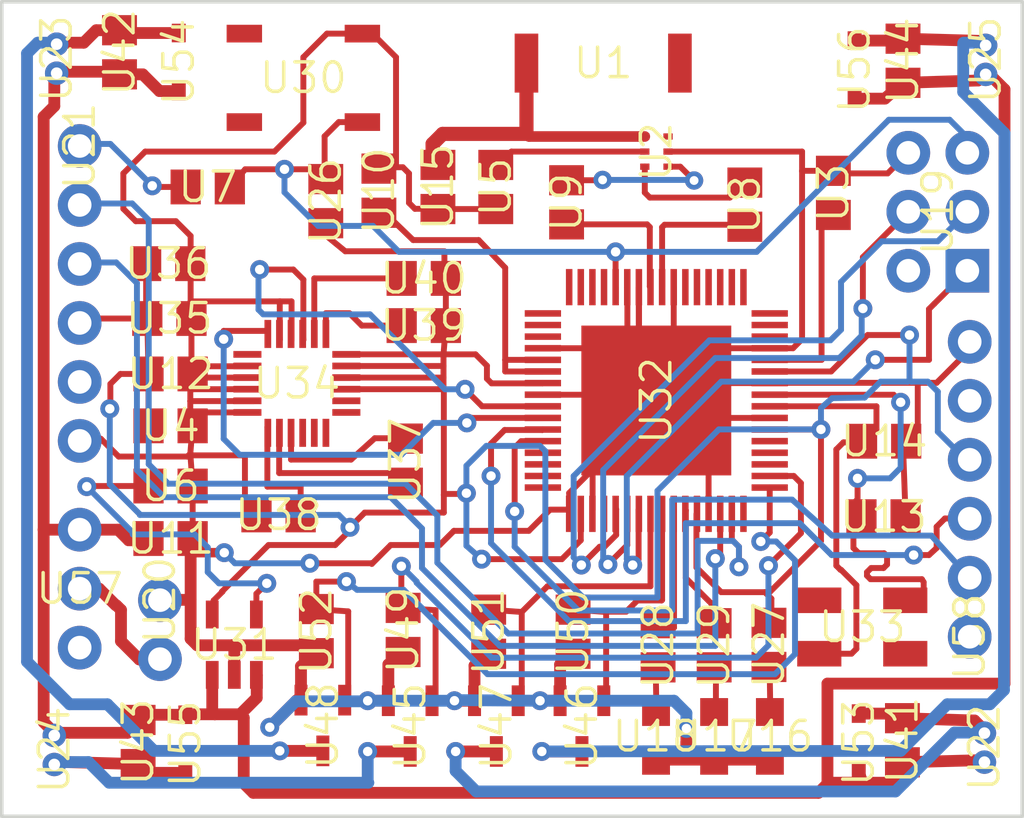
<source format=kicad_pcb>
(kicad_pcb (version 20171130) (host pcbnew "(6.0.0-rc1-dev-1469-g932b9a334)")

  (general
    (thickness 1.6)
    (drawings 4)
    (tracks 750)
    (zones 0)
    (modules 58)
    (nets 81)
  )

  (page A4)
  (layers
    (0 Top signal)
    (31 Bottom signal)
    (32 B.Adhes user)
    (33 F.Adhes user)
    (34 B.Paste user)
    (35 F.Paste user)
    (36 B.SilkS user)
    (37 F.SilkS user)
    (38 B.Mask user)
    (39 F.Mask user)
    (40 Dwgs.User user)
    (41 Cmts.User user)
    (42 Eco1.User user)
    (43 Eco2.User user)
    (44 Edge.Cuts user)
    (45 Margin user)
    (46 B.CrtYd user)
    (47 F.CrtYd user)
    (48 B.Fab user)
    (49 F.Fab user)
  )

  (setup
    (last_trace_width 0.254)
    (trace_clearance 0.1524)
    (zone_clearance 0.508)
    (zone_45_only no)
    (trace_min 0.2)
    (via_size 0.8128)
    (via_drill 0.4064)
    (via_min_size 0.4)
    (via_min_drill 0.3)
    (uvia_size 0.3)
    (uvia_drill 0.1)
    (uvias_allowed yes)
    (uvia_min_size 0.2)
    (uvia_min_drill 0.1)
    (edge_width 0.05)
    (segment_width 0.2)
    (pcb_text_width 0.3)
    (pcb_text_size 1.5 1.5)
    (mod_edge_width 0.12)
    (mod_text_size 1 1)
    (mod_text_width 0.15)
    (pad_size 1.524 1.524)
    (pad_drill 0.762)
    (pad_to_mask_clearance 0.051)
    (solder_mask_min_width 0.25)
    (aux_axis_origin 0 0)
    (visible_elements 7FFFFFFF)
    (pcbplotparams
      (layerselection 0x010fc_ffffffff)
      (usegerberextensions false)
      (usegerberattributes false)
      (usegerberadvancedattributes false)
      (creategerberjobfile false)
      (excludeedgelayer true)
      (linewidth 0.100000)
      (plotframeref false)
      (viasonmask false)
      (mode 1)
      (useauxorigin false)
      (hpglpennumber 1)
      (hpglpenspeed 20)
      (hpglpendiameter 15.000000)
      (psnegative false)
      (psa4output false)
      (plotreference true)
      (plotvalue true)
      (plotinvisibletext false)
      (padsonsilk false)
      (subtractmaskfromsilk false)
      (outputformat 1)
      (mirror false)
      (drillshape 1)
      (scaleselection 1)
      (outputdirectory ""))
  )

  (net 0 "")
  (net 1 GND)
  (net 2 3.3V)
  (net 3 "Net-(U1-Pad64)")
  (net 4 "Net-(U1-Pad63)")
  (net 5 "Net-(U1-Pad62)")
  (net 6 "Net-(C1-Pad1)")
  (net 7 "Net-(C5-Pad1)")
  (net 8 "Net-(C6-Pad1)")
  (net 9 "Net-(U1-Pad53)")
  (net 10 "Net-(U1-Pad52)")
  (net 11 "Net-(U1-Pad51)")
  (net 12 /PE4)
  (net 13 /PE3)
  (net 14 "Net-(U1-Pad48)")
  (net 15 /TX0)
  (net 16 /RX0)
  (net 17 /PB7)
  (net 18 /PB6)
  (net 19 /PB5)
  (net 20 /PB4)
  (net 21 /MISO)
  (net 22 /MOSI)
  (net 23 /SCK)
  (net 24 "Net-(U1-Pad36)")
  (net 25 "Net-(U1-Pad32)")
  (net 26 "Net-(U1-Pad31)")
  (net 27 "Net-(U1-Pad30)")
  (net 28 "Net-(U1-Pad29)")
  (net 29 /TX1)
  (net 30 /RX1)
  (net 31 /SDA)
  (net 32 /SCL)
  (net 33 "Net-(C2-Pad1)")
  (net 34 "Net-(U1-Pad19)")
  (net 35 "Net-(U1-Pad18)")
  (net 36 "Net-(U1-Pad17)")
  (net 37 "Net-(U1-Pad16)")
  (net 38 "Net-(U1-Pad15)")
  (net 39 "Net-(U1-Pad14)")
  (net 40 "Net-(U1-Pad13)")
  (net 41 /RESET)
  (net 42 "Net-(C17-Pad2)")
  (net 43 "Net-(C16-Pad1)")
  (net 44 "Net-(U1-Pad6)")
  (net 45 "Net-(U1-Pad5)")
  (net 46 "Net-(U1-Pad4)")
  (net 47 "Net-(U1-Pad3)")
  (net 48 "Net-(U1-Pad2)")
  (net 49 "Net-(U1-Pad1)")
  (net 50 "Net-(B1-Pad4)")
  (net 51 "Net-(B1-Pad3)")
  (net 52 "Net-(B1-Pad2)")
  (net 53 /RFANT)
  (net 54 "Net-(J1-Pad2)")
  (net 55 "Net-(JP9-PadCTS)")
  (net 56 "Net-(C15-Pad1)")
  (net 57 "Net-(C7-Pad2)")
  (net 58 /VBAT)
  (net 59 "Net-(C8-Pad2)")
  (net 60 "Net-(C13-Pad2)")
  (net 61 "Net-(C14-Pad2)")
  (net 62 "Net-(JP3-Pad2)")
  (net 63 "Net-(C12-Pad1)")
  (net 64 "Net-(R10-Pad1)")
  (net 65 "Net-(R3-Pad1)")
  (net 66 "Net-(U4-Pad14)")
  (net 67 "Net-(U4-Pad13)")
  (net 68 "Net-(U4-Pad12)")
  (net 69 "Net-(U4-Pad11)")
  (net 70 "Net-(U4-Pad10)")
  (net 71 "Net-(C25-Pad1)")
  (net 72 "Net-(C25-Pad2)")
  (net 73 "Net-(C26-Pad2)")
  (net 74 "Net-(U4-Pad1)")
  (net 75 "Net-(S2-Pad1)")
  (net 76 "Net-(JP2-PadCTS)")
  (net 77 "Net-(JP2-PadDTR)")
  (net 78 "Net-(BOT1-PadA)")
  (net 79 "Net-(ARM1-PadA)")
  (net 80 "Net-(PWR1-PadA)")

  (net_class Default "This is the default net class."
    (clearance 0.1524)
    (trace_width 0.254)
    (via_dia 0.8128)
    (via_drill 0.4064)
    (uvia_dia 0.3)
    (uvia_drill 0.1)
    (add_net /MISO)
    (add_net /MOSI)
    (add_net /PB4)
    (add_net /PB5)
    (add_net /PB6)
    (add_net /PB7)
    (add_net /PE3)
    (add_net /PE4)
    (add_net /RESET)
    (add_net /RFANT)
    (add_net /RX0)
    (add_net /RX1)
    (add_net /SCK)
    (add_net /SCL)
    (add_net /SDA)
    (add_net /TX0)
    (add_net /TX1)
    (add_net 3.3V)
    (add_net GND)
    (add_net "Net-(ARM1-PadA)")
    (add_net "Net-(B1-Pad2)")
    (add_net "Net-(B1-Pad3)")
    (add_net "Net-(B1-Pad4)")
    (add_net "Net-(BOT1-PadA)")
    (add_net "Net-(C1-Pad1)")
    (add_net "Net-(C12-Pad1)")
    (add_net "Net-(C15-Pad1)")
    (add_net "Net-(C16-Pad1)")
    (add_net "Net-(C17-Pad2)")
    (add_net "Net-(C2-Pad1)")
    (add_net "Net-(C25-Pad1)")
    (add_net "Net-(C25-Pad2)")
    (add_net "Net-(C26-Pad2)")
    (add_net "Net-(C5-Pad1)")
    (add_net "Net-(C6-Pad1)")
    (add_net "Net-(J1-Pad2)")
    (add_net "Net-(JP2-PadCTS)")
    (add_net "Net-(JP2-PadDTR)")
    (add_net "Net-(JP3-Pad2)")
    (add_net "Net-(JP9-PadCTS)")
    (add_net "Net-(PWR1-PadA)")
    (add_net "Net-(R10-Pad1)")
    (add_net "Net-(R3-Pad1)")
    (add_net "Net-(S2-Pad1)")
    (add_net "Net-(U1-Pad1)")
    (add_net "Net-(U1-Pad13)")
    (add_net "Net-(U1-Pad14)")
    (add_net "Net-(U1-Pad15)")
    (add_net "Net-(U1-Pad16)")
    (add_net "Net-(U1-Pad17)")
    (add_net "Net-(U1-Pad18)")
    (add_net "Net-(U1-Pad19)")
    (add_net "Net-(U1-Pad2)")
    (add_net "Net-(U1-Pad29)")
    (add_net "Net-(U1-Pad3)")
    (add_net "Net-(U1-Pad30)")
    (add_net "Net-(U1-Pad31)")
    (add_net "Net-(U1-Pad32)")
    (add_net "Net-(U1-Pad36)")
    (add_net "Net-(U1-Pad4)")
    (add_net "Net-(U1-Pad48)")
    (add_net "Net-(U1-Pad5)")
    (add_net "Net-(U1-Pad51)")
    (add_net "Net-(U1-Pad52)")
    (add_net "Net-(U1-Pad53)")
    (add_net "Net-(U1-Pad6)")
    (add_net "Net-(U1-Pad62)")
    (add_net "Net-(U1-Pad63)")
    (add_net "Net-(U1-Pad64)")
    (add_net "Net-(U4-Pad1)")
    (add_net "Net-(U4-Pad10)")
    (add_net "Net-(U4-Pad11)")
    (add_net "Net-(U4-Pad12)")
    (add_net "Net-(U4-Pad13)")
    (add_net "Net-(U4-Pad14)")
  )

  (net_class Power ""
    (clearance 0.1524)
    (trace_width 0.508)
    (via_dia 0.8128)
    (via_drill 0.4064)
    (uvia_dia 0.3)
    (uvia_drill 0.1)
    (add_net /VBAT)
    (add_net "Net-(C13-Pad2)")
    (add_net "Net-(C14-Pad2)")
    (add_net "Net-(C7-Pad2)")
    (add_net "Net-(C8-Pad2)")
  )

  (module quadcopterJorge:653002114822 locked (layer Top) (tedit 5DCF2602) (tstamp 5DC90212)
    (at 168.1988 119.5832 270)
    (descr "WR-WTB 1.25mm Male Vertical Shrouded Header, 2 Pins")
    (path /FD237801)
    (fp_text reference U22 (at 0 -0.635 270) (layer F.SilkS)
      (effects (font (size 1.27 1.27) (thickness 0.15)))
    )
    (fp_text value "" (at 0 -0.635 270) (layer F.SilkS)
      (effects (font (size 1.27 1.27) (thickness 0.15)))
    )
    (fp_poly (pts (xy -1.3 -1.335) (xy 1.3 -1.335) (xy 1.3 0.065) (xy -1.3 0.065)) (layer B.CrtYd) (width 0.1))
    (fp_poly (pts (xy -2.3 -2.035) (xy 2.3 -2.035) (xy 2.3 1.565) (xy -2.3 1.565)) (layer F.CrtYd) (width 0.1))
    (pad 2 thru_hole circle (at -0.625 -0.635 270) (size 1.008 1.008) (drill 0.5) (layers *.Cu *.Mask)
      (net 57 "Net-(C7-Pad2)") (solder_mask_margin 0.1016))
    (pad 1 thru_hole circle (at 0.625 -0.635 270) (size 1.008 1.008) (drill 0.5) (layers *.Cu *.Mask)
      (net 58 /VBAT) (solder_mask_margin 0.1016))
  )

  (module quadcopterJorge:653002114822 locked (layer Top) (tedit 5DCF2602) (tstamp 5DC90230)
    (at 129.4384 119.6848 90)
    (descr "WR-WTB 1.25mm Male Vertical Shrouded Header, 2 Pins")
    (path /27E031B9)
    (fp_text reference U24 (at 0 -0.635 90) (layer F.SilkS)
      (effects (font (size 1.27 1.27) (thickness 0.15)))
    )
    (fp_text value "" (at 0 -0.635 90) (layer F.SilkS)
      (effects (font (size 1.27 1.27) (thickness 0.15)))
    )
    (fp_poly (pts (xy -1.3 -1.335) (xy 1.3 -1.335) (xy 1.3 0.065) (xy -1.3 0.065)) (layer B.CrtYd) (width 0.1))
    (fp_poly (pts (xy -2.3 -2.035) (xy 2.3 -2.035) (xy 2.3 1.565) (xy -2.3 1.565)) (layer F.CrtYd) (width 0.1))
    (pad 2 thru_hole circle (at -0.625 -0.635 90) (size 1.008 1.008) (drill 0.5) (layers *.Cu *.Mask)
      (net 60 "Net-(C13-Pad2)") (solder_mask_margin 0.1016))
    (pad 1 thru_hole circle (at 0.625 -0.635 90) (size 1.008 1.008) (drill 0.5) (layers *.Cu *.Mask)
      (net 58 /VBAT) (solder_mask_margin 0.1016))
  )

  (module quadcopterJorge:1X02 (layer Top) (tedit 5DCF25B9) (tstamp 5DC901C6)
    (at 133.35 114.5032 270)
    (path /EC28632A)
    (fp_text reference U20 (at -1.27 0 270) (layer F.SilkS)
      (effects (font (size 1.27 1.27) (thickness 0.15)))
    )
    (fp_text value "" (at -1.27 0 270) (layer F.SilkS)
      (effects (font (size 1.27 1.27) (thickness 0.15)))
    )
    (fp_poly (pts (xy -2.67 -1.4) (xy 2.63 -1.4) (xy 2.63 1.4) (xy -2.67 1.4)) (layer B.CrtYd) (width 0.1))
    (fp_poly (pts (xy -2.67 -1.4) (xy 2.63 -1.4) (xy 2.63 1.4) (xy -2.67 1.4)) (layer F.CrtYd) (width 0.1))
    (pad 2 thru_hole circle (at 1.27 0) (size 1.8796 1.8796) (drill 1.016) (layers *.Cu *.Mask)
      (net 62 "Net-(JP3-Pad2)") (solder_mask_margin 0.1016))
    (pad 1 thru_hole circle (at -1.27 0) (size 1.8796 1.8796) (drill 1.016) (layers *.Cu *.Mask)
      (net 1 GND) (solder_mask_margin 0.1016))
  )

  (module quadcopterJorge:653002114822 (layer Top) (tedit 5DCF2602) (tstamp 5DC9023F)
    (at 168.2496 89.9668 270)
    (descr "WR-WTB 1.25mm Male Vertical Shrouded Header, 2 Pins")
    (path /DCB17BD7)
    (fp_text reference U25 (at 0 -0.635 270) (layer F.SilkS)
      (effects (font (size 1.27 1.27) (thickness 0.15)))
    )
    (fp_text value "" (at 0 -0.635 270) (layer F.SilkS)
      (effects (font (size 1.27 1.27) (thickness 0.15)))
    )
    (fp_poly (pts (xy -1.3 -1.335) (xy 1.3 -1.335) (xy 1.3 0.065) (xy -1.3 0.065)) (layer B.CrtYd) (width 0.1))
    (fp_poly (pts (xy -2.3 -2.035) (xy 2.3 -2.035) (xy 2.3 1.565) (xy -2.3 1.565)) (layer F.CrtYd) (width 0.1))
    (pad 2 thru_hole circle (at -0.625 -0.635 270) (size 1.008 1.008) (drill 0.5) (layers *.Cu *.Mask)
      (net 61 "Net-(C14-Pad2)") (solder_mask_margin 0.1016))
    (pad 1 thru_hole circle (at 0.625 -0.635 270) (size 1.008 1.008) (drill 0.5) (layers *.Cu *.Mask)
      (net 58 /VBAT) (solder_mask_margin 0.1016))
  )

  (module quadcopterJorge:653002114822 locked (layer Top) (tedit 5DCF2602) (tstamp 5DC90221)
    (at 128.27 89.916 270)
    (descr "WR-WTB 1.25mm Male Vertical Shrouded Header, 2 Pins")
    (path /4C99C424)
    (fp_text reference U23 (at 0 -0.635 270) (layer F.SilkS)
      (effects (font (size 1.27 1.27) (thickness 0.15)))
    )
    (fp_text value "" (at 0 -0.635 270) (layer F.SilkS)
      (effects (font (size 1.27 1.27) (thickness 0.15)))
    )
    (fp_poly (pts (xy -1.3 -1.335) (xy 1.3 -1.335) (xy 1.3 0.065) (xy -1.3 0.065)) (layer B.CrtYd) (width 0.1))
    (fp_poly (pts (xy -2.3 -2.035) (xy 2.3 -2.035) (xy 2.3 1.565) (xy -2.3 1.565)) (layer F.CrtYd) (width 0.1))
    (pad 2 thru_hole circle (at -0.625 -0.635 270) (size 1.008 1.008) (drill 0.5) (layers *.Cu *.Mask)
      (net 59 "Net-(C8-Pad2)") (solder_mask_margin 0.1016))
    (pad 1 thru_hole circle (at 0.625 -0.635 270) (size 1.008 1.008) (drill 0.5) (layers *.Cu *.Mask)
      (net 58 /VBAT) (solder_mask_margin 0.1016))
  )

  (module quadcopterJorge:FTDI_BASIC locked (layer Top) (tedit 5DCF2629) (tstamp 5DC901DB)
    (at 129.8956 100.0252 270)
    (path /9500817F)
    (fp_text reference U21 (at -6.35 0 270) (layer F.SilkS)
      (effects (font (size 1.27 1.27) (thickness 0.15)))
    )
    (fp_text value "" (at -6.35 0 270) (layer F.SilkS)
      (effects (font (size 1.27 1.27) (thickness 0.15)))
    )
    (fp_poly (pts (xy -7.65 -1.3) (xy 7.65 -1.3) (xy 7.65 1.3) (xy -7.65 1.3)) (layer B.CrtYd) (width 0.1))
    (fp_poly (pts (xy -7.65 -1.3) (xy 7.65 -1.3) (xy 7.65 1.3) (xy -7.65 1.3)) (layer F.CrtYd) (width 0.1))
    (pad GND thru_hole circle (at 6.35 0) (size 1.8796 1.8796) (drill 1.016) (layers *.Cu *.Mask)
      (net 1 GND) (solder_mask_margin 0.1016))
    (pad CTS thru_hole circle (at 3.81 0) (size 1.8796 1.8796) (drill 1.016) (layers *.Cu *.Mask)
      (net 55 "Net-(JP9-PadCTS)") (solder_mask_margin 0.1016))
    (pad VCC thru_hole circle (at 1.27 0) (size 1.8796 1.8796) (drill 1.016) (layers *.Cu *.Mask)
      (net 2 3.3V) (solder_mask_margin 0.1016))
    (pad TXO thru_hole circle (at -1.27 0) (size 1.8796 1.8796) (drill 1.016) (layers *.Cu *.Mask)
      (net 16 /RX0) (solder_mask_margin 0.1016))
    (pad RXI thru_hole circle (at -3.81 0) (size 1.8796 1.8796) (drill 1.016) (layers *.Cu *.Mask)
      (net 15 /TX0) (solder_mask_margin 0.1016))
    (pad DTR thru_hole circle (at -6.35 0) (size 1.8796 1.8796) (drill 1.016) (layers *.Cu *.Mask)
      (net 56 "Net-(C15-Pad1)") (solder_mask_margin 0.1016))
  )

  (module quadcopterJorge:FTDI_BASIC locked (layer Top) (tedit 5DCF2629) (tstamp 5DC904F2)
    (at 168.1988 108.458 90)
    (path /E74E9B50)
    (fp_text reference U58 (at -6.35 0 90) (layer F.SilkS)
      (effects (font (size 1.27 1.27) (thickness 0.15)))
    )
    (fp_text value "" (at -6.35 0 90) (layer F.SilkS)
      (effects (font (size 1.27 1.27) (thickness 0.15)))
    )
    (fp_poly (pts (xy -7.65 -1.3) (xy 7.65 -1.3) (xy 7.65 1.3) (xy -7.65 1.3)) (layer B.CrtYd) (width 0.1))
    (fp_poly (pts (xy -7.65 -1.3) (xy 7.65 -1.3) (xy 7.65 1.3) (xy -7.65 1.3)) (layer F.CrtYd) (width 0.1))
    (pad GND thru_hole circle (at 6.35 0 180) (size 1.8796 1.8796) (drill 1.016) (layers *.Cu *.Mask)
      (net 1 GND) (solder_mask_margin 0.1016))
    (pad CTS thru_hole circle (at 3.81 0 180) (size 1.8796 1.8796) (drill 1.016) (layers *.Cu *.Mask)
      (net 76 "Net-(JP2-PadCTS)") (solder_mask_margin 0.1016))
    (pad VCC thru_hole circle (at 1.27 0 180) (size 1.8796 1.8796) (drill 1.016) (layers *.Cu *.Mask)
      (net 2 3.3V) (solder_mask_margin 0.1016))
    (pad TXO thru_hole circle (at -1.27 0 180) (size 1.8796 1.8796) (drill 1.016) (layers *.Cu *.Mask)
      (net 30 /RX1) (solder_mask_margin 0.1016))
    (pad RXI thru_hole circle (at -3.81 0 180) (size 1.8796 1.8796) (drill 1.016) (layers *.Cu *.Mask)
      (net 29 /TX1) (solder_mask_margin 0.1016))
    (pad DTR thru_hole circle (at -6.35 0 180) (size 1.8796 1.8796) (drill 1.016) (layers *.Cu *.Mask)
      (net 77 "Net-(JP2-PadDTR)") (solder_mask_margin 0.1016))
  )

  (module quadcopterJorge:ANTENNA-CHIP5 locked (layer Top) (tedit 5DCE6AFB) (tstamp 5DC900A2)
    (at 152.4254 90.1065)
    (path /EA64C37F)
    (fp_text reference U1 (at 0 0) (layer F.SilkS)
      (effects (font (size 1.27 1.27) (thickness 0.15)))
    )
    (fp_text value "" (at 0 0) (layer F.SilkS)
      (effects (font (size 1.27 1.27) (thickness 0.15)))
    )
    (fp_poly (pts (xy -4 -1.4) (xy 4 -1.4) (xy 4 1.4) (xy -4 1.4)) (layer F.CrtYd) (width 0.1))
    (pad FEED smd rect (at -3.302 0 180) (size 1.016 2.54) (layers Top F.Paste F.Mask)
      (net 53 /RFANT) (solder_mask_margin 0.1016))
    (pad NC smd rect (at 3.302 0 180) (size 1.016 2.54) (layers Top F.Paste F.Mask)
      (solder_mask_margin 0.1016))
  )

  (module quadcopterJorge:BALUN-0805 locked (layer Top) (tedit 5DCE655C) (tstamp 5DC900AF)
    (at 154.7114 93.9165 270)
    (descr "<h3>Balun - 0805 Package</h3>\n<p>Transformer to convert an unbalanced signal to a balenced one, or vice-versa.</p>\n<p><a href=\"http://katalog.we-online.de/pbs/datasheet/748421245.pdf\">Example Datasheet</a></p>")
    (path /A14A3ED5)
    (fp_text reference U2 (at 0 0 270) (layer F.SilkS)
      (effects (font (size 1.27 1.27) (thickness 0.15)))
    )
    (fp_text value "" (at 0 0 270) (layer F.SilkS)
      (effects (font (size 1.27 1.27) (thickness 0.15)))
    )
    (fp_poly (pts (xy -1.3 -0.9) (xy 1.3 -0.9) (xy 1.3 0.9) (xy -1.3 0.9)) (layer F.CrtYd) (width 0.1))
    (pad 4 smd rect (at 0.65 -0.505 270) (size 0.27 0.4) (layers Top F.Paste F.Mask)
      (net 50 "Net-(B1-Pad4)") (solder_mask_margin 0.1016))
    (pad 5 smd rect (at 0 -0.505 270) (size 0.27 0.4) (layers Top F.Paste F.Mask)
      (net 1 GND) (solder_mask_margin 0.1016))
    (pad 6 smd rect (at -0.65 -0.505 270) (size 0.27 0.4) (layers Top F.Paste F.Mask)
      (solder_mask_margin 0.1016))
    (pad 3 smd rect (at 0.65 0.495 270) (size 0.27 0.4) (layers Top F.Paste F.Mask)
      (net 51 "Net-(B1-Pad3)") (solder_mask_margin 0.1016))
    (pad 2 smd rect (at 0 0.495 270) (size 0.27 0.4) (layers Top F.Paste F.Mask)
      (net 52 "Net-(B1-Pad2)") (solder_mask_margin 0.1016))
    (pad 1 smd rect (at -0.65 0.495 270) (size 0.27 0.4) (layers Top F.Paste F.Mask)
      (net 53 /RFANT) (solder_mask_margin 0.1016))
  )

  (module quadcopterJorge:C0805 (layer Top) (tedit 5DCE6588) (tstamp 5DC900C6)
    (at 162.3314 95.6945 90)
    (descr <b>CAPACITOR</b><p>)
    (path /C8E3AF05)
    (fp_text reference U3 (at 0 0 90) (layer F.SilkS)
      (effects (font (size 1.27 1.27) (thickness 0.15)))
    )
    (fp_text value "" (at 0 0 90) (layer F.SilkS)
      (effects (font (size 1.27 1.27) (thickness 0.15)))
    )
    (fp_poly (pts (xy -2 -1) (xy 2 -1) (xy 2 1) (xy -2 1)) (layer F.CrtYd) (width 0.1))
    (pad 2 smd rect (at 0.95 0 90) (size 1.3 1.5) (layers Top F.Paste F.Mask)
      (net 1 GND) (solder_mask_margin 0.1016))
    (pad 1 smd rect (at -0.95 0 90) (size 1.3 1.5) (layers Top F.Paste F.Mask)
      (net 6 "Net-(C1-Pad1)") (solder_mask_margin 0.1016))
  )

  (module quadcopterJorge:C0805 (layer Top) (tedit 5DCE6588) (tstamp 5DC900D4)
    (at 133.8072 105.7275)
    (descr <b>CAPACITOR</b><p>)
    (path /F9611745)
    (fp_text reference U4 (at 0 0) (layer F.SilkS)
      (effects (font (size 1.27 1.27) (thickness 0.15)))
    )
    (fp_text value "" (at 0 0) (layer F.SilkS)
      (effects (font (size 1.27 1.27) (thickness 0.15)))
    )
    (fp_poly (pts (xy -2 -1) (xy 2 -1) (xy 2 1) (xy -2 1)) (layer F.CrtYd) (width 0.1))
    (pad 2 smd rect (at 0.95 0) (size 1.3 1.5) (layers Top F.Paste F.Mask)
      (net 1 GND) (solder_mask_margin 0.1016))
    (pad 1 smd rect (at -0.95 0) (size 1.3 1.5) (layers Top F.Paste F.Mask)
      (net 2 3.3V) (solder_mask_margin 0.1016))
  )

  (module quadcopterJorge:C0805 (layer Top) (tedit 5DCE6588) (tstamp 5DC900E2)
    (at 147.8026 95.4405 270)
    (descr <b>CAPACITOR</b><p>)
    (path /863C519D)
    (fp_text reference U5 (at 0 0 270) (layer F.SilkS)
      (effects (font (size 1.27 1.27) (thickness 0.15)))
    )
    (fp_text value "" (at 0 0 270) (layer F.SilkS)
      (effects (font (size 1.27 1.27) (thickness 0.15)))
    )
    (fp_poly (pts (xy -2 -1) (xy 2 -1) (xy 2 1) (xy -2 1)) (layer F.CrtYd) (width 0.1))
    (pad 2 smd rect (at 0.95 0 270) (size 1.3 1.5) (layers Top F.Paste F.Mask)
      (net 1 GND) (solder_mask_margin 0.1016))
    (pad 1 smd rect (at -0.95 0 270) (size 1.3 1.5) (layers Top F.Paste F.Mask)
      (net 52 "Net-(B1-Pad2)") (solder_mask_margin 0.1016))
  )

  (module quadcopterJorge:C0805 (layer Top) (tedit 5DCE6588) (tstamp 5DC900F0)
    (at 133.8072 108.3183)
    (descr <b>CAPACITOR</b><p>)
    (path /A436D0BD)
    (fp_text reference U6 (at 0 0) (layer F.SilkS)
      (effects (font (size 1.27 1.27) (thickness 0.15)))
    )
    (fp_text value "" (at 0 0) (layer F.SilkS)
      (effects (font (size 1.27 1.27) (thickness 0.15)))
    )
    (fp_poly (pts (xy -2 -1) (xy 2 -1) (xy 2 1) (xy -2 1)) (layer F.CrtYd) (width 0.1))
    (pad 2 smd rect (at 0.95 0) (size 1.3 1.5) (layers Top F.Paste F.Mask)
      (net 1 GND) (solder_mask_margin 0.1016))
    (pad 1 smd rect (at -0.95 0) (size 1.3 1.5) (layers Top F.Paste F.Mask)
      (net 63 "Net-(C12-Pad1)") (solder_mask_margin 0.1016))
  )

  (module quadcopterJorge:C0805 (layer Top) (tedit 5DCE6588) (tstamp 5DC900FE)
    (at 135.4074 95.4405)
    (descr <b>CAPACITOR</b><p>)
    (path /C65B0EAD)
    (fp_text reference U7 (at 0 0) (layer F.SilkS)
      (effects (font (size 1.27 1.27) (thickness 0.15)))
    )
    (fp_text value "" (at 0 0) (layer F.SilkS)
      (effects (font (size 1.27 1.27) (thickness 0.15)))
    )
    (fp_poly (pts (xy -2 -1) (xy 2 -1) (xy 2 1) (xy -2 1)) (layer F.CrtYd) (width 0.1))
    (pad 2 smd rect (at 0.95 0) (size 1.3 1.5) (layers Top F.Paste F.Mask)
      (net 41 /RESET) (solder_mask_margin 0.1016))
    (pad 1 smd rect (at -0.95 0) (size 1.3 1.5) (layers Top F.Paste F.Mask)
      (net 56 "Net-(C15-Pad1)") (solder_mask_margin 0.1016))
  )

  (module quadcopterJorge:C0805 (layer Top) (tedit 5DCE6588) (tstamp 5DC9010C)
    (at 158.5214 96.2025 90)
    (descr <b>CAPACITOR</b><p>)
    (path /4CA4B545)
    (fp_text reference U8 (at 0 0 90) (layer F.SilkS)
      (effects (font (size 1.27 1.27) (thickness 0.15)))
    )
    (fp_text value "" (at 0 0 90) (layer F.SilkS)
      (effects (font (size 1.27 1.27) (thickness 0.15)))
    )
    (fp_poly (pts (xy -2 -1) (xy 2 -1) (xy 2 1) (xy -2 1)) (layer F.CrtYd) (width 0.1))
    (pad 2 smd rect (at 0.95 0 90) (size 1.3 1.5) (layers Top F.Paste F.Mask)
      (net 51 "Net-(B1-Pad3)") (solder_mask_margin 0.1016))
    (pad 1 smd rect (at -0.95 0 90) (size 1.3 1.5) (layers Top F.Paste F.Mask)
      (net 43 "Net-(C16-Pad1)") (solder_mask_margin 0.1016))
  )

  (module quadcopterJorge:C0805 (layer Top) (tedit 5DCE6588) (tstamp 5DC9011A)
    (at 150.8506 96.1009 270)
    (descr <b>CAPACITOR</b><p>)
    (path /57A7EDF6)
    (fp_text reference U9 (at 0 0 270) (layer F.SilkS)
      (effects (font (size 1.27 1.27) (thickness 0.15)))
    )
    (fp_text value "" (at 0 0 270) (layer F.SilkS)
      (effects (font (size 1.27 1.27) (thickness 0.15)))
    )
    (fp_poly (pts (xy -2 -1) (xy 2 -1) (xy 2 1) (xy -2 1)) (layer F.CrtYd) (width 0.1))
    (pad 2 smd rect (at 0.95 0 270) (size 1.3 1.5) (layers Top F.Paste F.Mask)
      (net 42 "Net-(C17-Pad2)") (solder_mask_margin 0.1016))
    (pad 1 smd rect (at -0.95 0 270) (size 1.3 1.5) (layers Top F.Paste F.Mask)
      (net 50 "Net-(B1-Pad4)") (solder_mask_margin 0.1016))
  )

  (module quadcopterJorge:C0805 (layer Top) (tedit 5DCE6588) (tstamp 5DC90128)
    (at 142.7734 95.6 90)
    (descr <b>CAPACITOR</b><p>)
    (path /AC671DB5)
    (fp_text reference U10 (at 0 0 90) (layer F.SilkS)
      (effects (font (size 1.27 1.27) (thickness 0.15)))
    )
    (fp_text value "" (at 0 0 90) (layer F.SilkS)
      (effects (font (size 1.27 1.27) (thickness 0.15)))
    )
    (fp_poly (pts (xy -2 -1) (xy 2 -1) (xy 2 1) (xy -2 1)) (layer F.CrtYd) (width 0.1))
    (pad 2 smd rect (at 0.95 0 90) (size 1.3 1.5) (layers Top F.Paste F.Mask)
      (net 1 GND) (solder_mask_margin 0.1016))
    (pad 1 smd rect (at -0.95 0 90) (size 1.3 1.5) (layers Top F.Paste F.Mask)
      (net 33 "Net-(C2-Pad1)") (solder_mask_margin 0.1016))
  )

  (module quadcopterJorge:C0805 (layer Top) (tedit 5DCE6588) (tstamp 5DC90136)
    (at 133.8072 110.5789)
    (descr <b>CAPACITOR</b><p>)
    (path /88B3C59D)
    (fp_text reference U11 (at 0 0) (layer F.SilkS)
      (effects (font (size 1.27 1.27) (thickness 0.15)))
    )
    (fp_text value "" (at 0 0) (layer F.SilkS)
      (effects (font (size 1.27 1.27) (thickness 0.15)))
    )
    (fp_poly (pts (xy -2 -1) (xy 2 -1) (xy 2 1) (xy -2 1)) (layer F.CrtYd) (width 0.1))
    (pad 2 smd rect (at 0.95 0) (size 1.3 1.5) (layers Top F.Paste F.Mask)
      (net 1 GND) (solder_mask_margin 0.1016))
    (pad 1 smd rect (at -0.95 0) (size 1.3 1.5) (layers Top F.Paste F.Mask)
      (net 58 /VBAT) (solder_mask_margin 0.1016))
  )

  (module quadcopterJorge:C0805 (layer Top) (tedit 5DCE6588) (tstamp 5DC90144)
    (at 133.8072 103.4923)
    (descr <b>CAPACITOR</b><p>)
    (path /ECDD94AD)
    (fp_text reference U12 (at 0 0) (layer F.SilkS)
      (effects (font (size 1.27 1.27) (thickness 0.15)))
    )
    (fp_text value "" (at 0 0) (layer F.SilkS)
      (effects (font (size 1.27 1.27) (thickness 0.15)))
    )
    (fp_poly (pts (xy -2 -1) (xy 2 -1) (xy 2 1) (xy -2 1)) (layer F.CrtYd) (width 0.1))
    (pad 2 smd rect (at 0.95 0) (size 1.3 1.5) (layers Top F.Paste F.Mask)
      (net 1 GND) (solder_mask_margin 0.1016))
    (pad 1 smd rect (at -0.95 0) (size 1.3 1.5) (layers Top F.Paste F.Mask)
      (net 2 3.3V) (solder_mask_margin 0.1016))
  )

  (module quadcopterJorge:C0805 (layer Top) (tedit 5DCE6588) (tstamp 5DC90152)
    (at 164.4904 109.6391)
    (descr <b>CAPACITOR</b><p>)
    (path /40EB53D4)
    (fp_text reference U13 (at 0 0) (layer F.SilkS)
      (effects (font (size 1.27 1.27) (thickness 0.15)))
    )
    (fp_text value "" (at 0 0) (layer F.SilkS)
      (effects (font (size 1.27 1.27) (thickness 0.15)))
    )
    (fp_poly (pts (xy -2 -1) (xy 2 -1) (xy 2 1) (xy -2 1)) (layer F.CrtYd) (width 0.1))
    (pad 2 smd rect (at 0.95 0) (size 1.3 1.5) (layers Top F.Paste F.Mask)
      (net 1 GND) (solder_mask_margin 0.1016))
    (pad 1 smd rect (at -0.95 0) (size 1.3 1.5) (layers Top F.Paste F.Mask)
      (net 7 "Net-(C5-Pad1)") (solder_mask_margin 0.1016))
  )

  (module quadcopterJorge:C0805 (layer Top) (tedit 5DCE6588) (tstamp 5DC90160)
    (at 164.5158 106.3879)
    (descr <b>CAPACITOR</b><p>)
    (path /EF4A0B26)
    (fp_text reference U14 (at 0 0) (layer F.SilkS)
      (effects (font (size 1.27 1.27) (thickness 0.15)))
    )
    (fp_text value "" (at 0 0) (layer F.SilkS)
      (effects (font (size 1.27 1.27) (thickness 0.15)))
    )
    (fp_poly (pts (xy -2 -1) (xy 2 -1) (xy 2 1) (xy -2 1)) (layer F.CrtYd) (width 0.1))
    (pad 2 smd rect (at 0.95 0) (size 1.3 1.5) (layers Top F.Paste F.Mask)
      (net 1 GND) (solder_mask_margin 0.1016))
    (pad 1 smd rect (at -0.95 0) (size 1.3 1.5) (layers Top F.Paste F.Mask)
      (net 8 "Net-(C6-Pad1)") (solder_mask_margin 0.1016))
  )

  (module quadcopterJorge:C0805 (layer Top) (tedit 5DCE6588) (tstamp 5DC9016E)
    (at 145.3134 95.4405 90)
    (descr <b>CAPACITOR</b><p>)
    (path /E301BF82)
    (fp_text reference U15 (at 0 0 90) (layer F.SilkS)
      (effects (font (size 1.27 1.27) (thickness 0.15)))
    )
    (fp_text value "" (at 0 0 90) (layer F.SilkS)
      (effects (font (size 1.27 1.27) (thickness 0.15)))
    )
    (fp_poly (pts (xy -2 -1) (xy 2 -1) (xy 2 1) (xy -2 1)) (layer F.CrtYd) (width 0.1))
    (pad 2 smd rect (at 0.95 0 90) (size 1.3 1.5) (layers Top F.Paste F.Mask)
      (net 53 /RFANT) (solder_mask_margin 0.1016))
    (pad 1 smd rect (at -0.95 0 90) (size 1.3 1.5) (layers Top F.Paste F.Mask)
      (net 1 GND) (solder_mask_margin 0.1016))
  )

  (module quadcopterJorge:CHIP-LED0805 (layer Top) (tedit 5DCE6B13) (tstamp 5DC9017C)
    (at 159.6 119.1 180)
    (descr "<b>Hyper CHIPLED Hyper-Bright LED</b><p>\nLB R99A<br>\nSource: http://www.osram.convergy.de/ ... lb_r99a.pdf")
    (path /D9B9D322)
    (fp_text reference U16 (at 0 0 180) (layer F.SilkS)
      (effects (font (size 1.27 1.27) (thickness 0.15)))
    )
    (fp_text value "" (at 0 0 180) (layer F.SilkS)
      (effects (font (size 1.27 1.27) (thickness 0.15)))
    )
    (fp_poly (pts (xy -0.8 -1.8) (xy 0.8 -1.8) (xy 0.8 1.8) (xy -0.8 1.8)) (layer F.CrtYd) (width 0.1))
    (pad A smd rect (at 0 1.05 180) (size 1.2 1.2) (layers Top F.Paste F.Mask)
      (net 80 "Net-(PWR1-PadA)") (solder_mask_margin 0.1016))
    (pad C smd rect (at 0 -1.05 180) (size 1.2 1.2) (layers Top F.Paste F.Mask)
      (net 1 GND) (solder_mask_margin 0.1016))
  )

  (module quadcopterJorge:CHIP-LED0805 (layer Top) (tedit 5DCE6B13) (tstamp 5DC90188)
    (at 157.2 119.1 180)
    (descr "<b>Hyper CHIPLED Hyper-Bright LED</b><p>\nLB R99A<br>\nSource: http://www.osram.convergy.de/ ... lb_r99a.pdf")
    (path /2B5E229B)
    (fp_text reference U17 (at 0 0 180) (layer F.SilkS)
      (effects (font (size 1.27 1.27) (thickness 0.15)))
    )
    (fp_text value "" (at 0 0 180) (layer F.SilkS)
      (effects (font (size 1.27 1.27) (thickness 0.15)))
    )
    (fp_poly (pts (xy -0.8 -1.8) (xy 0.8 -1.8) (xy 0.8 1.8) (xy -0.8 1.8)) (layer F.CrtYd) (width 0.1))
    (pad A smd rect (at 0 1.05 180) (size 1.2 1.2) (layers Top F.Paste F.Mask)
      (net 78 "Net-(BOT1-PadA)") (solder_mask_margin 0.1016))
    (pad C smd rect (at 0 -1.05 180) (size 1.2 1.2) (layers Top F.Paste F.Mask)
      (net 1 GND) (solder_mask_margin 0.1016))
  )

  (module quadcopterJorge:CHIP-LED0805 (layer Top) (tedit 5DCE6B13) (tstamp 5DC90194)
    (at 154.7 119.1 180)
    (descr "<b>Hyper CHIPLED Hyper-Bright LED</b><p>\nLB R99A<br>\nSource: http://www.osram.convergy.de/ ... lb_r99a.pdf")
    (path /2D72AB37)
    (fp_text reference U18 (at 0 0 180) (layer F.SilkS)
      (effects (font (size 1.27 1.27) (thickness 0.15)))
    )
    (fp_text value "" (at 0 0 180) (layer F.SilkS)
      (effects (font (size 1.27 1.27) (thickness 0.15)))
    )
    (fp_poly (pts (xy -0.8 -1.8) (xy 0.8 -1.8) (xy 0.8 1.8) (xy -0.8 1.8)) (layer F.CrtYd) (width 0.1))
    (pad A smd rect (at 0 1.05 180) (size 1.2 1.2) (layers Top F.Paste F.Mask)
      (net 79 "Net-(ARM1-PadA)") (solder_mask_margin 0.1016))
    (pad C smd rect (at 0 -1.05 180) (size 1.2 1.2) (layers Top F.Paste F.Mask)
      (net 1 GND) (solder_mask_margin 0.1016))
  )

  (module quadcopterJorge:2X3-NS locked (layer Top) (tedit 5DCF25D3) (tstamp 5DC901A0)
    (at 166.8272 96.5073 90)
    (path /92F0590A)
    (fp_text reference U19 (at 0 0 90) (layer F.SilkS)
      (effects (font (size 1.27 1.27) (thickness 0.15)))
    )
    (fp_text value "" (at 0 0 90) (layer F.SilkS)
      (effects (font (size 1.27 1.27) (thickness 0.15)))
    )
    (fp_poly (pts (xy -3.9 -2.7) (xy 3.9 -2.7) (xy 3.9 2.7) (xy -3.9 2.7)) (layer B.CrtYd) (width 0.1))
    (fp_poly (pts (xy -3.9 -2.7) (xy 3.9 -2.7) (xy 3.9 2.7) (xy -3.9 2.7)) (layer F.CrtYd) (width 0.1))
    (pad 6 thru_hole circle (at 2.54 -1.27 90) (size 1.8796 1.8796) (drill 1.016) (layers *.Cu *.Mask)
      (net 1 GND) (solder_mask_margin 0.1016))
    (pad 5 thru_hole circle (at 2.54 1.27 90) (size 1.8796 1.8796) (drill 1.016) (layers *.Cu *.Mask)
      (net 41 /RESET) (solder_mask_margin 0.1016))
    (pad 4 thru_hole circle (at 0 -1.27 90) (size 1.8796 1.8796) (drill 1.016) (layers *.Cu *.Mask)
      (net 22 /MOSI) (solder_mask_margin 0.1016))
    (pad 3 thru_hole circle (at 0 1.27 90) (size 1.8796 1.8796) (drill 1.016) (layers *.Cu *.Mask)
      (net 23 /SCK) (solder_mask_margin 0.1016))
    (pad 2 thru_hole circle (at -2.54 -1.27 90) (size 1.8796 1.8796) (drill 1.016) (layers *.Cu *.Mask)
      (net 54 "Net-(J1-Pad2)") (solder_mask_margin 0.1016))
    (pad 1 thru_hole rect (at -2.54 1.27 90) (size 1.8796 1.8796) (drill 1.016) (layers *.Cu *.Mask)
      (net 21 /MISO) (solder_mask_margin 0.1016))
  )

  (module quadcopterJorge:R0805 (layer Top) (tedit 5DCE67E6) (tstamp 5DC9024E)
    (at 140.4874 96.0501 270)
    (descr <b>RESISTOR</b><p>)
    (path /5FC72806)
    (fp_text reference U26 (at 0 0 270) (layer F.SilkS)
      (effects (font (size 1.27 1.27) (thickness 0.15)))
    )
    (fp_text value "" (at 0 0 270) (layer F.SilkS)
      (effects (font (size 1.27 1.27) (thickness 0.15)))
    )
    (fp_poly (pts (xy -2 -1) (xy 2 -1) (xy 2 1) (xy -2 1)) (layer F.CrtYd) (width 0.1))
    (pad 2 smd rect (at 0.95 0 270) (size 1.3 1.5) (layers Top F.Paste F.Mask)
      (net 2 3.3V) (solder_mask_margin 0.1016))
    (pad 1 smd rect (at -0.95 0 270) (size 1.3 1.5) (layers Top F.Paste F.Mask)
      (net 41 /RESET) (solder_mask_margin 0.1016))
  )

  (module quadcopterJorge:R0805 (layer Top) (tedit 5DCE67E6) (tstamp 5DC9025C)
    (at 159.56 115.16 90)
    (descr <b>RESISTOR</b><p>)
    (path /3EF859C9)
    (fp_text reference U27 (at 0 0 90) (layer F.SilkS)
      (effects (font (size 1.27 1.27) (thickness 0.15)))
    )
    (fp_text value "" (at 0 0 90) (layer F.SilkS)
      (effects (font (size 1.27 1.27) (thickness 0.15)))
    )
    (fp_poly (pts (xy -2 -1) (xy 2 -1) (xy 2 1) (xy -2 1)) (layer F.CrtYd) (width 0.1))
    (pad 2 smd rect (at 0.95 0 90) (size 1.3 1.5) (layers Top F.Paste F.Mask)
      (net 2 3.3V) (solder_mask_margin 0.1016))
    (pad 1 smd rect (at -0.95 0 90) (size 1.3 1.5) (layers Top F.Paste F.Mask)
      (net 80 "Net-(PWR1-PadA)") (solder_mask_margin 0.1016))
  )

  (module quadcopterJorge:R0805 (layer Top) (tedit 5DCE67E6) (tstamp 5DC9026A)
    (at 154.7876 115.1763 90)
    (descr <b>RESISTOR</b><p>)
    (path /71430D2B)
    (fp_text reference U28 (at 0 0 90) (layer F.SilkS)
      (effects (font (size 1.27 1.27) (thickness 0.15)))
    )
    (fp_text value "" (at 0 0 90) (layer F.SilkS)
      (effects (font (size 1.27 1.27) (thickness 0.15)))
    )
    (fp_poly (pts (xy -2 -1) (xy 2 -1) (xy 2 1) (xy -2 1)) (layer F.CrtYd) (width 0.1))
    (pad 2 smd rect (at 0.95 0 90) (size 1.3 1.5) (layers Top F.Paste F.Mask)
      (net 18 /PB6) (solder_mask_margin 0.1016))
    (pad 1 smd rect (at -0.95 0 90) (size 1.3 1.5) (layers Top F.Paste F.Mask)
      (net 79 "Net-(ARM1-PadA)") (solder_mask_margin 0.1016))
  )

  (module quadcopterJorge:R0805 (layer Top) (tedit 5DCE67E6) (tstamp 5DC90278)
    (at 157.2006 115.1763 90)
    (descr <b>RESISTOR</b><p>)
    (path /A0406511)
    (fp_text reference U29 (at 0 0 90) (layer F.SilkS)
      (effects (font (size 1.27 1.27) (thickness 0.15)))
    )
    (fp_text value "" (at 0 0 90) (layer F.SilkS)
      (effects (font (size 1.27 1.27) (thickness 0.15)))
    )
    (fp_poly (pts (xy -2 -1) (xy 2 -1) (xy 2 1) (xy -2 1)) (layer F.CrtYd) (width 0.1))
    (pad 2 smd rect (at 0.95 0 90) (size 1.3 1.5) (layers Top F.Paste F.Mask)
      (net 17 /PB7) (solder_mask_margin 0.1016))
    (pad 1 smd rect (at -0.95 0 90) (size 1.3 1.5) (layers Top F.Paste F.Mask)
      (net 78 "Net-(BOT1-PadA)") (solder_mask_margin 0.1016))
  )

  (module quadcopterJorge:TACTILE_SWITCH_SMD (layer Top) (tedit 5DCE6BB8) (tstamp 5DC90286)
    (at 139.5222 90.7415 180)
    (path /788C9994)
    (fp_text reference U30 (at 0 0 180) (layer F.SilkS)
      (effects (font (size 1.27 1.27) (thickness 0.15)))
    )
    (fp_text value "" (at 0 0 180) (layer F.SilkS)
      (effects (font (size 1.27 1.27) (thickness 0.15)))
    )
    (fp_poly (pts (xy -3.5 -2.6) (xy 3.5 -2.6) (xy 3.5 2.6) (xy -3.5 2.6)) (layer F.CrtYd) (width 0.1))
    (pad 4 smd rect (at 2.54 1.905 270) (size 0.762 1.524) (layers Top F.Paste F.Mask)
      (solder_mask_margin 0.1016))
    (pad 3 smd rect (at -2.54 1.905 270) (size 0.762 1.524) (layers Top F.Paste F.Mask)
      (net 1 GND) (solder_mask_margin 0.1016))
    (pad 2 smd rect (at 2.54 -1.905 270) (size 0.762 1.524) (layers Top F.Paste F.Mask)
      (solder_mask_margin 0.1016))
    (pad 1 smd rect (at -2.54 -1.905 270) (size 0.762 1.524) (layers Top F.Paste F.Mask)
      (net 41 /RESET) (solder_mask_margin 0.1016))
  )

  (module quadcopterJorge:SOT23-DBV (layer Top) (tedit 5DCE6B96) (tstamp 5DC9029A)
    (at 136.5504 115.1509)
    (path /4E0AB7A9)
    (fp_text reference U31 (at 0 0) (layer F.SilkS)
      (effects (font (size 1.27 1.27) (thickness 0.15)))
    )
    (fp_text value "" (at 0 0) (layer F.SilkS)
      (effects (font (size 1.27 1.27) (thickness 0.15)))
    )
    (fp_poly (pts (xy -1.5 -2) (xy 1.5 -2) (xy 1.5 2) (xy -1.5 2)) (layer F.CrtYd) (width 0.1))
    (pad 5 smd rect (at -0.95 -1.3) (size 0.55 1.2) (layers Top F.Paste F.Mask)
      (net 2 3.3V) (solder_mask_margin 0.1016))
    (pad 4 smd rect (at 0.95 -1.3) (size 0.55 1.2) (layers Top F.Paste F.Mask)
      (net 63 "Net-(C12-Pad1)") (solder_mask_margin 0.1016))
    (pad 3 smd rect (at 0.95 1.3) (size 0.55 1.2) (layers Top F.Paste F.Mask)
      (net 58 /VBAT) (solder_mask_margin 0.1016))
    (pad 2 smd rect (at 0 1.3) (size 0.55 1.2) (layers Top F.Paste F.Mask)
      (net 1 GND) (solder_mask_margin 0.1016))
    (pad 1 smd rect (at -0.95 1.3) (size 0.55 1.2) (layers Top F.Paste F.Mask)
      (net 58 /VBAT) (solder_mask_margin 0.1016))
  )

  (module quadcopterJorge:QFN-64 (layer Top) (tedit 5DCE6B79) (tstamp 5DC902B2)
    (at 154.7114 104.6353 270)
    (path /94FABF20)
    (fp_text reference U32 (at 0 0 270) (layer F.SilkS)
      (effects (font (size 1.27 1.27) (thickness 0.15)))
    )
    (fp_text value "" (at 0 0 270) (layer F.SilkS)
      (effects (font (size 1.27 1.27) (thickness 0.15)))
    )
    (fp_poly (pts (xy -5.9 -5.8) (xy 5.9 -5.8) (xy 5.9 5.8) (xy -5.9 5.8)) (layer F.CrtYd) (width 0.1))
    (fp_poly (pts (xy -1 1) (xy 1 1) (xy 1 -1) (xy -1 -1)) (layer F.Paste) (width 0))
    (fp_poly (pts (xy -1 -1.5) (xy 1 -1.5) (xy 1 -3.3) (xy -1 -3.3)) (layer F.Paste) (width 0))
    (fp_poly (pts (xy -1 3.3) (xy 1 3.3) (xy 1 1.5) (xy -1 1.5)) (layer F.Paste) (width 0))
    (fp_poly (pts (xy 1.5 1) (xy 3.3 1) (xy 3.3 -1) (xy 1.5 -1)) (layer F.Paste) (width 0))
    (fp_poly (pts (xy -3.3 1) (xy -1.5 1) (xy -1.5 -1) (xy -3.3 -1)) (layer F.Paste) (width 0))
    (fp_poly (pts (xy 1.5 -1.5) (xy 3.3 -1.5) (xy 3.3 -3.3) (xy 1.5 -3.3)) (layer F.Paste) (width 0))
    (fp_poly (pts (xy 1.5 3.3) (xy 3.3 3.3) (xy 3.3 1.5) (xy 1.5 1.5)) (layer F.Paste) (width 0))
    (fp_poly (pts (xy -3.3 -1.5) (xy -1.5 -1.5) (xy -1.5 -3.3) (xy -3.3 -3.3)) (layer F.Paste) (width 0))
    (fp_poly (pts (xy -3.3 3.3) (xy -1.5 3.3) (xy -1.5 1.5) (xy -3.3 1.5)) (layer F.Paste) (width 0))
    (pad 65 smd rect (at 0 0) (size 6.4516 6.4516) (layers Top F.Mask)
      (net 1 GND) (solder_mask_margin 0.1016))
    (pad 64 smd rect (at -3.75 -4.881 270) (size 0.28 1.562) (layers Top F.Paste F.Mask)
      (net 3 "Net-(U1-Pad64)") (solder_mask_margin 0.1016))
    (pad 63 smd rect (at -3.25 -4.881 270) (size 0.28 1.562) (layers Top F.Paste F.Mask)
      (net 4 "Net-(U1-Pad63)") (solder_mask_margin 0.1016))
    (pad 62 smd rect (at -2.75 -4.881 270) (size 0.28 1.562) (layers Top F.Paste F.Mask)
      (net 5 "Net-(U1-Pad62)") (solder_mask_margin 0.1016))
    (pad 61 smd rect (at -2.25 -4.881 270) (size 0.28 1.562) (layers Top F.Paste F.Mask)
      (net 1 GND) (solder_mask_margin 0.1016))
    (pad 60 smd rect (at -1.75 -4.881 270) (size 0.28 1.562) (layers Top F.Paste F.Mask)
      (net 6 "Net-(C1-Pad1)") (solder_mask_margin 0.1016))
    (pad 59 smd rect (at -1.25 -4.881 270) (size 0.28 1.562) (layers Top F.Paste F.Mask)
      (net 2 3.3V) (solder_mask_margin 0.1016))
    (pad 58 smd rect (at -0.75 -4.881 270) (size 0.28 1.562) (layers Top F.Paste F.Mask)
      (net 1 GND) (solder_mask_margin 0.1016))
    (pad 57 smd rect (at -0.25 -4.881 270) (size 0.28 1.562) (layers Top F.Paste F.Mask)
      (net 7 "Net-(C5-Pad1)") (solder_mask_margin 0.1016))
    (pad 56 smd rect (at 0.25 -4.881 270) (size 0.28 1.562) (layers Top F.Paste F.Mask)
      (net 8 "Net-(C6-Pad1)") (solder_mask_margin 0.1016))
    (pad 55 smd rect (at 0.75 -4.881 270) (size 0.28 1.562) (layers Top F.Paste F.Mask)
      (net 1 GND) (solder_mask_margin 0.1016))
    (pad 54 smd rect (at 1.25 -4.881 270) (size 0.28 1.562) (layers Top F.Paste F.Mask)
      (net 2 3.3V) (solder_mask_margin 0.1016))
    (pad 53 smd rect (at 1.75 -4.881 270) (size 0.28 1.562) (layers Top F.Paste F.Mask)
      (net 9 "Net-(U1-Pad53)") (solder_mask_margin 0.1016))
    (pad 52 smd rect (at 2.25 -4.881 270) (size 0.28 1.562) (layers Top F.Paste F.Mask)
      (net 10 "Net-(U1-Pad52)") (solder_mask_margin 0.1016))
    (pad 51 smd rect (at 2.75 -4.881 270) (size 0.28 1.562) (layers Top F.Paste F.Mask)
      (net 11 "Net-(U1-Pad51)") (solder_mask_margin 0.1016))
    (pad 50 smd rect (at 3.25 -4.881 270) (size 0.28 1.562) (layers Top F.Paste F.Mask)
      (net 12 /PE4) (solder_mask_margin 0.1016))
    (pad 49 smd rect (at 3.75 -4.881 270) (size 0.28 1.562) (layers Top F.Paste F.Mask)
      (net 13 /PE3) (solder_mask_margin 0.1016))
    (pad 48 smd rect (at 4.881 -3.75) (size 0.28 1.562) (layers Top F.Paste F.Mask)
      (net 14 "Net-(U1-Pad48)") (solder_mask_margin 0.1016))
    (pad 47 smd rect (at 4.881 -3.25) (size 0.28 1.562) (layers Top F.Paste F.Mask)
      (net 15 /TX0) (solder_mask_margin 0.1016))
    (pad 46 smd rect (at 4.881 -2.75) (size 0.28 1.562) (layers Top F.Paste F.Mask)
      (net 16 /RX0) (solder_mask_margin 0.1016))
    (pad 45 smd rect (at 4.881 -2.25) (size 0.28 1.562) (layers Top F.Paste F.Mask)
      (net 1 GND) (solder_mask_margin 0.1016))
    (pad 44 smd rect (at 4.881 -1.75) (size 0.28 1.562) (layers Top F.Paste F.Mask)
      (net 2 3.3V) (solder_mask_margin 0.1016))
    (pad 43 smd rect (at 4.881 -1.25) (size 0.28 1.562) (layers Top F.Paste F.Mask)
      (net 17 /PB7) (solder_mask_margin 0.1016))
    (pad 42 smd rect (at 4.881 -0.75) (size 0.28 1.562) (layers Top F.Paste F.Mask)
      (net 18 /PB6) (solder_mask_margin 0.1016))
    (pad 41 smd rect (at 4.881 -0.25) (size 0.28 1.562) (layers Top F.Paste F.Mask)
      (net 19 /PB5) (solder_mask_margin 0.1016))
    (pad 40 smd rect (at 4.881 0.25) (size 0.28 1.562) (layers Top F.Paste F.Mask)
      (net 20 /PB4) (solder_mask_margin 0.1016))
    (pad 39 smd rect (at 4.881 0.75) (size 0.28 1.562) (layers Top F.Paste F.Mask)
      (net 21 /MISO) (solder_mask_margin 0.1016))
    (pad 38 smd rect (at 4.881 1.25) (size 0.28 1.562) (layers Top F.Paste F.Mask)
      (net 22 /MOSI) (solder_mask_margin 0.1016))
    (pad 37 smd rect (at 4.881 1.75) (size 0.28 1.562) (layers Top F.Paste F.Mask)
      (net 23 /SCK) (solder_mask_margin 0.1016))
    (pad 36 smd rect (at 4.881 2.25) (size 0.28 1.562) (layers Top F.Paste F.Mask)
      (net 24 "Net-(U1-Pad36)") (solder_mask_margin 0.1016))
    (pad 35 smd rect (at 4.881 2.75) (size 0.28 1.562) (layers Top F.Paste F.Mask)
      (net 1 GND) (solder_mask_margin 0.1016))
    (pad 34 smd rect (at 4.881 3.25) (size 0.28 1.562) (layers Top F.Paste F.Mask)
      (net 2 3.3V) (solder_mask_margin 0.1016))
    (pad 33 smd rect (at 4.881 3.75) (size 0.28 1.562) (layers Top F.Paste F.Mask)
      (net 1 GND) (solder_mask_margin 0.1016))
    (pad 32 smd rect (at 3.75 4.881 270) (size 0.28 1.562) (layers Top F.Paste F.Mask)
      (net 25 "Net-(U1-Pad32)") (solder_mask_margin 0.1016))
    (pad 31 smd rect (at 3.25 4.881 270) (size 0.28 1.562) (layers Top F.Paste F.Mask)
      (net 26 "Net-(U1-Pad31)") (solder_mask_margin 0.1016))
    (pad 30 smd rect (at 2.75 4.881 270) (size 0.28 1.562) (layers Top F.Paste F.Mask)
      (net 27 "Net-(U1-Pad30)") (solder_mask_margin 0.1016))
    (pad 29 smd rect (at 2.25 4.881 270) (size 0.28 1.562) (layers Top F.Paste F.Mask)
      (net 28 "Net-(U1-Pad29)") (solder_mask_margin 0.1016))
    (pad 28 smd rect (at 1.75 4.881 90) (size 0.28 1.562) (layers Top F.Paste F.Mask)
      (net 29 /TX1) (solder_mask_margin 0.1016))
    (pad 27 smd rect (at 1.25 4.881 90) (size 0.28 1.562) (layers Top F.Paste F.Mask)
      (net 30 /RX1) (solder_mask_margin 0.1016))
    (pad 26 smd rect (at 0.75 4.881 90) (size 0.28 1.562) (layers Top F.Paste F.Mask)
      (net 31 /SDA) (solder_mask_margin 0.1016))
    (pad 25 smd rect (at 0.25 4.881 90) (size 0.28 1.562) (layers Top F.Paste F.Mask)
      (net 32 /SCL) (solder_mask_margin 0.1016))
    (pad 24 smd rect (at -0.25 4.881 90) (size 0.28 1.562) (layers Top F.Paste F.Mask)
      (net 1 GND) (solder_mask_margin 0.1016))
    (pad 23 smd rect (at -0.75 4.881 90) (size 0.28 1.562) (layers Top F.Paste F.Mask)
      (net 2 3.3V) (solder_mask_margin 0.1016))
    (pad 22 smd rect (at -1.25 4.881 90) (size 0.28 1.562) (layers Top F.Paste F.Mask)
      (net 33 "Net-(C2-Pad1)") (solder_mask_margin 0.1016))
    (pad 21 smd rect (at -1.75 4.881 90) (size 0.28 1.562) (layers Top F.Paste F.Mask)
      (net 33 "Net-(C2-Pad1)") (solder_mask_margin 0.1016))
    (pad 20 smd rect (at -2.25 4.881 90) (size 0.28 1.562) (layers Top F.Paste F.Mask)
      (net 1 GND) (solder_mask_margin 0.1016))
    (pad 19 smd rect (at -2.75 4.881 90) (size 0.28 1.562) (layers Top F.Paste F.Mask)
      (net 34 "Net-(U1-Pad19)") (solder_mask_margin 0.1016))
    (pad 18 smd rect (at -3.25 4.881 90) (size 0.28 1.562) (layers Top F.Paste F.Mask)
      (net 35 "Net-(U1-Pad18)") (solder_mask_margin 0.1016))
    (pad 17 smd rect (at -3.75 4.881 90) (size 0.28 1.562) (layers Top F.Paste F.Mask)
      (net 36 "Net-(U1-Pad17)") (solder_mask_margin 0.1016))
    (pad 16 smd rect (at -4.881 3.75) (size 0.28 1.562) (layers Top F.Paste F.Mask)
      (net 37 "Net-(U1-Pad16)") (solder_mask_margin 0.1016))
    (pad 15 smd rect (at -4.881 3.25) (size 0.28 1.562) (layers Top F.Paste F.Mask)
      (net 38 "Net-(U1-Pad15)") (solder_mask_margin 0.1016))
    (pad 14 smd rect (at -4.881 2.75 180) (size 0.28 1.562) (layers Top F.Paste F.Mask)
      (net 39 "Net-(U1-Pad14)") (solder_mask_margin 0.1016))
    (pad 13 smd rect (at -4.881 2.25 180) (size 0.28 1.562) (layers Top F.Paste F.Mask)
      (net 40 "Net-(U1-Pad13)") (solder_mask_margin 0.1016))
    (pad 12 smd rect (at -4.881 1.75 180) (size 0.28 1.562) (layers Top F.Paste F.Mask)
      (net 41 /RESET) (solder_mask_margin 0.1016))
    (pad 11 smd rect (at -4.881 1.25 180) (size 0.28 1.562) (layers Top F.Paste F.Mask)
      (net 1 GND) (solder_mask_margin 0.1016))
    (pad 10 smd rect (at -4.881 0.75 180) (size 0.28 1.562) (layers Top F.Paste F.Mask)
      (net 1 GND) (solder_mask_margin 0.1016))
    (pad 9 smd rect (at -4.881 0.25 180) (size 0.28 1.562) (layers Top F.Paste F.Mask)
      (net 42 "Net-(C17-Pad2)") (solder_mask_margin 0.1016))
    (pad 8 smd rect (at -4.881 -0.25 180) (size 0.28 1.562) (layers Top F.Paste F.Mask)
      (net 43 "Net-(C16-Pad1)") (solder_mask_margin 0.1016))
    (pad 7 smd rect (at -4.881 -0.75 180) (size 0.28 1.562) (layers Top F.Paste F.Mask)
      (net 1 GND) (solder_mask_margin 0.1016))
    (pad 6 smd rect (at -4.881 -1.25 180) (size 0.28 1.562) (layers Top F.Paste F.Mask)
      (net 44 "Net-(U1-Pad6)") (solder_mask_margin 0.1016))
    (pad 5 smd rect (at -4.881 -1.75 180) (size 0.28 1.562) (layers Top F.Paste F.Mask)
      (net 45 "Net-(U1-Pad5)") (solder_mask_margin 0.1016))
    (pad 4 smd rect (at -4.881 -2.25 180) (size 0.28 1.562) (layers Top F.Paste F.Mask)
      (net 46 "Net-(U1-Pad4)") (solder_mask_margin 0.1016))
    (pad 3 smd rect (at -4.881 -2.75 180) (size 0.28 1.562) (layers Top F.Paste F.Mask)
      (net 47 "Net-(U1-Pad3)") (solder_mask_margin 0.1016))
    (pad 2 smd rect (at -4.881 -3.25 180) (size 0.28 1.562) (layers Top F.Paste F.Mask)
      (net 48 "Net-(U1-Pad2)") (solder_mask_margin 0.1016))
    (pad 1 smd rect (at -4.881 -3.75 180) (size 0.28 1.562) (layers Top F.Paste F.Mask)
      (net 49 "Net-(U1-Pad1)") (solder_mask_margin 0.1016))
  )

  (module quadcopterJorge:CRYSTAL-SMD-5X3 (layer Top) (tedit 5DCE6677) (tstamp 5DC9030B)
    (at 163.576 114.3889)
    (path /031B2028)
    (fp_text reference U33 (at 0 0) (layer F.SilkS)
      (effects (font (size 1.27 1.27) (thickness 0.15)))
    )
    (fp_text value "" (at 0 0) (layer F.SilkS)
      (effects (font (size 1.27 1.27) (thickness 0.15)))
    )
    (fp_poly (pts (xy -3 -1.8) (xy 3 -1.8) (xy 3 1.8) (xy -3 1.8)) (layer F.CrtYd) (width 0.1))
    (pad 2 smd rect (at 1.85 1.15) (size 1.9 1.1) (layers Top F.Paste F.Mask)
      (solder_mask_margin 0.1016))
    (pad 4 smd rect (at -1.85 -1.15) (size 1.9 1.1) (layers Top F.Paste F.Mask)
      (solder_mask_margin 0.1016))
    (pad 3 smd rect (at 1.85 -1.15) (size 1.9 1.1) (layers Top F.Paste F.Mask)
      (net 7 "Net-(C5-Pad1)") (solder_mask_margin 0.1016))
    (pad 1 smd rect (at -1.85 1.15) (size 1.9 1.1) (layers Top F.Paste F.Mask)
      (net 8 "Net-(C6-Pad1)") (solder_mask_margin 0.1016))
  )

  (module quadcopterJorge:LGA-24 (layer Top) (tedit 5DCE6B4D) (tstamp 5DC90316)
    (at 139.2428 103.8987)
    (descr "<h3>LGA 4x4x1 mm 24-lead</h3>\n<ul><li>0.5mm pitch</li>\n<li>Pads are 0.35x0.2 mm square</li>\n</ul>\n<p>This package is used for:<p>\n<ul><li>ST Micro LSM9DS0 3D accel/gyro/mag</li></ul>")
    (path /AA9079E4)
    (fp_text reference U34 (at 0 0) (layer F.SilkS)
      (effects (font (size 1.27 1.27) (thickness 0.15)))
    )
    (fp_text value "" (at 0 0) (layer F.SilkS)
      (effects (font (size 1.27 1.27) (thickness 0.15)))
    )
    (fp_poly (pts (xy -2.9 -2.9) (xy 2.9 -2.9) (xy 2.9 2.9) (xy -2.9 2.9)) (layer F.CrtYd) (width 0.1))
    (pad 24 smd rect (at -1.25 -2.129) (size 0.29 1.208) (layers Top F.Paste F.Mask)
      (net 31 /SDA) (solder_mask_margin 0.1016))
    (pad 23 smd rect (at -0.75 -2.129) (size 0.29 1.208) (layers Top F.Paste F.Mask)
      (net 1 GND) (solder_mask_margin 0.1016))
    (pad 22 smd rect (at -0.25 -2.129) (size 0.29 1.208) (layers Top F.Paste F.Mask)
      (net 1 GND) (solder_mask_margin 0.1016))
    (pad 21 smd rect (at 0.25 -2.129) (size 0.29 1.208) (layers Top F.Paste F.Mask)
      (net 32 /SCL) (solder_mask_margin 0.1016))
    (pad 20 smd rect (at 0.75 -2.129) (size 0.29 1.208) (layers Top F.Paste F.Mask)
      (net 64 "Net-(R10-Pad1)") (solder_mask_margin 0.1016))
    (pad 19 smd rect (at 1.25 -2.129) (size 0.29 1.208) (layers Top F.Paste F.Mask)
      (net 65 "Net-(R3-Pad1)") (solder_mask_margin 0.1016))
    (pad 18 smd rect (at 2.129 -1.25 270) (size 0.29 1.208) (layers Top F.Paste F.Mask)
      (net 2 3.3V) (solder_mask_margin 0.1016))
    (pad 17 smd rect (at 2.129 -0.75 270) (size 0.29 1.208) (layers Top F.Paste F.Mask)
      (net 2 3.3V) (solder_mask_margin 0.1016))
    (pad 16 smd rect (at 2.129 -0.25 270) (size 0.29 1.208) (layers Top F.Paste F.Mask)
      (net 2 3.3V) (solder_mask_margin 0.1016))
    (pad 15 smd rect (at 2.129 0.25 270) (size 0.29 1.208) (layers Top F.Paste F.Mask)
      (net 2 3.3V) (solder_mask_margin 0.1016))
    (pad 14 smd rect (at 2.129 0.75 270) (size 0.29 1.208) (layers Top F.Paste F.Mask)
      (net 66 "Net-(U4-Pad14)") (solder_mask_margin 0.1016))
    (pad 13 smd rect (at 2.129 1.25 270) (size 0.29 1.208) (layers Top F.Paste F.Mask)
      (net 67 "Net-(U4-Pad13)") (solder_mask_margin 0.1016))
    (pad 12 smd rect (at 1.25 2.129 180) (size 0.29 1.208) (layers Top F.Paste F.Mask)
      (net 68 "Net-(U4-Pad12)") (solder_mask_margin 0.1016))
    (pad 11 smd rect (at 0.75 2.129 180) (size 0.29 1.208) (layers Top F.Paste F.Mask)
      (net 69 "Net-(U4-Pad11)") (solder_mask_margin 0.1016))
    (pad 10 smd rect (at 0.25 2.129 180) (size 0.29 1.208) (layers Top F.Paste F.Mask)
      (net 70 "Net-(U4-Pad10)") (solder_mask_margin 0.1016))
    (pad 9 smd rect (at -0.25 2.129 180) (size 0.29 1.208) (layers Top F.Paste F.Mask)
      (net 71 "Net-(C25-Pad1)") (solder_mask_margin 0.1016))
    (pad 8 smd rect (at -0.75 2.129 180) (size 0.29 1.208) (layers Top F.Paste F.Mask)
      (net 72 "Net-(C25-Pad2)") (solder_mask_margin 0.1016))
    (pad 7 smd rect (at -1.25 2.129 180) (size 0.29 1.208) (layers Top F.Paste F.Mask)
      (net 73 "Net-(C26-Pad2)") (solder_mask_margin 0.1016))
    (pad 6 smd rect (at -2.129 1.25 90) (size 0.29 1.208) (layers Top F.Paste F.Mask)
      (net 1 GND) (solder_mask_margin 0.1016))
    (pad 5 smd rect (at -2.129 0.75 90) (size 0.29 1.208) (layers Top F.Paste F.Mask)
      (net 1 GND) (solder_mask_margin 0.1016))
    (pad 4 smd rect (at -2.129 0.25 90) (size 0.29 1.208) (layers Top F.Paste F.Mask)
      (net 1 GND) (solder_mask_margin 0.1016))
    (pad 3 smd rect (at -2.129 -0.25 90) (size 0.29 1.208) (layers Top F.Paste F.Mask)
      (net 1 GND) (solder_mask_margin 0.1016))
    (pad 2 smd rect (at -2.129 -0.75 90) (size 0.29 1.208) (layers Top F.Paste F.Mask)
      (net 1 GND) (solder_mask_margin 0.1016))
    (pad 1 smd rect (at -2.129 -1.25 90) (size 0.29 1.208) (layers Top F.Paste F.Mask)
      (net 74 "Net-(U4-Pad1)") (solder_mask_margin 0.1016))
  )

  (module quadcopterJorge:C0805 (layer Top) (tedit 5DCE6588) (tstamp 5DC90364)
    (at 133.7564 101.1047)
    (descr <b>CAPACITOR</b><p>)
    (path /A60240AA)
    (fp_text reference U35 (at 0 0) (layer F.SilkS)
      (effects (font (size 1.27 1.27) (thickness 0.15)))
    )
    (fp_text value "" (at 0 0) (layer F.SilkS)
      (effects (font (size 1.27 1.27) (thickness 0.15)))
    )
    (fp_poly (pts (xy -2 -1) (xy 2 -1) (xy 2 1) (xy -2 1)) (layer F.CrtYd) (width 0.1))
    (pad 2 smd rect (at 0.95 0) (size 1.3 1.5) (layers Top F.Paste F.Mask)
      (net 1 GND) (solder_mask_margin 0.1016))
    (pad 1 smd rect (at -0.95 0) (size 1.3 1.5) (layers Top F.Paste F.Mask)
      (net 2 3.3V) (solder_mask_margin 0.1016))
  )

  (module quadcopterJorge:C0805 (layer Top) (tedit 5DCE6588) (tstamp 5DC90372)
    (at 133.7056 98.7425)
    (descr <b>CAPACITOR</b><p>)
    (path /992B1863)
    (fp_text reference U36 (at 0 0) (layer F.SilkS)
      (effects (font (size 1.27 1.27) (thickness 0.15)))
    )
    (fp_text value "" (at 0 0) (layer F.SilkS)
      (effects (font (size 1.27 1.27) (thickness 0.15)))
    )
    (fp_poly (pts (xy -2 -1) (xy 2 -1) (xy 2 1) (xy -2 1)) (layer F.CrtYd) (width 0.1))
    (pad 2 smd rect (at 0.95 0) (size 1.3 1.5) (layers Top F.Paste F.Mask)
      (net 1 GND) (solder_mask_margin 0.1016))
    (pad 1 smd rect (at -0.95 0) (size 1.3 1.5) (layers Top F.Paste F.Mask)
      (net 2 3.3V) (solder_mask_margin 0.1016))
  )

  (module quadcopterJorge:C0805 (layer Top) (tedit 5DCE6588) (tstamp 5DC90380)
    (at 143.9164 107.2261 270)
    (descr <b>CAPACITOR</b><p>)
    (path /2CFB1E85)
    (fp_text reference U37 (at 0 0 270) (layer F.SilkS)
      (effects (font (size 1.27 1.27) (thickness 0.15)))
    )
    (fp_text value "" (at 0 0 270) (layer F.SilkS)
      (effects (font (size 1.27 1.27) (thickness 0.15)))
    )
    (fp_poly (pts (xy -2 -1) (xy 2 -1) (xy 2 1) (xy -2 1)) (layer F.CrtYd) (width 0.1))
    (pad 2 smd rect (at 0.95 0 270) (size 1.3 1.5) (layers Top F.Paste F.Mask)
      (net 72 "Net-(C25-Pad2)") (solder_mask_margin 0.1016))
    (pad 1 smd rect (at -0.95 0 270) (size 1.3 1.5) (layers Top F.Paste F.Mask)
      (net 71 "Net-(C25-Pad1)") (solder_mask_margin 0.1016))
  )

  (module quadcopterJorge:C0805 (layer Top) (tedit 5DCE6588) (tstamp 5DC9038E)
    (at 138.4554 109.5629)
    (descr <b>CAPACITOR</b><p>)
    (path /5A5B0FBF)
    (fp_text reference U38 (at 0 0) (layer F.SilkS)
      (effects (font (size 1.27 1.27) (thickness 0.15)))
    )
    (fp_text value "" (at 0 0) (layer F.SilkS)
      (effects (font (size 1.27 1.27) (thickness 0.15)))
    )
    (fp_poly (pts (xy -2 -1) (xy 2 -1) (xy 2 1) (xy -2 1)) (layer F.CrtYd) (width 0.1))
    (pad 2 smd rect (at 0.95 0) (size 1.3 1.5) (layers Top F.Paste F.Mask)
      (net 73 "Net-(C26-Pad2)") (solder_mask_margin 0.1016))
    (pad 1 smd rect (at -0.95 0) (size 1.3 1.5) (layers Top F.Paste F.Mask)
      (net 1 GND) (solder_mask_margin 0.1016))
  )

  (module quadcopterJorge:R0805 (layer Top) (tedit 5DCE67E6) (tstamp 5DC9039C)
    (at 144.7038 101.4095)
    (descr <b>RESISTOR</b><p>)
    (path /ABABC248)
    (fp_text reference U39 (at 0 0) (layer F.SilkS)
      (effects (font (size 1.27 1.27) (thickness 0.15)))
    )
    (fp_text value "" (at 0 0) (layer F.SilkS)
      (effects (font (size 1.27 1.27) (thickness 0.15)))
    )
    (fp_poly (pts (xy -2 -1) (xy 2 -1) (xy 2 1) (xy -2 1)) (layer F.CrtYd) (width 0.1))
    (pad 2 smd rect (at 0.95 0) (size 1.3 1.5) (layers Top F.Paste F.Mask)
      (net 2 3.3V) (solder_mask_margin 0.1016))
    (pad 1 smd rect (at -0.95 0) (size 1.3 1.5) (layers Top F.Paste F.Mask)
      (net 65 "Net-(R3-Pad1)") (solder_mask_margin 0.1016))
  )

  (module quadcopterJorge:R0805 (layer Top) (tedit 5DCE67E6) (tstamp 5DC903AA)
    (at 144.7038 99.3775)
    (descr <b>RESISTOR</b><p>)
    (path /C0B20218)
    (fp_text reference U40 (at 0 0) (layer F.SilkS)
      (effects (font (size 1.27 1.27) (thickness 0.15)))
    )
    (fp_text value "" (at 0 0) (layer F.SilkS)
      (effects (font (size 1.27 1.27) (thickness 0.15)))
    )
    (fp_poly (pts (xy -2 -1) (xy 2 -1) (xy 2 1) (xy -2 1)) (layer F.CrtYd) (width 0.1))
    (pad 2 smd rect (at 0.95 0) (size 1.3 1.5) (layers Top F.Paste F.Mask)
      (net 2 3.3V) (solder_mask_margin 0.1016))
    (pad 1 smd rect (at -0.95 0) (size 1.3 1.5) (layers Top F.Paste F.Mask)
      (net 64 "Net-(R10-Pad1)") (solder_mask_margin 0.1016))
  )

  (module quadcopterJorge:C0805 (layer Top) (tedit 5DCE6588) (tstamp 5DC903B8)
    (at 165.3032 119.2657 90)
    (descr <b>CAPACITOR</b><p>)
    (path /A5E7C4B6)
    (fp_text reference U41 (at 0 0 90) (layer F.SilkS)
      (effects (font (size 1.27 1.27) (thickness 0.15)))
    )
    (fp_text value "" (at 0 0 90) (layer F.SilkS)
      (effects (font (size 1.27 1.27) (thickness 0.15)))
    )
    (fp_poly (pts (xy -2 -1) (xy 2 -1) (xy 2 1) (xy -2 1)) (layer F.CrtYd) (width 0.1))
    (pad 2 smd rect (at 0.95 0 90) (size 1.3 1.5) (layers Top F.Paste F.Mask)
      (net 57 "Net-(C7-Pad2)") (solder_mask_margin 0.1016))
    (pad 1 smd rect (at -0.95 0 90) (size 1.3 1.5) (layers Top F.Paste F.Mask)
      (net 58 /VBAT) (solder_mask_margin 0.1016))
  )

  (module quadcopterJorge:C0805 (layer Top) (tedit 5DCE6588) (tstamp 5DC903C6)
    (at 131.61 89.64 90)
    (descr <b>CAPACITOR</b><p>)
    (path /C35D9C21)
    (fp_text reference U42 (at 0 0 90) (layer F.SilkS)
      (effects (font (size 1.27 1.27) (thickness 0.15)))
    )
    (fp_text value "" (at 0 0 90) (layer F.SilkS)
      (effects (font (size 1.27 1.27) (thickness 0.15)))
    )
    (fp_poly (pts (xy -2 -1) (xy 2 -1) (xy 2 1) (xy -2 1)) (layer F.CrtYd) (width 0.1))
    (pad 2 smd rect (at 0.95 0 90) (size 1.3 1.5) (layers Top F.Paste F.Mask)
      (net 59 "Net-(C8-Pad2)") (solder_mask_margin 0.1016))
    (pad 1 smd rect (at -0.95 0 90) (size 1.3 1.5) (layers Top F.Paste F.Mask)
      (net 58 /VBAT) (solder_mask_margin 0.1016))
  )

  (module quadcopterJorge:C0805 (layer Top) (tedit 5DCE6588) (tstamp 5DC903D4)
    (at 132.4102 119.3419 270)
    (descr <b>CAPACITOR</b><p>)
    (path /0D1A7AEB)
    (fp_text reference U43 (at 0 0 270) (layer F.SilkS)
      (effects (font (size 1.27 1.27) (thickness 0.15)))
    )
    (fp_text value "" (at 0 0 270) (layer F.SilkS)
      (effects (font (size 1.27 1.27) (thickness 0.15)))
    )
    (fp_poly (pts (xy -2 -1) (xy 2 -1) (xy 2 1) (xy -2 1)) (layer F.CrtYd) (width 0.1))
    (pad 2 smd rect (at 0.95 0 270) (size 1.3 1.5) (layers Top F.Paste F.Mask)
      (net 60 "Net-(C13-Pad2)") (solder_mask_margin 0.1016))
    (pad 1 smd rect (at -0.95 0 270) (size 1.3 1.5) (layers Top F.Paste F.Mask)
      (net 58 /VBAT) (solder_mask_margin 0.1016))
  )

  (module quadcopterJorge:C0805 (layer Top) (tedit 5DCE6588) (tstamp 5DC903E2)
    (at 165.3286 90.0049 90)
    (descr <b>CAPACITOR</b><p>)
    (path /711FF4DB)
    (fp_text reference U44 (at 0 0 90) (layer F.SilkS)
      (effects (font (size 1.27 1.27) (thickness 0.15)))
    )
    (fp_text value "" (at 0 0 90) (layer F.SilkS)
      (effects (font (size 1.27 1.27) (thickness 0.15)))
    )
    (fp_poly (pts (xy -2 -1) (xy 2 -1) (xy 2 1) (xy -2 1)) (layer F.CrtYd) (width 0.1))
    (pad 2 smd rect (at 0.95 0 90) (size 1.3 1.5) (layers Top F.Paste F.Mask)
      (net 61 "Net-(C14-Pad2)") (solder_mask_margin 0.1016))
    (pad 1 smd rect (at -0.95 0 90) (size 1.3 1.5) (layers Top F.Paste F.Mask)
      (net 58 /VBAT) (solder_mask_margin 0.1016))
  )

  (module quadcopterJorge:CONTROLLER_SOT95P237X112-3N (layer Top) (tedit 5DCE6621) (tstamp 5DC903F0)
    (at 144.1196 118.6561 270)
    (path /E3998434)
    (fp_text reference U45 (at 0 0 270) (layer F.SilkS)
      (effects (font (size 1.27 1.27) (thickness 0.15)))
    )
    (fp_text value "" (at 0 0 270) (layer F.SilkS)
      (effects (font (size 1.27 1.27) (thickness 0.15)))
    )
    (fp_poly (pts (xy -1.9 -1.7) (xy 1.9 -1.7) (xy 1.9 1.7) (xy -1.9 1.7)) (layer F.CrtYd) (width 0.1))
    (pad 3 smd rect (at 1.0922 0 270) (size 1.3208 0.5588) (layers Top F.Paste F.Mask)
      (net 60 "Net-(C13-Pad2)") (solder_mask_margin 0.1016))
    (pad 2 smd rect (at -1.0922 0.9398 270) (size 1.3208 0.5588) (layers Top F.Paste F.Mask)
      (net 1 GND) (solder_mask_margin 0.1016))
    (pad 1 smd rect (at -1.0922 -0.9398 270) (size 1.3208 0.5588) (layers Top F.Paste F.Mask)
      (net 12 /PE4) (solder_mask_margin 0.1016))
  )

  (module quadcopterJorge:CONTROLLER_SOT95P237X112-3N (layer Top) (tedit 5DCE6621) (tstamp 5DC90413)
    (at 151.511 118.6561 270)
    (path /C6A83FC2)
    (fp_text reference U46 (at 0 0 270) (layer F.SilkS)
      (effects (font (size 1.27 1.27) (thickness 0.15)))
    )
    (fp_text value "" (at 0 0 270) (layer F.SilkS)
      (effects (font (size 1.27 1.27) (thickness 0.15)))
    )
    (fp_poly (pts (xy -1.9 -1.7) (xy 1.9 -1.7) (xy 1.9 1.7) (xy -1.9 1.7)) (layer F.CrtYd) (width 0.1))
    (pad 3 smd rect (at 1.0922 0 270) (size 1.3208 0.5588) (layers Top F.Paste F.Mask)
      (net 61 "Net-(C14-Pad2)") (solder_mask_margin 0.1016))
    (pad 2 smd rect (at -1.0922 0.9398 270) (size 1.3208 0.5588) (layers Top F.Paste F.Mask)
      (net 1 GND) (solder_mask_margin 0.1016))
    (pad 1 smd rect (at -1.0922 -0.9398 270) (size 1.3208 0.5588) (layers Top F.Paste F.Mask)
      (net 19 /PB5) (solder_mask_margin 0.1016))
  )

  (module quadcopterJorge:CONTROLLER_SOT95P237X112-3N (layer Top) (tedit 5DCE6621) (tstamp 5DC90436)
    (at 147.828 118.6561 270)
    (path /0551BDC9)
    (fp_text reference U47 (at 0 0 270) (layer F.SilkS)
      (effects (font (size 1.27 1.27) (thickness 0.15)))
    )
    (fp_text value "" (at 0 0 270) (layer F.SilkS)
      (effects (font (size 1.27 1.27) (thickness 0.15)))
    )
    (fp_poly (pts (xy -1.9 -1.7) (xy 1.9 -1.7) (xy 1.9 1.7) (xy -1.9 1.7)) (layer F.CrtYd) (width 0.1))
    (pad 3 smd rect (at 1.0922 0 270) (size 1.3208 0.5588) (layers Top F.Paste F.Mask)
      (net 57 "Net-(C7-Pad2)") (solder_mask_margin 0.1016))
    (pad 2 smd rect (at -1.0922 0.9398 270) (size 1.3208 0.5588) (layers Top F.Paste F.Mask)
      (net 1 GND) (solder_mask_margin 0.1016))
    (pad 1 smd rect (at -1.0922 -0.9398 270) (size 1.3208 0.5588) (layers Top F.Paste F.Mask)
      (net 20 /PB4) (solder_mask_margin 0.1016))
  )

  (module quadcopterJorge:CONTROLLER_SOT95P237X112-3N (layer Top) (tedit 5DCE6621) (tstamp 5DC90459)
    (at 140.3604 118.6307 270)
    (path /3F614461)
    (fp_text reference U48 (at 0 0 270) (layer F.SilkS)
      (effects (font (size 1.27 1.27) (thickness 0.15)))
    )
    (fp_text value "" (at 0 0 270) (layer F.SilkS)
      (effects (font (size 1.27 1.27) (thickness 0.15)))
    )
    (fp_poly (pts (xy -1.9 -1.7) (xy 1.9 -1.7) (xy 1.9 1.7) (xy -1.9 1.7)) (layer F.CrtYd) (width 0.1))
    (pad 3 smd rect (at 1.0922 0 270) (size 1.3208 0.5588) (layers Top F.Paste F.Mask)
      (net 59 "Net-(C8-Pad2)") (solder_mask_margin 0.1016))
    (pad 2 smd rect (at -1.0922 0.9398 270) (size 1.3208 0.5588) (layers Top F.Paste F.Mask)
      (net 1 GND) (solder_mask_margin 0.1016))
    (pad 1 smd rect (at -1.0922 -0.9398 270) (size 1.3208 0.5588) (layers Top F.Paste F.Mask)
      (net 13 /PE3) (solder_mask_margin 0.1016))
  )

  (module quadcopterJorge:R0805 (layer Top) (tedit 5DCE67E6) (tstamp 5DC9047C)
    (at 143.8148 114.5159 270)
    (descr <b>RESISTOR</b><p>)
    (path /B75FF5DF)
    (fp_text reference U49 (at 0 0 270) (layer F.SilkS)
      (effects (font (size 1.27 1.27) (thickness 0.15)))
    )
    (fp_text value "" (at 0 0 270) (layer F.SilkS)
      (effects (font (size 1.27 1.27) (thickness 0.15)))
    )
    (fp_poly (pts (xy -2 -1) (xy 2 -1) (xy 2 1) (xy -2 1)) (layer F.CrtYd) (width 0.1))
    (pad 2 smd rect (at 0.95 0 270) (size 1.3 1.5) (layers Top F.Paste F.Mask)
      (net 1 GND) (solder_mask_margin 0.1016))
    (pad 1 smd rect (at -0.95 0 270) (size 1.3 1.5) (layers Top F.Paste F.Mask)
      (net 12 /PE4) (solder_mask_margin 0.1016))
  )

  (module quadcopterJorge:R0805 (layer Top) (tedit 5DCE67E6) (tstamp 5DC9048A)
    (at 151.13 114.5921 270)
    (descr <b>RESISTOR</b><p>)
    (path /7801EE94)
    (fp_text reference U50 (at 0 0 270) (layer F.SilkS)
      (effects (font (size 1.27 1.27) (thickness 0.15)))
    )
    (fp_text value "" (at 0 0 270) (layer F.SilkS)
      (effects (font (size 1.27 1.27) (thickness 0.15)))
    )
    (fp_poly (pts (xy -2 -1) (xy 2 -1) (xy 2 1) (xy -2 1)) (layer F.CrtYd) (width 0.1))
    (pad 2 smd rect (at 0.95 0 270) (size 1.3 1.5) (layers Top F.Paste F.Mask)
      (net 1 GND) (solder_mask_margin 0.1016))
    (pad 1 smd rect (at -0.95 0 270) (size 1.3 1.5) (layers Top F.Paste F.Mask)
      (net 19 /PB5) (solder_mask_margin 0.1016))
  )

  (module quadcopterJorge:R0805 (layer Top) (tedit 5DCE67E6) (tstamp 5DC90498)
    (at 147.4978 114.5921 270)
    (descr <b>RESISTOR</b><p>)
    (path /D746B1A6)
    (fp_text reference U51 (at 0 0 270) (layer F.SilkS)
      (effects (font (size 1.27 1.27) (thickness 0.15)))
    )
    (fp_text value "" (at 0 0 270) (layer F.SilkS)
      (effects (font (size 1.27 1.27) (thickness 0.15)))
    )
    (fp_poly (pts (xy -2 -1) (xy 2 -1) (xy 2 1) (xy -2 1)) (layer F.CrtYd) (width 0.1))
    (pad 2 smd rect (at 0.95 0 270) (size 1.3 1.5) (layers Top F.Paste F.Mask)
      (net 1 GND) (solder_mask_margin 0.1016))
    (pad 1 smd rect (at -0.95 0 270) (size 1.3 1.5) (layers Top F.Paste F.Mask)
      (net 20 /PB4) (solder_mask_margin 0.1016))
  )

  (module quadcopterJorge:R0805 (layer Top) (tedit 5DCE67E6) (tstamp 5DC904A6)
    (at 140.081 114.5667 270)
    (descr <b>RESISTOR</b><p>)
    (path /D8D65282)
    (fp_text reference U52 (at 0 0 270) (layer F.SilkS)
      (effects (font (size 1.27 1.27) (thickness 0.15)))
    )
    (fp_text value "" (at 0 0 270) (layer F.SilkS)
      (effects (font (size 1.27 1.27) (thickness 0.15)))
    )
    (fp_poly (pts (xy -2 -1) (xy 2 -1) (xy 2 1) (xy -2 1)) (layer F.CrtYd) (width 0.1))
    (pad 2 smd rect (at 0.95 0 270) (size 1.3 1.5) (layers Top F.Paste F.Mask)
      (net 1 GND) (solder_mask_margin 0.1016))
    (pad 1 smd rect (at -0.95 0 270) (size 1.3 1.5) (layers Top F.Paste F.Mask)
      (net 13 /PE3) (solder_mask_margin 0.1016))
  )

  (module quadcopterJorge:SOD323_ST (layer Top) (tedit 5DCE6AC4) (tstamp 5DC904B4)
    (at 163.4236 119.3673 90)
    (descr "<b>SOD-323</b><p>\nVishay Semiconductors")
    (path /C78C3FBD)
    (fp_text reference U53 (at 0 0 90) (layer F.SilkS)
      (effects (font (size 1.27 1.27) (thickness 0.15)))
    )
    (fp_text value "" (at 0 0 90) (layer F.SilkS)
      (effects (font (size 1.27 1.27) (thickness 0.15)))
    )
    (fp_poly (pts (xy -1.8 -0.6) (xy 1.8 -0.6) (xy 1.8 0.6) (xy -1.8 0.6)) (layer F.CrtYd) (width 0.1))
    (pad C smd rect (at -1.25 0 90) (size 0.8 0.6) (layers Top F.Paste F.Mask)
      (net 58 /VBAT) (solder_mask_margin 0.1016))
    (pad A smd rect (at 1.25 0 90) (size 0.8 0.6) (layers Top F.Paste F.Mask)
      (net 57 "Net-(C7-Pad2)") (solder_mask_margin 0.1016))
  )

  (module quadcopterJorge:SOD323_ST (layer Top) (tedit 5DCE6AC4) (tstamp 5DC904C1)
    (at 134.16 90.06 90)
    (descr "<b>SOD-323</b><p>\nVishay Semiconductors")
    (path /0CADE672)
    (fp_text reference U54 (at 0 0 90) (layer F.SilkS)
      (effects (font (size 1.27 1.27) (thickness 0.15)))
    )
    (fp_text value "" (at 0 0 90) (layer F.SilkS)
      (effects (font (size 1.27 1.27) (thickness 0.15)))
    )
    (fp_poly (pts (xy -1.8 -0.6) (xy 1.8 -0.6) (xy 1.8 0.6) (xy -1.8 0.6)) (layer F.CrtYd) (width 0.1))
    (pad C smd rect (at -1.25 0 90) (size 0.8 0.6) (layers Top F.Paste F.Mask)
      (net 58 /VBAT) (solder_mask_margin 0.1016))
    (pad A smd rect (at 1.25 0 90) (size 0.8 0.6) (layers Top F.Paste F.Mask)
      (net 59 "Net-(C8-Pad2)") (solder_mask_margin 0.1016))
  )

  (module quadcopterJorge:SOD323_ST (layer Top) (tedit 5DCE6AC4) (tstamp 5DC904CE)
    (at 134.4422 119.4181 270)
    (descr "<b>SOD-323</b><p>\nVishay Semiconductors")
    (path /93886C31)
    (fp_text reference U55 (at 0 0 270) (layer F.SilkS)
      (effects (font (size 1.27 1.27) (thickness 0.15)))
    )
    (fp_text value "" (at 0 0 270) (layer F.SilkS)
      (effects (font (size 1.27 1.27) (thickness 0.15)))
    )
    (fp_poly (pts (xy -1.8 -0.6) (xy 1.8 -0.6) (xy 1.8 0.6) (xy -1.8 0.6)) (layer F.CrtYd) (width 0.1))
    (pad C smd rect (at -1.25 0 270) (size 0.8 0.6) (layers Top F.Paste F.Mask)
      (net 58 /VBAT) (solder_mask_margin 0.1016))
    (pad A smd rect (at 1.25 0 270) (size 0.8 0.6) (layers Top F.Paste F.Mask)
      (net 60 "Net-(C13-Pad2)") (solder_mask_margin 0.1016))
  )

  (module quadcopterJorge:SOD323_ST (layer Top) (tedit 5DCE6AC4) (tstamp 5DC904DB)
    (at 163.2458 90.3859 90)
    (descr "<b>SOD-323</b><p>\nVishay Semiconductors")
    (path /04403A79)
    (fp_text reference U56 (at 0 0 90) (layer F.SilkS)
      (effects (font (size 1.27 1.27) (thickness 0.15)))
    )
    (fp_text value "" (at 0 0 90) (layer F.SilkS)
      (effects (font (size 1.27 1.27) (thickness 0.15)))
    )
    (fp_poly (pts (xy -1.8 -0.6) (xy 1.8 -0.6) (xy 1.8 0.6) (xy -1.8 0.6)) (layer F.CrtYd) (width 0.1))
    (pad C smd rect (at -1.25 0 90) (size 0.8 0.6) (layers Top F.Paste F.Mask)
      (net 58 /VBAT) (solder_mask_margin 0.1016))
    (pad A smd rect (at 1.25 0 90) (size 0.8 0.6) (layers Top F.Paste F.Mask)
      (net 61 "Net-(C14-Pad2)") (solder_mask_margin 0.1016))
  )

  (module quadcopterJorge:SWITCH-SPDT locked (layer Top) (tedit 5DCF2649) (tstamp 5DC904E8)
    (at 129.8956 112.7379 180)
    (path /05A230AA)
    (fp_text reference U57 (at 0 0 180) (layer F.SilkS)
      (effects (font (size 1.27 1.27) (thickness 0.15)))
    )
    (fp_text value "" (at 0 0 180) (layer F.SilkS)
      (effects (font (size 1.27 1.27) (thickness 0.15)))
    )
    (fp_poly (pts (xy -1.4 -4.4) (xy 1.3 -4.4) (xy 1.3 4.2) (xy -1.4 4.2)) (layer B.CrtYd) (width 0.1))
    (fp_poly (pts (xy -1.4 -4.4) (xy 1.3 -4.4) (xy 1.3 4.2) (xy -1.4 4.2)) (layer F.CrtYd) (width 0.1))
    (pad 3 thru_hole circle (at 0 2.54 180) (size 1.8796 1.8796) (drill 1.016) (layers *.Cu *.Mask)
      (net 58 /VBAT) (solder_mask_margin 0.1016))
    (pad 2 thru_hole circle (at 0 0 180) (size 1.8796 1.8796) (drill 1.016) (layers *.Cu *.Mask)
      (net 62 "Net-(JP3-Pad2)") (solder_mask_margin 0.1016))
    (pad 1 thru_hole circle (at 0 -2.54 180) (size 1.8796 1.8796) (drill 1.016) (layers *.Cu *.Mask)
      (net 75 "Net-(S2-Pad1)") (solder_mask_margin 0.1016))
  )

  (gr_line (start 126.5428 122.5423) (end 126.5428 87.4649) (layer Edge.Cuts) (width 0.1524) (tstamp 1D0DB290))
  (gr_line (start 126.5428 87.4649) (end 170.4594 87.4649) (layer Edge.Cuts) (width 0.1524) (tstamp 1D0DB5B0))
  (gr_line (start 170.4594 87.4649) (end 170.4594 122.5423) (layer Edge.Cuts) (width 0.1524) (tstamp 1D0DCCD0))
  (gr_line (start 170.4594 122.5423) (end 126.5428 122.5423) (layer Edge.Cuts) (width 0.1524) (tstamp 1D0DC730))

  (via (at 136.1186 111.1885) (size 0.8128) (drill 0.4064) (layers Top Bottom) (net 1) (tstamp 1EB9E3F0))
  (segment (start 153.9614 99.7543) (end 153.9614 104.0885) (width 0.254) (layer Top) (net 1) (tstamp 1EB9E030))
  (segment (start 153.9614 104.0885) (end 154.7114 104.6353) (width 0.254) (layer Top) (net 1) (tstamp 1EB9F570))
  (segment (start 153.4614 104.5885) (end 153.9614 104.0885) (width 0.254) (layer Top) (net 1) (tstamp 1EB9D3B0))
  (segment (start 155.4614 99.7543) (end 155.4614 102.5885) (width 0.254) (layer Top) (net 1) (tstamp 1EB9D450))
  (segment (start 155.4614 102.5885) (end 153.9614 104.0885) (width 0.254) (layer Top) (net 1) (tstamp 1EB9DC70))
  (segment (start 153.9614 99.7543) (end 153.9614 101.7785) (width 0.254) (layer Top) (net 1) (tstamp 1EB9EF30))
  (segment (start 153.9614 101.7785) (end 153.8097 101.9302) (width 0.254) (layer Top) (net 1) (tstamp 1EB9F1B0))
  (segment (start 153.8097 101.9302) (end 153.4668 102.2731) (width 0.254) (layer Top) (net 1) (tstamp 1EB9E7B0))
  (segment (start 153.4614 99.7543) (end 153.4668 99.7597) (width 0.254) (layer Top) (net 1) (tstamp 1EB9D9F0))
  (segment (start 153.4668 99.7597) (end 153.4668 102.2731) (width 0.254) (layer Top) (net 1) (tstamp 1EB9D4F0))
  (segment (start 153.9614 99.7543) (end 153.9614 102.3105) (width 0.254) (layer Top) (net 1) (tstamp 1EB9E850))
  (segment (start 153.9614 102.3105) (end 154.4574 102.8065) (width 0.254) (layer Top) (net 1) (tstamp 1EB9F430))
  (segment (start 154.4574 102.8065) (end 152.1714 102.8065) (width 0.254) (layer Top) (net 1) (tstamp 1EB9EC10))
  (segment (start 152.1714 102.8065) (end 151.9174 102.5525) (width 0.254) (layer Top) (net 1) (tstamp 1EB9EFD0))
  (segment (start 152.1206 104.5885) (end 153.4614 104.5885) (width 0.254) (layer Top) (net 1) (tstamp 1EB9DB30))
  (segment (start 151.969781 107.609744) (end 152.1714 107.3785) (width 0.254) (layer Top) (net 1) (tstamp 1EB9F4D0))
  (segment (start 152.1714 107.3785) (end 152.1714 104.6393) (width 0.254) (layer Top) (net 1) (tstamp 1EB9E210))
  (segment (start 152.1714 104.6393) (end 152.1206 104.5885) (width 0.254) (layer Top) (net 1) (tstamp 1EB9ED50))
  (segment (start 156.9614 109.5163) (end 156.9614 105.4227) (width 0.254) (layer Top) (net 1) (tstamp 1EB9F6B0))
  (segment (start 156.9614 105.4227) (end 156.9614 104.2945) (width 0.254) (layer Top) (net 1) (tstamp 1EB9DA90))
  (segment (start 156.9614 104.2945) (end 156.7434 104.0765) (width 0.254) (layer Top) (net 1) (tstamp 1EB9DD10))
  (segment (start 151.9614 109.5163) (end 151.969781 109.3385) (width 0.254) (layer Top) (net 1) (tstamp 1EB9E710))
  (segment (start 151.969781 109.3385) (end 151.969781 107.609744) (width 0.254) (layer Top) (net 1) (tstamp 1EB9E8F0))
  (via (at 139.8016 111.6457) (size 0.8128) (drill 0.4064) (layers Top Bottom) (net 1) (tstamp 1EB9E350))
  (segment (start 142.7734 94.4905) (end 143.4846 94.5905) (width 0.254) (layer Top) (net 1) (tstamp 1EB9ECB0))
  (segment (start 143.4846 94.5905) (end 143.803 94.5905) (width 0.254) (layer Top) (net 1) (tstamp 1EB9F7F0))
  (segment (start 143.803 94.5905) (end 144.0688 94.8563) (width 0.254) (layer Top) (net 1) (tstamp 1EB9D090))
  (segment (start 144.0688 94.8563) (end 144.0688 96.1263) (width 0.254) (layer Top) (net 1) (tstamp 1EB9D8B0))
  (segment (start 144.0688 96.1263) (end 144.3228 96.3803) (width 0.254) (layer Top) (net 1) (tstamp 1EB9D130))
  (segment (start 144.3228 96.3803) (end 145.2236 96.3803) (width 0.254) (layer Top) (net 1) (tstamp 1EB9D1D0))
  (segment (start 145.2236 96.3803) (end 145.3134 96.3905) (width 0.254) (layer Top) (net 1) (tstamp 1EB9EDF0))
  (segment (start 145.3134 96.3905) (end 147.8026 96.3905) (width 0.254) (layer Top) (net 1) (tstamp 1EB9DDB0))
  (segment (start 155.2164 93.9165) (end 160.9852 93.9165) (width 0.254) (layer Top) (net 1) (tstamp 1EB9E0D0))
  (segment (start 162.3432 94.8563) (end 162.3314 94.7445) (width 0.254) (layer Top) (net 1) (tstamp 1EB9E2B0))
  (segment (start 132.715 93.9165) (end 131.7752 94.8563) (width 0.254) (layer Top) (net 1) (tstamp 1EB9F250))
  (segment (start 138.4928 101.7697) (end 138.5062 102.0237) (width 0.254) (layer Top) (net 1) (tstamp 1EB9D630))
  (segment (start 138.5062 102.0237) (end 138.5062 100.3681) (width 0.254) (layer Top) (net 1) (tstamp 1EB9DEF0))
  (segment (start 138.9928 101.7697) (end 139.0142 102.0237) (width 0.254) (layer Top) (net 1) (tstamp 1EB9EA30))
  (segment (start 139.0142 102.0237) (end 139.0142 100.3681) (width 0.254) (layer Top) (net 1) (tstamp 1EB9D6D0))
  (segment (start 165.4404 109.6391) (end 165.3404 106.8959) (width 0.254) (layer Top) (net 1) (tstamp 1EB9D950))
  (segment (start 165.3404 106.8959) (end 165.3404 106.4133) (width 0.254) (layer Top) (net 1) (tstamp 1EB9E170))
  (segment (start 131.7752 94.8563) (end 131.7752 96.3803) (width 0.254) (layer Top) (net 1) (tstamp 1EB9FBB0))
  (segment (start 131.7752 96.3803) (end 132.3086 96.9137) (width 0.254) (layer Top) (net 1) (tstamp 1EB9F9D0))
  (segment (start 132.3086 96.9137) (end 134.0358 96.9137) (width 0.254) (layer Top) (net 1) (tstamp 1EB9FC50))
  (segment (start 134.0358 96.9137) (end 134.6708 97.5487) (width 0.254) (layer Top) (net 1) (tstamp 1EB9FB10))
  (segment (start 134.6708 97.5487) (end 134.6708 98.7273) (width 0.254) (layer Top) (net 1) (tstamp 1EB9FD90))
  (segment (start 134.6708 98.7273) (end 134.6556 98.7425) (width 0.254) (layer Top) (net 1) (tstamp 1EB9FE30))
  (segment (start 134.6708 98.7273) (end 134.6708 100.3681) (width 0.254) (layer Top) (net 1) (tstamp 1EB9F930))
  (segment (start 134.6708 100.3681) (end 134.6708 101.0903) (width 0.254) (layer Top) (net 1) (tstamp 1EBE1F60))
  (segment (start 137.1138 104.6487) (end 137.3678 104.6607) (width 0.254) (layer Top) (net 1) (tstamp 1EBE2460))
  (segment (start 138.5062 100.3681) (end 134.6708 100.3681) (width 0.254) (layer Top) (net 1) (tstamp 1EBE0B60))
  (segment (start 134.6564 104.6607) (end 134.6564 105.1687) (width 0.254) (layer Top) (net 1) (tstamp 1EBE2500))
  (segment (start 134.6564 105.1687) (end 134.6564 105.8537) (width 0.254) (layer Top) (net 1) (tstamp 1EBE0840))
  (segment (start 134.6564 105.8537) (end 134.7572 105.7275) (width 0.254) (layer Top) (net 1) (tstamp 1EBE20A0))
  (segment (start 134.7572 105.7275) (end 134.6572 106.9213) (width 0.254) (layer Top) (net 1) (tstamp 1EBE1E20))
  (segment (start 134.6572 106.9213) (end 134.7572 108.3183) (width 0.254) (layer Top) (net 1) (tstamp 1EBE14C0))
  (segment (start 134.7572 108.3183) (end 134.7572 110.5789) (width 0.254) (layer Top) (net 1) (tstamp 1EBE11A0))
  (segment (start 137.0076 106.9975) (end 134.7334 106.9975) (width 0.254) (layer Top) (net 1) (tstamp 1EBE08E0))
  (segment (start 134.7334 106.9975) (end 134.6572 106.9213) (width 0.254) (layer Top) (net 1) (tstamp 1EBE0A20))
  (segment (start 134.5302 107.0483) (end 134.6572 106.9213) (width 0.254) (layer Top) (net 1) (tstamp 1EBE0340))
  (segment (start 134.6708 110.5925) (end 134.7572 110.5789) (width 0.4064) (layer Top) (net 1) (tstamp 1EBE17E0))
  (segment (start 140.5382 88.8365) (end 139.5222 89.8525) (width 0.254) (layer Top) (net 1) (tstamp 1EBE1380))
  (segment (start 139.5222 89.8525) (end 139.5222 92.6719) (width 0.254) (layer Top) (net 1) (tstamp 1EBE1060))
  (segment (start 139.5222 92.6719) (end 138.2776 93.9165) (width 0.254) (layer Top) (net 1) (tstamp 1EBE05C0))
  (segment (start 138.2776 93.9165) (end 132.715 93.9165) (width 0.254) (layer Top) (net 1) (tstamp 1EBE2640))
  (segment (start 142.0622 88.8365) (end 142.494 88.8365) (width 0.254) (layer Top) (net 1) (tstamp 1EBE2140))
  (segment (start 142.494 88.8365) (end 143.51 89.8525) (width 0.254) (layer Top) (net 1) (tstamp 1EBE0660))
  (segment (start 143.51 89.8525) (end 143.51 94.5651) (width 0.254) (layer Top) (net 1) (tstamp 1EBE0980))
  (segment (start 143.51 94.5651) (end 143.4846 94.5905) (width 0.254) (layer Top) (net 1) (tstamp 1EBE1240))
  (segment (start 142.0622 88.8365) (end 140.5382 88.8365) (width 0.254) (layer Top) (net 1) (tstamp 1EBE1D80))
  (segment (start 149.225 110.2487) (end 150.1394 109.3343) (width 0.254) (layer Top) (net 1) (tstamp 1EBE25A0))
  (segment (start 150.1394 109.3343) (end 150.9572 109.3343) (width 0.254) (layer Top) (net 1) (tstamp 1EBE2320))
  (segment (start 150.9572 109.3343) (end 150.9614 109.5163) (width 0.254) (layer Top) (net 1) (tstamp 1EBE1600))
  (segment (start 145.9992 110.2487) (end 149.225 110.2487) (width 0.254) (layer Top) (net 1) (tstamp 1EBE26E0))
  (segment (start 139.3952 115.2017) (end 139.6238 115.2017) (width 0.4064) (layer Top) (net 1) (tstamp 1EBE0700))
  (segment (start 145.9992 110.2487) (end 145.3896 110.8583) (width 0.254) (layer Top) (net 1) (tstamp 1EBE1C40))
  (segment (start 129.8194 106.2863) (end 130.81 106.2863) (width 0.254) (layer Top) (net 1) (tstamp 1EBE07A0))
  (segment (start 130.81 106.2863) (end 131.572 107.0483) (width 0.254) (layer Top) (net 1) (tstamp 1EBE12E0))
  (segment (start 131.572 107.0483) (end 134.5302 107.0483) (width 0.254) (layer Top) (net 1) (tstamp 1EBE21E0))
  (segment (start 140.081 115.5167) (end 139.8388 115.4167) (width 0.4064) (layer Top) (net 1) (tstamp 1EBE1EC0))
  (segment (start 139.8388 115.4167) (end 139.6238 115.2017) (width 0.4064) (layer Top) (net 1) (tstamp 1EBE0160))
  (segment (start 162.3432 94.8563) (end 164.6682 94.8563) (width 0.254) (layer Top) (net 1) (tstamp 1EBE23C0))
  (segment (start 164.6682 94.8563) (end 165.5572 93.9673) (width 0.254) (layer Top) (net 1) (tstamp 1EBE0FC0))
  (segment (start 134.6708 110.5925) (end 134.6708 111.0869) (width 0.4064) (layer Top) (net 1) (tstamp 1EBE0C00))
  (segment (start 134.6708 111.0869) (end 134.6708 113.1951) (width 0.508) (layer Top) (net 1) (tstamp 1EBE00C0))
  (segment (start 134.6708 113.1951) (end 134.6708 114.8969) (width 0.508) (layer Top) (net 1) (tstamp 1EBE03E0))
  (segment (start 133.4008 113.2205) (end 134.6454 113.2205) (width 0.508) (layer Top) (net 1) (tstamp 1EBE0200))
  (segment (start 134.6454 113.2205) (end 134.6708 113.1951) (width 0.4064) (layer Top) (net 1) (tstamp 1EBE19C0))
  (segment (start 137.0076 106.9975) (end 137.0076 108.9787) (width 0.254) (layer Top) (net 1) (tstamp 1EBE0CA0))
  (segment (start 137.0076 108.9787) (end 137.5054 109.5629) (width 0.254) (layer Top) (net 1) (tstamp 1EBE0D40))
  (segment (start 156.7434 104.0765) (end 153.8097 104.0765) (width 0.254) (layer Top) (net 1) (tstamp 1EBE2780))
  (segment (start 153.8097 104.0765) (end 153.8097 101.9302) (width 0.254) (layer Top) (net 1) (tstamp 1EBE2820))
  (segment (start 150.9614 109.5163) (end 150.9614 108.618125) (width 0.254) (layer Top) (net 1) (tstamp 1EBE0DE0))
  (segment (start 150.9614 108.618125) (end 151.969781 107.609744) (width 0.254) (layer Top) (net 1) (tstamp 1EBE02A0))
  (segment (start 149.8304 102.3853) (end 151.9174 102.3853) (width 0.254) (layer Top) (net 1) (tstamp 1EBE0E80))
  (segment (start 151.9174 102.3853) (end 151.9174 102.5525) (width 0.254) (layer Top) (net 1) (tstamp 1EBE0480))
  (segment (start 149.8304 104.3853) (end 151.9174 104.3853) (width 0.254) (layer Top) (net 1) (tstamp 1EBE2000))
  (segment (start 151.9174 104.3853) (end 152.1206 104.5885) (width 0.254) (layer Top) (net 1) (tstamp 1EBE2280))
  (segment (start 159.5924 102.3853) (end 155.6646 102.3853) (width 0.254) (layer Top) (net 1) (tstamp 1EBE0520))
  (segment (start 155.6646 102.3853) (end 155.4614 102.5885) (width 0.254) (layer Top) (net 1) (tstamp 1EBE0F20))
  (segment (start 159.5924 103.8853) (end 157.3706 103.8853) (width 0.254) (layer Top) (net 1) (tstamp 1EBE1420))
  (segment (start 157.3706 103.8853) (end 156.9614 104.2945) (width 0.254) (layer Top) (net 1) (tstamp 1EBE1560))
  (segment (start 166.7764 103.8733) (end 165.9382 103.8733) (width 0.254) (layer Top) (net 1) (tstamp 1EBE1100))
  (segment (start 165.9382 103.8733) (end 159.6044 103.8733) (width 0.254) (layer Top) (net 1) (tstamp 1EBE16A0))
  (segment (start 159.6044 103.8733) (end 159.5924 103.8853) (width 0.254) (layer Top) (net 1) (tstamp 1EBE1740))
  (segment (start 166.7764 103.8733) (end 167.767 102.8827) (width 0.254) (layer Top) (net 1) (tstamp 1EBE1880))
  (segment (start 167.767 102.8827) (end 167.767 102.4509) (width 0.254) (layer Top) (net 1) (tstamp 1EBE1920))
  (segment (start 167.767 102.4509) (end 168.148 102.0699) (width 0.254) (layer Top) (net 1) (tstamp 1EBE1A60))
  (segment (start 165.9636 103.8987) (end 165.9382 103.8733) (width 0.254) (layer Top) (net 1) (tstamp 1EBE1B00))
  (segment (start 159.5924 105.3853) (end 156.9988 105.3853) (width 0.254) (layer Top) (net 1) (tstamp 1EBE1BA0))
  (segment (start 156.9988 105.3853) (end 156.9614 105.4227) (width 0.254) (layer Top) (net 1) (tstamp 1EBE1CE0))
  (segment (start 165.3404 106.4133) (end 165.4658 106.3879) (width 0.254) (layer Top) (net 1) (tstamp 1EBE4B20))
  (segment (start 165.9636 103.8987) (end 165.9636 106.2727) (width 0.254) (layer Top) (net 1) (tstamp 1EBE3E00))
  (segment (start 165.9636 106.2727) (end 165.3404 106.8959) (width 0.254) (layer Top) (net 1) (tstamp 1EBE4E40))
  (segment (start 137.3678 104.6607) (end 134.6564 104.6607) (width 0.254) (layer Top) (net 1) (tstamp 1EBE3860))
  (segment (start 139.0142 100.3681) (end 138.5062 100.3681) (width 0.254) (layer Top) (net 1) (tstamp 1EBE49E0))
  (segment (start 145.3896 110.8583) (end 143.2814 110.8583) (width 0.254) (layer Top) (net 1) (tstamp 1EBE4800))
  (segment (start 143.2814 110.8583) (end 142.4686 111.6711) (width 0.254) (layer Top) (net 1) (tstamp 1EBE3040))
  (segment (start 136.1186 111.1885) (end 134.7724 111.1885) (width 0.4064) (layer Top) (net 1) (tstamp 1EBE2A00))
  (segment (start 134.7724 111.1885) (end 134.6708 111.0869) (width 0.4064) (layer Top) (net 1) (tstamp 1EBE3D60))
  (segment (start 142.4686 111.6711) (end 142.4432 111.6457) (width 0.254) (layer Top) (net 1) (tstamp 1EBE43A0))
  (segment (start 136.1186 111.1885) (end 136.5758 111.6457) (width 0.254) (layer Bottom) (net 1) (tstamp 1EBE3C20))
  (segment (start 136.5758 111.6457) (end 139.8016 111.6457) (width 0.254) (layer Bottom) (net 1) (tstamp 1EBE2F00))
  (segment (start 139.8016 111.6457) (end 142.4432 111.6457) (width 0.254) (layer Top) (net 1) (tstamp 1EBE4120))
  (segment (start 134.6708 114.8969) (end 134.9502 115.1763) (width 0.508) (layer Top) (net 1) (tstamp 1EBE4260))
  (segment (start 134.9502 115.1763) (end 136.4488 115.1763) (width 0.508) (layer Top) (net 1) (tstamp 1EBE39A0))
  (segment (start 136.4488 115.1763) (end 139.3698 115.1763) (width 0.508) (layer Top) (net 1) (tstamp 1EBE2FA0))
  (segment (start 139.3698 115.1763) (end 139.3952 115.2017) (width 0.508) (layer Top) (net 1) (tstamp 1EBE3AE0))
  (segment (start 136.5504 116.4509) (end 136.5504 115.2779) (width 0.508) (layer Top) (net 1) (tstamp 1EBE34A0))
  (segment (start 136.5504 115.2779) (end 136.4488 115.1763) (width 0.508) (layer Top) (net 1) (tstamp 1EBE41C0))
  (via (at 138.0744 118.7069) (size 0.8128) (drill 0.4064) (layers Top Bottom) (net 1) (tstamp 1EBE3220))
  (segment (start 138.0744 118.7069) (end 139.192 117.5893) (width 0.508) (layer Bottom) (net 1) (tstamp 1EBE3540))
  (segment (start 139.192 117.5893) (end 142.2654 117.5893) (width 0.508) (layer Bottom) (net 1) (tstamp 1EBE4760))
  (segment (start 142.2654 117.5893) (end 142.2908 117.5639) (width 0.508) (layer Bottom) (net 1) (tstamp 1EBE48A0))
  (via (at 142.2908 117.5639) (size 0.8128) (drill 0.4064) (layers Top Bottom) (net 1) (tstamp 1EBE4580))
  (segment (start 142.2908 117.5639) (end 143.1798 117.5639) (width 0.508) (layer Top) (net 1) (tstamp 1EBE37C0))
  (segment (start 146.8882 117.5639) (end 146.0246 117.5639) (width 0.508) (layer Top) (net 1) (tstamp 1EBE4D00))
  (via (at 146.0246 117.5639) (size 0.8128) (drill 0.4064) (layers Top Bottom) (net 1) (tstamp 1EBE2960))
  (segment (start 146.0246 117.5639) (end 142.2908 117.5639) (width 0.508) (layer Bottom) (net 1) (tstamp 1EBE4940))
  (segment (start 150.5712 117.5639) (end 149.7076 117.5639) (width 0.508) (layer Top) (net 1) (tstamp 1EBE4440))
  (via (at 149.7076 117.5639) (size 0.8128) (drill 0.4064) (layers Top Bottom) (net 1) (tstamp 1EBE4EE0))
  (segment (start 149.7076 117.5639) (end 146.177 117.5385) (width 0.508) (layer Bottom) (net 1) (tstamp 1EBE3EA0))
  (segment (start 146.177 117.5385) (end 146.0246 117.5639) (width 0.508) (layer Bottom) (net 1) (tstamp 1EBE32C0))
  (via (at 156.0068 118.7577) (size 0.8128) (drill 0.4064) (layers Top Bottom) (net 1) (tstamp 1EBE5020))
  (segment (start 155.4734 117.5639) (end 149.7076 117.5639) (width 0.508) (layer Bottom) (net 1) (tstamp 1EBE4F80))
  (segment (start 159.4104 119.9347) (end 159.6136 119.8331) (width 0.508) (layer Top) (net 1) (tstamp 1EBE44E0))
  (segment (start 155.4734 117.5639) (end 156.0068 118.0973) (width 0.508) (layer Bottom) (net 1) (tstamp 1EBE4A80))
  (segment (start 156.0068 118.7577) (end 156.0068 118.0973) (width 0.508) (layer Bottom) (net 1) (tstamp 1EBE2D20))
  (segment (start 134.6708 101.0903) (end 134.692 101.0903) (width 0.254) (layer Top) (net 1) (tstamp 1EBE3180))
  (segment (start 134.692 101.0903) (end 134.7064 101.1047) (width 0.254) (layer Top) (net 1) (tstamp 1EBE2DC0))
  (segment (start 154.5776 120.1) (end 156 120.1) (width 0.508) (layer Top) (net 1) (tstamp 1EBE3CC0))
  (segment (start 156 120.1) (end 157.143 120.1) (width 0.508) (layer Top) (net 1) (tstamp 1EBE3360))
  (segment (start 159.4066 120.1) (end 157.4 120.1) (width 0.508) (layer Top) (net 1) (tstamp 1EBE3900))
  (segment (start 157.4038 119.9347) (end 157.2768 119.8077) (width 0.508) (layer Top) (net 1) (tstamp 1EBE2E60))
  (segment (start 139.4206 117.5385) (end 139.4206 116.0771) (width 0.508) (layer Top) (net 1) (tstamp 1EBE4620))
  (segment (start 139.4206 116.0771) (end 140.081 115.5167) (width 0.508) (layer Top) (net 1) (tstamp 1EBE4BC0))
  (segment (start 143.1798 117.5639) (end 143.1798 116.0009) (width 0.508) (layer Top) (net 1) (tstamp 1EBE3400))
  (segment (start 143.1798 116.0009) (end 143.8148 115.4659) (width 0.508) (layer Top) (net 1) (tstamp 1EBE4C60))
  (segment (start 146.8882 117.5639) (end 146.8882 116.0517) (width 0.508) (layer Top) (net 1) (tstamp 1EBE28C0))
  (segment (start 146.8882 116.0517) (end 147.4978 115.5421) (width 0.508) (layer Top) (net 1) (tstamp 1EBE4300))
  (segment (start 150.5712 117.5639) (end 150.5712 116.0009) (width 0.508) (layer Top) (net 1) (tstamp 1EBE3F40))
  (segment (start 150.5712 116.0009) (end 151.13 115.5421) (width 0.508) (layer Top) (net 1) (tstamp 1EBE3FE0))
  (segment (start 139.2428 117.5385) (end 139.4206 117.5385) (width 0.508) (layer Top) (net 1) (tstamp 1EBE4080))
  (segment (start 138.0744 118.7069) (end 139.2428 117.5385) (width 0.508) (layer Top) (net 1) (tstamp 1EBE46C0))
  (segment (start 137.1138 105.1487) (end 134.6764 105.1487) (width 0.254) (layer Top) (net 1) (tstamp 1EBE30E0))
  (segment (start 134.6764 105.1487) (end 134.6564 105.1687) (width 0.254) (layer Top) (net 1) (tstamp 1EBE2AA0))
  (segment (start 134.7064 101.1047) (end 134.7064 103.1621) (width 0.254) (layer Top) (net 1) (tstamp 1EBE2B40))
  (segment (start 134.7064 103.1621) (end 134.7064 103.4431) (width 0.254) (layer Top) (net 1) (tstamp 1EBE2C80))
  (segment (start 134.7064 103.4431) (end 134.7572 103.4923) (width 0.254) (layer Top) (net 1) (tstamp 1EBE35E0))
  (segment (start 134.7572 103.4923) (end 134.6572 103.6701) (width 0.254) (layer Top) (net 1) (tstamp 1EBE3680))
  (segment (start 134.6572 103.6701) (end 134.6572 104.0257) (width 0.254) (layer Top) (net 1) (tstamp 1EBE3720))
  (segment (start 134.6572 104.0257) (end 134.6572 104.6599) (width 0.254) (layer Top) (net 1) (tstamp 1EBE3A40))
  (segment (start 134.6572 104.6599) (end 134.6564 104.6607) (width 0.254) (layer Top) (net 1) (tstamp 1EBE3B80))
  (segment (start 137.1138 103.1487) (end 137.1004 103.1621) (width 0.254) (layer Top) (net 1) (tstamp 1EBE70A0))
  (segment (start 137.1004 103.1621) (end 134.7064 103.1621) (width 0.254) (layer Top) (net 1) (tstamp 1EBE6B00))
  (segment (start 137.1138 103.6487) (end 134.6786 103.6487) (width 0.254) (layer Top) (net 1) (tstamp 1EBE6560))
  (segment (start 134.6786 103.6487) (end 134.6572 103.6701) (width 0.254) (layer Top) (net 1) (tstamp 1EBE75A0))
  (segment (start 137.1138 104.1487) (end 134.7802 104.1487) (width 0.254) (layer Top) (net 1) (tstamp 1EBE6380))
  (segment (start 134.7802 104.1487) (end 134.6572 104.0257) (width 0.254) (layer Top) (net 1) (tstamp 1EBE6BA0))
  (segment (start 162.3314 94.7445) (end 162.0774 94.7445) (width 0.254) (layer Top) (net 1) (tstamp 1EBE61A0))
  (segment (start 162.0774 94.7445) (end 161.8082 94.7445) (width 0.254) (layer Top) (net 1) (tstamp 1EBE5840))
  (segment (start 159.5924 102.3853) (end 160.5936 102.3853) (width 0.254) (layer Top) (net 1) (tstamp 1EBE5A20))
  (segment (start 160.9852 101.9937) (end 160.9852 94.7547) (width 0.254) (layer Top) (net 1) (tstamp 1EBE5340))
  (segment (start 160.9852 94.7547) (end 160.9852 93.9165) (width 0.254) (layer Top) (net 1) (tstamp 1EBE67E0))
  (segment (start 160.5936 102.3853) (end 160.9852 101.9937) (width 0.254) (layer Top) (net 1) (tstamp 1EBE6420))
  (segment (start 160.9852 94.7547) (end 160.9954 94.7445) (width 0.254) (layer Top) (net 1) (tstamp 1EBE6060))
  (segment (start 160.9954 94.7445) (end 161.8082 94.7445) (width 0.254) (layer Top) (net 1) (tstamp 1EBE55C0))
  (segment (start 156 119.339236) (end 156 120.1) (width 0.508) (layer Top) (net 1))
  (segment (start 156.0068 119.332436) (end 156 119.339236) (width 0.25) (layer Top) (net 1))
  (segment (start 156.0068 118.7577) (end 156.0068 119.332436) (width 0.508) (layer Top) (net 1))
  (via (at 131.191 104.9909) (size 0.8128) (drill 0.4064) (layers Top Bottom) (net 2) (tstamp 1CED6310))
  (via (at 141.5288 110.0963) (size 0.8128) (drill 0.4064) (layers Top Bottom) (net 2) (tstamp 1CED5190))
  (via (at 161.798 105.8799) (size 0.8128) (drill 0.4064) (layers Top Bottom) (net 2) (tstamp 1CED5E10))
  (via (at 147.193 111.4679) (size 0.8128) (drill 0.4064) (layers Top Bottom) (net 2) (tstamp 1CED5F50))
  (via (at 146.5388 108.6265) (size 0.8128) (drill 0.4064) (layers Top Bottom) (net 2) (tstamp 1CED57D0))
  (segment (start 151.4602 110.6551) (end 151.4602 109.3397) (width 0.254) (layer Top) (net 2) (tstamp 1CED6D10))
  (segment (start 151.4602 109.3397) (end 151.4614 109.5163) (width 0.254) (layer Top) (net 2) (tstamp 1CED54B0))
  (segment (start 147.394 106.5911) (end 149.7076 106.5911) (width 0.254) (layer Bottom) (net 2) (tstamp 1CED5550))
  (segment (start 149.7076 106.5911) (end 149.9362 106.8197) (width 0.254) (layer Bottom) (net 2) (tstamp 1CED6450))
  (segment (start 149.9362 106.8197) (end 149.9362 111.4933) (width 0.254) (layer Bottom) (net 2) (tstamp 1CED55F0))
  (segment (start 149.9362 111.4933) (end 151.5618 113.1189) (width 0.254) (layer Bottom) (net 2) (tstamp 1CED5FF0))
  (segment (start 154.7622 108.5215) (end 157.4038 105.8799) (width 0.254) (layer Bottom) (net 2) (tstamp 1CED64F0))
  (segment (start 151.5618 113.1189) (end 154.7622 113.1189) (width 0.254) (layer Bottom) (net 2) (tstamp 1CED6590))
  (segment (start 154.7622 113.1189) (end 154.7622 108.5215) (width 0.254) (layer Bottom) (net 2) (tstamp 1CED5690))
  (segment (start 147.394 106.5911) (end 146.5388 107.4463) (width 0.254) (layer Bottom) (net 2) (tstamp 1CED5730))
  (segment (start 157.5054 112.8903) (end 156.4386 111.8235) (width 0.254) (layer Top) (net 2) (tstamp 1CED66D0))
  (segment (start 157.5054 112.8903) (end 159.385 112.8903) (width 0.254) (layer Top) (net 2) (tstamp 1CED6810))
  (segment (start 145.6538 99.3775) (end 145.6538 101.4095) (width 0.254) (layer Top) (net 2) (tstamp 1CED8610))
  (segment (start 145.6538 101.4095) (end 145.553 102.6487) (width 0.254) (layer Top) (net 2) (tstamp 1CED9DD0))
  (segment (start 145.553 102.6487) (end 145.553 103.1487) (width 0.254) (layer Top) (net 2) (tstamp 1CED9150))
  (segment (start 145.553 103.1487) (end 145.553 103.6487) (width 0.254) (layer Top) (net 2) (tstamp 1CED82F0))
  (segment (start 145.553 103.6487) (end 145.553 104.1487) (width 0.254) (layer Top) (net 2) (tstamp 1CED8E30))
  (segment (start 141.3718 102.6487) (end 145.553 102.6487) (width 0.254) (layer Top) (net 2) (tstamp 1CED9D30))
  (segment (start 141.3718 103.1487) (end 145.553 103.1487) (width 0.254) (layer Top) (net 2) (tstamp 1CED7F30))
  (segment (start 141.3718 103.6487) (end 145.553 103.6487) (width 0.254) (layer Top) (net 2) (tstamp 1CED9290))
  (segment (start 141.3718 104.1487) (end 145.553 104.1487) (width 0.254) (layer Top) (net 2) (tstamp 1CED9510))
  (segment (start 141.3256 98.2091) (end 145.5928 98.2091) (width 0.254) (layer Top) (net 2) (tstamp 1CED8070))
  (segment (start 145.6538 99.3775) (end 145.5928 99.3377) (width 0.254) (layer Top) (net 2) (tstamp 1CED8BB0))
  (segment (start 145.5928 99.3377) (end 145.5928 98.2091) (width 0.254) (layer Top) (net 2) (tstamp 1CED8F70))
  (segment (start 146.9336 102.6487) (end 145.553 102.6487) (width 0.254) (layer Top) (net 2) (tstamp 1CED8390))
  (via (at 165.608 101.8159) (size 0.8128) (drill 0.4064) (layers Top Bottom) (net 2) (tstamp 1CEDA0F0))
  (segment (start 140.4874 97.0001) (end 140.4874 97.5233) (width 0.254) (layer Top) (net 2) (tstamp 1CED7FD0))
  (segment (start 140.4874 97.5233) (end 141.3256 98.2091) (width 0.254) (layer Top) (net 2) (tstamp 1CED8250))
  (segment (start 131.191 108.2421) (end 132.4864 109.5375) (width 0.254) (layer Bottom) (net 2) (tstamp 1CED95B0))
  (segment (start 132.4864 109.5375) (end 132.4864 109.5629) (width 0.254) (layer Bottom) (net 2) (tstamp 1CED9650))
  (segment (start 132.4864 109.5629) (end 141.0462 109.5629) (width 0.254) (layer Bottom) (net 2) (tstamp 1CED9E70))
  (segment (start 132.7556 98.7425) (end 132.7556 101.0039) (width 0.254) (layer Top) (net 2) (tstamp 1CED8430))
  (segment (start 132.8064 101.1047) (end 132.8564 103.4931) (width 0.254) (layer Top) (net 2) (tstamp 1CED84D0))
  (segment (start 132.8564 103.4931) (end 132.8572 103.4923) (width 0.254) (layer Top) (net 2) (tstamp 1CED8570))
  (segment (start 132.8064 101.1047) (end 132.7556 101.0039) (width 0.254) (layer Top) (net 2) (tstamp 1CED9470))
  (segment (start 132.8572 105.7275) (end 132.8572 103.4923) (width 0.254) (layer Top) (net 2) (tstamp 1CED9AB0))
  (segment (start 132.8572 103.4923) (end 131.6482 103.4923) (width 0.254) (layer Top) (net 2) (tstamp 1CED7DF0))
  (segment (start 159.385 112.8903) (end 159.6644 113.1697) (width 0.254) (layer Top) (net 2) (tstamp 1CED86B0))
  (segment (start 159.6644 113.1697) (end 159.6644 114.2501) (width 0.254) (layer Top) (net 2) (tstamp 1CED7E90))
  (segment (start 159.6644 114.2501) (end 159.5628 114.2517) (width 0.254) (layer Top) (net 2) (tstamp 1CED8D90))
  (segment (start 145.553 104.1487) (end 145.5674 104.1487) (width 0.254) (layer Top) (net 2) (tstamp 1CED87F0))
  (segment (start 145.5674 104.1487) (end 145.5674 108.6993) (width 0.254) (layer Top) (net 2) (tstamp 1CED9F10))
  (segment (start 146.5428 108.6587) (end 145.608 108.6587) (width 0.254) (layer Top) (net 2) (tstamp 1CED9790))
  (segment (start 145.608 108.6587) (end 145.5674 108.6993) (width 0.254) (layer Top) (net 2) (tstamp 1CED9FB0))
  (segment (start 146.5388 108.6265) (end 146.5388 110.8899) (width 0.254) (layer Bottom) (net 2) (tstamp 1CED98D0))
  (segment (start 146.5388 108.6265) (end 146.5388 107.4463) (width 0.254) (layer Bottom) (net 2) (tstamp 1CED96F0))
  (segment (start 146.5428 108.6587) (end 146.5428 108.6305) (width 0.254) (layer Top) (net 2) (tstamp 1CED8B10))
  (segment (start 146.5428 108.6305) (end 146.5388 108.6265) (width 0.254) (layer Top) (net 2) (tstamp 1CED9A10))
  (segment (start 146.5388 110.8899) (end 147.193 111.4679) (width 0.254) (layer Bottom) (net 2) (tstamp 1CED8110))
  (segment (start 150.6474 111.4679) (end 147.193 111.4679) (width 0.254) (layer Top) (net 2) (tstamp 1CED8890))
  (segment (start 145.5674 109.4613) (end 145.5674 108.6993) (width 0.254) (layer Top) (net 2) (tstamp 1CED7C10))
  (segment (start 132.8064 101.1047) (end 129.921 101.1047) (width 0.254) (layer Top) (net 2) (tstamp 1CED90B0))
  (segment (start 129.921 101.1047) (end 129.8194 101.2063) (width 0.254) (layer Top) (net 2) (tstamp 1CED8C50))
  (segment (start 131.6482 103.4923) (end 131.2164 103.9241) (width 0.254) (layer Top) (net 2) (tstamp 1CED8930))
  (segment (start 131.2164 103.9241) (end 131.2164 104.9655) (width 0.254) (layer Top) (net 2) (tstamp 1CED89D0))
  (segment (start 131.2164 104.9655) (end 131.191 104.9909) (width 0.254) (layer Top) (net 2) (tstamp 1CED9BF0))
  (segment (start 131.191 108.2421) (end 131.191 104.9909) (width 0.254) (layer Bottom) (net 2) (tstamp 1CEDA050))
  (segment (start 146.9336 102.6487) (end 147.4216 103.1367) (width 0.254) (layer Top) (net 2) (tstamp 1CED7990))
  (segment (start 147.4216 103.1367) (end 147.4216 103.6955) (width 0.254) (layer Top) (net 2) (tstamp 1CED9010))
  (segment (start 147.4216 103.6955) (end 147.6248 103.8987) (width 0.254) (layer Top) (net 2) (tstamp 1CED9830))
  (segment (start 147.6248 103.8987) (end 149.817 103.8987) (width 0.254) (layer Top) (net 2) (tstamp 1CED9C90))
  (segment (start 149.817 103.8987) (end 149.8304 103.8853) (width 0.254) (layer Top) (net 2) (tstamp 1CED9B50))
  (segment (start 151.4602 110.6551) (end 150.6474 111.4679) (width 0.254) (layer Top) (net 2) (tstamp 1CED7A30))
  (segment (start 157.4038 105.8799) (end 161.798 105.8799) (width 0.254) (layer Bottom) (net 2) (tstamp 1CED8CF0))
  (segment (start 166.8272 105.9815) (end 167.7162 106.8705) (width 0.254) (layer Bottom) (net 2) (tstamp 1CED9330))
  (segment (start 167.7162 106.8705) (end 167.8686 106.8705) (width 0.254) (layer Bottom) (net 2) (tstamp 1CED93D0))
  (segment (start 167.8686 106.8705) (end 168.148 107.1499) (width 0.254) (layer Bottom) (net 2) (tstamp 1CED7AD0))
  (segment (start 159.5924 105.8853) (end 161.8942 105.8853) (width 0.254) (layer Top) (net 2) (tstamp 1CED9970))
  (segment (start 161.8942 105.8853) (end 161.798 105.8799) (width 0.254) (layer Top) (net 2) (tstamp 1CED7B70))
  (segment (start 159.5924 103.3853) (end 162.2352 103.3853) (width 0.254) (layer Top) (net 2) (tstamp 1CED7CB0))
  (segment (start 162.2352 103.3853) (end 163.8046 101.8159) (width 0.254) (layer Top) (net 2) (tstamp 1CED81B0))
  (segment (start 163.8046 101.8159) (end 165.608 101.8159) (width 0.254) (layer Top) (net 2) (tstamp 1CEDAD70))
  (segment (start 161.798 105.8799) (end 161.798 104.9655) (width 0.254) (layer Bottom) (net 2) (tstamp 1CEDB450))
  (segment (start 161.798 104.9655) (end 162.2806 104.5337) (width 0.254) (layer Bottom) (net 2) (tstamp 1CEDC530))
  (segment (start 162.2806 104.5337) (end 163.6776 104.5083) (width 0.254) (layer Bottom) (net 2) (tstamp 1CEDBD10))
  (segment (start 163.6776 104.5083) (end 164.3634 103.8225) (width 0.254) (layer Bottom) (net 2) (tstamp 1CEDC850))
  (segment (start 164.3634 103.8225) (end 165.5318 103.8225) (width 0.254) (layer Bottom) (net 2) (tstamp 1CEDAF50))
  (segment (start 166.8272 105.9815) (end 166.8272 104.2543) (width 0.254) (layer Bottom) (net 2) (tstamp 1CEDB630))
  (segment (start 166.8272 104.2543) (end 166.3954 103.8225) (width 0.254) (layer Bottom) (net 2) (tstamp 1CEDBC70))
  (segment (start 165.608 101.8159) (end 165.608 103.7463) (width 0.254) (layer Bottom) (net 2) (tstamp 1CEDB6D0))
  (segment (start 165.608 103.7463) (end 165.5318 103.8225) (width 0.254) (layer Bottom) (net 2) (tstamp 1CEDB310))
  (segment (start 166.3954 103.8225) (end 165.6842 103.8225) (width 0.254) (layer Bottom) (net 2) (tstamp 1CEDA7D0))
  (segment (start 165.6842 103.8225) (end 165.608 103.7463) (width 0.254) (layer Bottom) (net 2) (tstamp 1CEDA870))
  (segment (start 159.385 112.8903) (end 159.5882 112.8903) (width 0.254) (layer Top) (net 2) (tstamp 1CEDAFF0))
  (segment (start 159.5882 112.8903) (end 161.798 110.6805) (width 0.254) (layer Top) (net 2) (tstamp 1CEDC8F0))
  (segment (start 161.798 110.6805) (end 161.798 105.8799) (width 0.254) (layer Top) (net 2) (tstamp 1CEDA910))
  (segment (start 141.5288 110.0963) (end 142.1638 109.4613) (width 0.254) (layer Top) (net 2) (tstamp 1CEDC030))
  (segment (start 142.1638 109.4613) (end 145.5674 109.4613) (width 0.254) (layer Top) (net 2) (tstamp 1CEDAA50))
  (segment (start 141.0462 109.5629) (end 141.5288 110.0455) (width 0.254) (layer Bottom) (net 2) (tstamp 1CEDAE10))
  (segment (start 141.5288 110.0455) (end 141.5288 110.0963) (width 0.254) (layer Bottom) (net 2) (tstamp 1CEDA230))
  (segment (start 136.017 112.8649) (end 138.0236 110.8583) (width 0.254) (layer Top) (net 2) (tstamp 1CEDAAF0))
  (segment (start 138.0236 110.8583) (end 140.8938 110.8583) (width 0.254) (layer Top) (net 2) (tstamp 1CEDB770))
  (segment (start 140.8938 110.8583) (end 141.5288 110.2233) (width 0.254) (layer Top) (net 2) (tstamp 1CEDC710))
  (segment (start 141.5288 110.2233) (end 141.5288 110.0963) (width 0.254) (layer Top) (net 2) (tstamp 1CEDC5D0))
  (segment (start 136.017 112.8649) (end 136.0424 112.8649) (width 0.254) (layer Top) (net 2) (tstamp 1CEDB810))
  (segment (start 136.0424 112.8649) (end 135.6614 113.2459) (width 0.254) (layer Top) (net 2) (tstamp 1CEDC0D0))
  (segment (start 135.6614 113.2459) (end 135.636 113.8153) (width 0.254) (layer Top) (net 2) (tstamp 1CEDC3F0))
  (segment (start 135.636 113.8153) (end 135.6004 113.8509) (width 0.254) (layer Top) (net 2) (tstamp 1CEDC2B0))
  (segment (start 156.4386 111.8235) (end 156.4386 109.5391) (width 0.254) (layer Top) (net 2) (tstamp 1CEDB950))
  (segment (start 156.4386 109.5391) (end 156.4614 109.5163) (width 0.254) (layer Top) (net 2) (tstamp 1CEDC670))
  (segment (start 161.8234 97.0525) (end 162.3314 96.6445) (width 0.254) (layer Top) (net 6) (tstamp 1EC09580))
  (segment (start 159.5924 102.8853) (end 161.8234 102.8853) (width 0.254) (layer Top) (net 6) (tstamp 1EC09440))
  (segment (start 161.8234 102.8853) (end 161.8234 97.0525) (width 0.254) (layer Top) (net 6) (tstamp 1EC094E0))
  (via (at 165.227 104.7115) (size 0.8128) (drill 0.4064) (layers Top Bottom) (net 7) (tstamp 1EBE6F60))
  (via (at 163.3728 107.9881) (size 0.8128) (drill 0.4064) (layers Top Bottom) (net 7) (tstamp 1EBE7140))
  (segment (start 164.4904 111.8489) (end 164.6428 111.6965) (width 0.254) (layer Top) (net 7) (tstamp 1EBE76E0))
  (segment (start 164.6428 111.6965) (end 164.6428 111.3409) (width 0.254) (layer Top) (net 7) (tstamp 1EBE6C40))
  (segment (start 164.6428 111.3409) (end 164.5158 111.2139) (width 0.254) (layer Top) (net 7) (tstamp 1EBE6740))
  (segment (start 164.4904 111.8489) (end 163.957 111.8489) (width 0.254) (layer Top) (net 7) (tstamp 1EBE6880))
  (segment (start 163.957 111.8489) (end 163.7792 112.0267) (width 0.254) (layer Top) (net 7) (tstamp 1EBE6920))
  (segment (start 163.7792 112.0267) (end 163.7792 112.1791) (width 0.254) (layer Top) (net 7) (tstamp 1EBE5700))
  (segment (start 163.7792 112.1791) (end 163.9316 112.3315) (width 0.254) (layer Top) (net 7) (tstamp 1EBE57A0))
  (segment (start 165.426 113.2389) (end 165.8944 113.2389) (width 0.254) (layer Top) (net 7) (tstamp 1EBE5F20))
  (segment (start 165.8944 113.2389) (end 166.2176 112.8649) (width 0.254) (layer Top) (net 7) (tstamp 1EBE58E0))
  (segment (start 166.2176 112.8649) (end 166.2176 112.4585) (width 0.254) (layer Top) (net 7) (tstamp 1EBE5FC0))
  (segment (start 166.2176 112.4585) (end 166.1414 112.3315) (width 0.254) (layer Top) (net 7) (tstamp 1EBE7500))
  (segment (start 166.1414 112.3315) (end 163.9316 112.3315) (width 0.254) (layer Top) (net 7) (tstamp 1EBE5480))
  (segment (start 159.5924 104.3853) (end 164.9222 104.3853) (width 0.254) (layer Top) (net 7) (tstamp 1EBE69C0))
  (segment (start 163.1324 109.1311) (end 163.5404 109.6391) (width 0.254) (layer Top) (net 7) (tstamp 1EBE73C0))
  (segment (start 164.9222 104.3853) (end 165.227 104.7115) (width 0.254) (layer Top) (net 7) (tstamp 1EBE6100))
  (segment (start 165.227 104.7115) (end 165.227 107.5309) (width 0.254) (layer Bottom) (net 7) (tstamp 1EBE7000))
  (segment (start 165.227 107.5309) (end 164.7698 107.9881) (width 0.254) (layer Bottom) (net 7) (tstamp 1EBE6A60))
  (segment (start 164.7698 107.9881) (end 163.3728 107.9881) (width 0.254) (layer Bottom) (net 7) (tstamp 1EBE71E0))
  (segment (start 163.3728 107.9881) (end 163.3728 108.8907) (width 0.254) (layer Top) (net 7) (tstamp 1EBE5520))
  (segment (start 163.3728 108.8907) (end 163.1324 109.1311) (width 0.254) (layer Top) (net 7) (tstamp 1EBE5AC0))
  (segment (start 163.5404 109.6391) (end 163.449 109.6391) (width 0.254) (layer Top) (net 7) (tstamp 1EBE5660))
  (segment (start 163.449 109.6391) (end 163.195 109.8931) (width 0.254) (layer Top) (net 7) (tstamp 1EBE6CE0))
  (segment (start 163.195 109.8931) (end 163.195 110.9853) (width 0.254) (layer Top) (net 7) (tstamp 1EBE5B60))
  (segment (start 163.195 110.9853) (end 163.4236 111.2139) (width 0.254) (layer Top) (net 7) (tstamp 1EBE6D80))
  (segment (start 163.4236 111.2139) (end 164.5158 111.2139) (width 0.254) (layer Top) (net 7) (tstamp 1EBE6E20))
  (segment (start 161.726 115.5389) (end 163.1118 115.5389) (width 0.254) (layer Top) (net 8) (tstamp 1EBE7280))
  (segment (start 163.1118 115.5389) (end 163.322 115.3287) (width 0.254) (layer Top) (net 8) (tstamp 1EBE7320))
  (segment (start 159.5924 104.8853) (end 164.1856 104.8853) (width 0.254) (layer Top) (net 8) (tstamp 1EBE7460))
  (segment (start 164.1856 104.8853) (end 164.1856 105.8681) (width 0.254) (layer Top) (net 8) (tstamp 1EBE6240))
  (segment (start 164.1856 105.8681) (end 163.5658 106.3879) (width 0.254) (layer Top) (net 8) (tstamp 1EBE5C00))
  (segment (start 163.322 115.3287) (end 163.322 112.5855) (width 0.254) (layer Top) (net 8) (tstamp 1EBE5D40))
  (segment (start 163.322 112.5855) (end 162.6616 111.9251) (width 0.254) (layer Top) (net 8) (tstamp 1EBE62E0))
  (segment (start 162.6616 111.9251) (end 162.6362 111.9251) (width 0.254) (layer Top) (net 8) (tstamp 1EBE7640))
  (segment (start 162.6362 111.9251) (end 162.4584 111.7473) (width 0.254) (layer Top) (net 8) (tstamp 1EBE7780))
  (segment (start 162.4584 111.7473) (end 162.4584 106.7435) (width 0.254) (layer Top) (net 8) (tstamp 1EBE7820))
  (segment (start 162.4584 106.7435) (end 162.7632 106.4387) (width 0.254) (layer Top) (net 8) (tstamp 1EBE5DE0))
  (segment (start 162.7632 106.4387) (end 163.615 106.4387) (width 0.254) (layer Top) (net 8) (tstamp 1EBE50C0))
  (segment (start 163.615 106.4387) (end 163.5658 106.3879) (width 0.254) (layer Top) (net 8) (tstamp 1EBE5E80))
  (via (at 159.5374 111.7473) (size 0.8128) (drill 0.4064) (layers Top Bottom) (net 12) (tstamp 1EC08F40))
  (segment (start 159.5374 111.7473) (end 159.5374 115.1763) (width 0.254) (layer Bottom) (net 12) (tstamp 1EC09260))
  (segment (start 159.5374 115.1763) (end 159.004 115.7097) (width 0.254) (layer Bottom) (net 12) (tstamp 1EC08FE0))
  (segment (start 159.004 115.7097) (end 147.6248 115.7097) (width 0.254) (layer Bottom) (net 12) (tstamp 1EC0B6A0))
  (segment (start 147.6248 115.7097) (end 144.399 112.4839) (width 0.254) (layer Bottom) (net 12) (tstamp 1EC0B4C0))
  (via (at 143.7386 111.7727) (size 0.8128) (drill 0.4064) (layers Top Bottom) (net 12) (tstamp 1EC0CF00))
  (segment (start 145.0594 117.5639) (end 145.2118 117.5639) (width 0.254) (layer Top) (net 12) (tstamp 1EC0C460))
  (segment (start 145.2118 117.5639) (end 145.2118 113.6659) (width 0.254) (layer Top) (net 12) (tstamp 1EC0CFA0))
  (segment (start 144.399 112.4839) (end 144.399 112.4331) (width 0.254) (layer Bottom) (net 12) (tstamp 1EC0B740))
  (segment (start 144.399 112.4331) (end 143.7386 111.7727) (width 0.254) (layer Bottom) (net 12) (tstamp 1EC0BF60))
  (segment (start 143.7386 111.7727) (end 143.7386 114.1485) (width 0.254) (layer Top) (net 12) (tstamp 1EC0AB60))
  (segment (start 143.7386 114.1485) (end 143.8148 113.5659) (width 0.254) (layer Top) (net 12) (tstamp 1EC0B420))
  (segment (start 145.2118 113.6659) (end 143.8148 113.5659) (width 0.254) (layer Top) (net 12) (tstamp 1EC0C3C0))
  (segment (start 159.5924 107.8853) (end 160.6284 107.8853) (width 0.254) (layer Top) (net 12) (tstamp 1EC0CA00))
  (segment (start 160.6284 107.8853) (end 160.9344 108.1913) (width 0.254) (layer Top) (net 12) (tstamp 1EC0B100))
  (segment (start 160.9344 108.1913) (end 160.9344 110.3503) (width 0.254) (layer Top) (net 12) (tstamp 1EC0BD80))
  (segment (start 160.9344 110.3503) (end 159.5374 111.7473) (width 0.254) (layer Top) (net 12) (tstamp 1EC0B7E0))
  (via (at 159.2072 110.7059) (size 0.8128) (drill 0.4064) (layers Top Bottom) (net 13) (tstamp 1EC0C140))
  (segment (start 159.2072 110.7059) (end 159.8676 110.7059) (width 0.254) (layer Bottom) (net 13) (tstamp 1EC0C780))
  (segment (start 159.8676 110.7059) (end 160.6804 111.5187) (width 0.254) (layer Bottom) (net 13) (tstamp 1EC0D040))
  (segment (start 160.6804 111.5187) (end 160.6804 115.5573) (width 0.254) (layer Bottom) (net 13) (tstamp 1EC0BE20))
  (segment (start 160.6804 115.5573) (end 159.8168 116.4209) (width 0.254) (layer Bottom) (net 13) (tstamp 1EC0BEC0))
  (segment (start 159.8168 116.4209) (end 147.447 116.4209) (width 0.254) (layer Bottom) (net 13) (tstamp 1EC0C500))
  (segment (start 147.447 116.4209) (end 144.6276 113.6015) (width 0.254) (layer Bottom) (net 13) (tstamp 1EC0B880))
  (via (at 141.3764 112.4331) (size 0.8128) (drill 0.4064) (layers Top Bottom) (net 13) (tstamp 1EC0AE80))
  (segment (start 141.3002 117.5385) (end 141.4526 117.5131) (width 0.254) (layer Top) (net 13) (tstamp 1EC0CB40))
  (segment (start 141.4526 117.5131) (end 141.4526 113.7167) (width 0.254) (layer Top) (net 13) (tstamp 1EC0C820))
  (segment (start 144.6276 113.6015) (end 144.6276 113.5761) (width 0.254) (layer Bottom) (net 13) (tstamp 1EC0AFC0))
  (segment (start 144.6276 113.5761) (end 143.8402 112.7887) (width 0.254) (layer Bottom) (net 13) (tstamp 1EC0C5A0))
  (segment (start 141.4526 113.7167) (end 140.081 113.6167) (width 0.254) (layer Top) (net 13) (tstamp 1EC0ADE0))
  (segment (start 140.081 113.6167) (end 140.081 112.4331) (width 0.254) (layer Top) (net 13) (tstamp 1EC0B560))
  (segment (start 159.5924 108.3853) (end 159.5924 110.3207) (width 0.254) (layer Top) (net 13) (tstamp 1EC0A980))
  (segment (start 159.5924 110.3207) (end 159.2072 110.7059) (width 0.254) (layer Top) (net 13) (tstamp 1EC0B1A0))
  (segment (start 140.081 112.4331) (end 141.3764 112.4331) (width 0.254) (layer Top) (net 13) (tstamp 1EC0AC00))
  (segment (start 143.8402 112.7887) (end 141.8336 112.7887) (width 0.254) (layer Bottom) (net 13) (tstamp 1EC0BBA0))
  (segment (start 141.8336 112.7887) (end 141.3764 112.4331) (width 0.254) (layer Bottom) (net 13) (tstamp 1EC0C000))
  (segment (start 157.9614 109.5163) (end 157.9614 110.6285) (width 0.254) (layer Top) (net 15) (tstamp 1EC0B2E0))
  (segment (start 157.9614 110.6285) (end 158.2674 110.9345) (width 0.254) (layer Top) (net 15) (tstamp 1EC0C1E0))
  (segment (start 158.2674 110.9345) (end 158.2674 111.7981) (width 0.254) (layer Top) (net 15) (tstamp 1EC0CC80))
  (via (at 158.2674 111.7981) (size 0.8128) (drill 0.4064) (layers Top Bottom) (net 15) (tstamp 1EC0AF20))
  (segment (start 158.2674 111.7981) (end 158.2674 110.9345) (width 0.254) (layer Bottom) (net 15) (tstamp 1EC0C640))
  (segment (start 132.8674 107.3785) (end 132.8674 96.8629) (width 0.254) (layer Bottom) (net 15) (tstamp 1EC0BCE0))
  (segment (start 156.4894 110.6805) (end 158.0134 110.6805) (width 0.254) (layer Bottom) (net 15) (tstamp 1EC0B380))
  (segment (start 158.0134 110.6805) (end 158.2674 110.9345) (width 0.254) (layer Bottom) (net 15) (tstamp 1EC0B920))
  (segment (start 156.4894 114.6683) (end 156.4894 110.6805) (width 0.254) (layer Bottom) (net 15) (tstamp 1EC0CBE0))
  (segment (start 132.8674 107.3785) (end 133.7056 108.2167) (width 0.254) (layer Bottom) (net 15) (tstamp 1EC0BC40))
  (segment (start 133.7056 108.2167) (end 143.9164 108.2167) (width 0.254) (layer Bottom) (net 15) (tstamp 1EC0B9C0))
  (segment (start 143.9164 108.2167) (end 145.288 109.5883) (width 0.254) (layer Bottom) (net 15) (tstamp 1EC0AA20))
  (segment (start 145.288 109.5883) (end 145.288 111.6203) (width 0.254) (layer Bottom) (net 15) (tstamp 1EC0C8C0))
  (segment (start 145.288 111.6203) (end 148.336 114.6683) (width 0.254) (layer Bottom) (net 15) (tstamp 1EC0C960))
  (segment (start 148.336 114.6683) (end 156.4894 114.6683) (width 0.254) (layer Bottom) (net 15) (tstamp 1EC0CD20))
  (segment (start 132.8674 96.8629) (end 132.1562 96.1517) (width 0.254) (layer Bottom) (net 15) (tstamp 1EC0BA60))
  (segment (start 132.1562 96.1517) (end 129.8448 96.1517) (width 0.254) (layer Bottom) (net 15) (tstamp 1EC0C280))
  (segment (start 129.8448 96.1517) (end 129.8194 96.1263) (width 0.254) (layer Bottom) (net 15) (tstamp 1EC0CDC0))
  (segment (start 157.4614 109.5163) (end 157.4614 111.2325) (width 0.254) (layer Top) (net 16) (tstamp 1EC0AAC0))
  (segment (start 157.4614 111.2325) (end 157.2514 111.4425) (width 0.254) (layer Top) (net 16) (tstamp 1EC0AD40))
  (via (at 157.2514 111.4425) (size 0.8128) (drill 0.4064) (layers Top Bottom) (net 16) (tstamp 1EC0B060))
  (segment (start 132.3594 107.6325) (end 132.3594 99.5807) (width 0.254) (layer Bottom) (net 16) (tstamp 1EC0F520))
  (segment (start 157.2514 115.2017) (end 157.2514 111.4425) (width 0.254) (layer Bottom) (net 16) (tstamp 1EC0E8A0))
  (segment (start 132.3594 107.6325) (end 133.5278 108.8009) (width 0.254) (layer Bottom) (net 16) (tstamp 1EC0DA40))
  (segment (start 133.5278 108.8009) (end 143.2814 108.8009) (width 0.254) (layer Bottom) (net 16) (tstamp 1EC0E580))
  (segment (start 143.2814 108.8009) (end 144.6276 110.1471) (width 0.254) (layer Bottom) (net 16) (tstamp 1EC0E6C0))
  (segment (start 144.6276 110.1471) (end 144.6276 111.8489) (width 0.254) (layer Bottom) (net 16) (tstamp 1EC0E620))
  (segment (start 144.6276 111.8489) (end 147.9804 115.2017) (width 0.254) (layer Bottom) (net 16) (tstamp 1EC0E440))
  (segment (start 147.9804 115.2017) (end 157.2514 115.2017) (width 0.254) (layer Bottom) (net 16) (tstamp 1EC0E4E0))
  (segment (start 132.3594 99.5807) (end 131.4704 98.6917) (width 0.254) (layer Bottom) (net 16) (tstamp 1EC0D720))
  (segment (start 131.4704 98.6917) (end 129.8448 98.6917) (width 0.254) (layer Bottom) (net 16) (tstamp 1EC0E940))
  (segment (start 129.8448 98.6917) (end 129.8194 98.6663) (width 0.254) (layer Bottom) (net 16) (tstamp 1EC0EA80))
  (segment (start 155.9814 109.3585) (end 155.9614 109.5163) (width 0.254) (layer Top) (net 17) (tstamp 1CED3C50))
  (segment (start 155.9814 109.3585) (end 155.9814 112.2807) (width 0.254) (layer Top) (net 17) (tstamp 1CED4D30))
  (segment (start 155.9814 112.2807) (end 157.099 113.3983) (width 0.254) (layer Top) (net 17) (tstamp 1CED4510))
  (segment (start 157.099 113.3983) (end 157.099 114.2247) (width 0.254) (layer Top) (net 17) (tstamp 1CED5050))
  (segment (start 157.099 114.2247) (end 157.2006 114.2263) (width 0.254) (layer Top) (net 17) (tstamp 1CED3750))
  (segment (start 155.4734 109.3505) (end 155.4614 109.5163) (width 0.254) (layer Top) (net 18) (tstamp 1CED4E70))
  (segment (start 155.4734 109.3505) (end 155.4734 114.4143) (width 0.254) (layer Top) (net 18) (tstamp 1CED45B0))
  (segment (start 155.4734 114.4143) (end 155.4226 114.4397) (width 0.254) (layer Top) (net 18) (tstamp 1CED50F0))
  (segment (start 155.4226 114.4397) (end 154.901 114.4397) (width 0.254) (layer Top) (net 18) (tstamp 1CED37F0))
  (segment (start 154.901 114.4397) (end 154.7876 114.2263) (width 0.254) (layer Top) (net 18) (tstamp 1CED40B0))
  (segment (start 154.9614 109.5163) (end 154.9614 113.2245) (width 0.254) (layer Top) (net 19) (tstamp 1CED3CF0))
  (segment (start 152.4508 117.5639) (end 152.5524 117.5385) (width 0.254) (layer Top) (net 19) (tstamp 1CED39D0))
  (segment (start 152.5524 117.5385) (end 152.5524 113.7421) (width 0.254) (layer Top) (net 19) (tstamp 1CED31B0))
  (segment (start 152.5524 113.7421) (end 151.13 113.6421) (width 0.254) (layer Top) (net 19) (tstamp 1CED3610))
  (segment (start 153.416 113.7285) (end 152.5524 113.7285) (width 0.254) (layer Top) (net 19) (tstamp 1CED3ED0))
  (segment (start 152.5524 113.7285) (end 152.5524 113.7421) (width 0.254) (layer Top) (net 19) (tstamp 1CED3E30))
  (segment (start 154.9614 113.2245) (end 154.94 113.2459) (width 0.254) (layer Top) (net 19) (tstamp 1CED2990))
  (segment (start 154.94 113.2459) (end 153.8986 113.2459) (width 0.254) (layer Top) (net 19) (tstamp 1CED2DF0))
  (segment (start 153.8986 113.2459) (end 153.416 113.7285) (width 0.254) (layer Top) (net 19) (tstamp 1CED48D0))
  (segment (start 154.4614 109.5163) (end 154.4614 112.6323) (width 0.254) (layer Top) (net 20) (tstamp 1CED4150))
  (segment (start 148.7678 117.5639) (end 148.9202 117.5639) (width 0.254) (layer Top) (net 20) (tstamp 1CED3A70))
  (segment (start 148.9202 117.5639) (end 148.9202 113.7421) (width 0.254) (layer Top) (net 20) (tstamp 1CED2E90))
  (segment (start 148.9202 113.7421) (end 147.4978 113.6421) (width 0.254) (layer Top) (net 20) (tstamp 1CED3250))
  (segment (start 154.4614 112.6323) (end 154.4574 112.6363) (width 0.254) (layer Top) (net 20) (tstamp 1CED3F70))
  (segment (start 154.4574 112.6363) (end 150.026 112.6363) (width 0.254) (layer Top) (net 20) (tstamp 1CED3B10))
  (segment (start 150.026 112.6363) (end 148.9202 113.7421) (width 0.254) (layer Top) (net 20) (tstamp 1CED3110))
  (via (at 164.1348 102.8827) (size 0.8128) (drill 0.4064) (layers Top Bottom) (net 21) (tstamp 1CED4FB0))
  (via (at 153.6954 111.7219) (size 0.8128) (drill 0.4064) (layers Top Bottom) (net 21) (tstamp 1CED4AB0))
  (segment (start 153.9494 109.3505) (end 153.9614 109.5163) (width 0.254) (layer Top) (net 21) (tstamp 1CED4290))
  (segment (start 157.5054 103.8225) (end 153.4414 107.8865) (width 0.254) (layer Bottom) (net 21) (tstamp 1CED4BF0))
  (segment (start 166.6748 100.4697) (end 168.0972 99.0473) (width 0.254) (layer Top) (net 21) (tstamp 1CED2A30))
  (segment (start 153.9494 109.3505) (end 153.9494 111.4679) (width 0.254) (layer Top) (net 21) (tstamp 1CED3BB0))
  (segment (start 153.9494 111.4679) (end 153.6954 111.7219) (width 0.254) (layer Top) (net 21) (tstamp 1CED43D0))
  (segment (start 153.4414 107.8865) (end 153.4414 111.4679) (width 0.254) (layer Bottom) (net 21) (tstamp 1CED3070))
  (segment (start 153.4414 111.4679) (end 153.6954 111.7219) (width 0.254) (layer Bottom) (net 21) (tstamp 1CED4470))
  (segment (start 157.5054 103.8225) (end 163.195 103.8225) (width 0.254) (layer Bottom) (net 21) (tstamp 1CED2AD0))
  (segment (start 163.195 103.8225) (end 164.1348 102.8827) (width 0.254) (layer Bottom) (net 21) (tstamp 1CED2F30))
  (segment (start 164.1348 102.8827) (end 166.4462 102.8827) (width 0.254) (layer Top) (net 21) (tstamp 1CED2B70))
  (segment (start 166.4462 102.8827) (end 166.4462 100.6983) (width 0.254) (layer Top) (net 21) (tstamp 1CED4B50))
  (segment (start 166.4462 100.6983) (end 166.6748 100.4697) (width 0.254) (layer Top) (net 21) (tstamp 1CED4C90))
  (via (at 152.6286 111.6965) (size 0.8128) (drill 0.4064) (layers Top Bottom) (net 22) (tstamp 1CED6130))
  (via (at 163.6014 100.6729) (size 0.8128) (drill 0.4064) (layers Top Bottom) (net 22) (tstamp 1CED6A90))
  (segment (start 152.4254 107.6325) (end 157.2514 102.8065) (width 0.254) (layer Bottom) (net 22) (tstamp 1CED7670))
  (segment (start 163.6014 98.4631) (end 165.5572 96.5073) (width 0.254) (layer Top) (net 22) (tstamp 1CED5230))
  (segment (start 153.4614 109.5163) (end 153.4614 110.8637) (width 0.254) (layer Top) (net 22) (tstamp 1CED6BD0))
  (segment (start 153.4614 110.8637) (end 152.6286 111.6965) (width 0.254) (layer Top) (net 22) (tstamp 1CED5910))
  (segment (start 152.4254 107.6325) (end 152.4254 111.4933) (width 0.254) (layer Bottom) (net 22) (tstamp 1CED6DB0))
  (segment (start 152.4254 111.4933) (end 152.6286 111.6965) (width 0.254) (layer Bottom) (net 22) (tstamp 1CED7210))
  (segment (start 157.2514 102.8065) (end 162.5854 102.8065) (width 0.254) (layer Bottom) (net 22) (tstamp 1CED73F0))
  (segment (start 162.5854 102.8065) (end 163.5506 101.8413) (width 0.254) (layer Bottom) (net 22) (tstamp 1CED5CD0))
  (segment (start 163.5506 101.8413) (end 163.5506 100.7237) (width 0.254) (layer Bottom) (net 22) (tstamp 1CED59B0))
  (segment (start 163.5506 100.7237) (end 163.6014 100.6729) (width 0.254) (layer Bottom) (net 22) (tstamp 1CED7710))
  (segment (start 163.6014 98.4631) (end 163.6014 100.6729) (width 0.254) (layer Top) (net 22) (tstamp 1CED6270))
  (via (at 151.4856 111.7219) (size 0.8128) (drill 0.4064) (layers Top Bottom) (net 23) (tstamp 1CED6C70))
  (segment (start 152.9842 110.4265) (end 152.9842 109.3157) (width 0.254) (layer Top) (net 23) (tstamp 1CED63B0))
  (segment (start 152.9842 109.3157) (end 152.9614 109.5163) (width 0.254) (layer Top) (net 23) (tstamp 1CED61D0))
  (segment (start 162.2044 102.0445) (end 156.9974 102.0445) (width 0.254) (layer Bottom) (net 23) (tstamp 1CED7030))
  (segment (start 156.9974 102.0445) (end 151.1554 107.8865) (width 0.254) (layer Bottom) (net 23) (tstamp 1CED5D70))
  (segment (start 162.6616 99.5299) (end 164.4142 97.7773) (width 0.254) (layer Bottom) (net 23) (tstamp 1CED70D0))
  (segment (start 164.4142 97.7773) (end 166.8272 97.7773) (width 0.254) (layer Bottom) (net 23) (tstamp 1CED6770))
  (segment (start 166.8272 97.7773) (end 168.0972 96.5073) (width 0.254) (layer Bottom) (net 23) (tstamp 1CED7170))
  (segment (start 162.2044 102.0445) (end 162.6616 101.5873) (width 0.254) (layer Bottom) (net 23) (tstamp 1CED77B0))
  (segment (start 162.6616 101.5873) (end 162.6616 99.5299) (width 0.254) (layer Bottom) (net 23) (tstamp 1CED6630))
  (segment (start 152.9842 110.4265) (end 152.4762 110.9345) (width 0.254) (layer Top) (net 23) (tstamp 1CED7490))
  (segment (start 152.4762 110.9345) (end 152.273 110.9345) (width 0.254) (layer Top) (net 23) (tstamp 1CED7850))
  (segment (start 152.273 110.9345) (end 151.4856 111.7219) (width 0.254) (layer Top) (net 23) (tstamp 1CED5870))
  (segment (start 151.1554 107.8865) (end 151.1554 111.3917) (width 0.254) (layer Bottom) (net 23) (tstamp 1CED72B0))
  (segment (start 151.1554 111.3917) (end 151.4856 111.7219) (width 0.254) (layer Bottom) (net 23) (tstamp 1CED5A50))
  (segment (start 162.2806 110.4519) (end 160.5534 108.9025) (width 0.254) (layer Bottom) (net 29) (tstamp 1EC0EE40))
  (segment (start 160.5534 108.9025) (end 155.3972 108.9025) (width 0.254) (layer Bottom) (net 29) (tstamp 1EC0E760))
  (segment (start 148.6154 110.9345) (end 148.6154 109.4105) (width 0.254) (layer Bottom) (net 29) (tstamp 1EC0D900))
  (via (at 148.6154 109.4105) (size 0.8128) (drill 0.4064) (layers Top Bottom) (net 29) (tstamp 1EC0DFE0))
  (segment (start 155.3972 108.9025) (end 155.3972 113.6777) (width 0.254) (layer Bottom) (net 29) (tstamp 1EC0F660))
  (segment (start 155.3972 113.6777) (end 151.3586 113.6777) (width 0.254) (layer Bottom) (net 29) (tstamp 1EC0EEE0))
  (segment (start 151.3586 113.6777) (end 148.6154 110.9345) (width 0.254) (layer Bottom) (net 29) (tstamp 1EC0EC60))
  (segment (start 162.2806 110.4519) (end 166.5478 110.4519) (width 0.254) (layer Bottom) (net 29) (tstamp 1EC0D9A0))
  (segment (start 166.5478 110.4519) (end 168.148 112.2299) (width 0.254) (layer Bottom) (net 29) (tstamp 1EC0F700))
  (segment (start 149.8304 106.3853) (end 148.8974 106.3853) (width 0.254) (layer Top) (net 29) (tstamp 1EC0E1C0))
  (segment (start 148.8974 106.3853) (end 148.6154 106.6673) (width 0.254) (layer Top) (net 29) (tstamp 1EC0E3A0))
  (segment (start 148.6154 106.6673) (end 148.6154 109.4105) (width 0.254) (layer Top) (net 29) (tstamp 1EC0E080))
  (via (at 165.7858 111.2901) (size 0.8128) (drill 0.4064) (layers Top Bottom) (net 30) (tstamp 1EC0F480))
  (segment (start 160.8836 109.9185) (end 155.9814 109.9185) (width 0.254) (layer Bottom) (net 30) (tstamp 1EC0F200))
  (via (at 147.5994 107.8865) (size 0.8128) (drill 0.4064) (layers Top Bottom) (net 30) (tstamp 1EC0F160))
  (segment (start 147.5994 107.8865) (end 147.5994 110.7821) (width 0.254) (layer Bottom) (net 30) (tstamp 1EC0EB20))
  (segment (start 147.5994 110.7821) (end 150.9522 114.1349) (width 0.254) (layer Bottom) (net 30) (tstamp 1EC0E260))
  (segment (start 150.9522 114.1349) (end 155.9814 114.1349) (width 0.254) (layer Bottom) (net 30) (tstamp 1EC0E9E0))
  (segment (start 155.9814 114.1349) (end 155.9814 109.9185) (width 0.254) (layer Bottom) (net 30) (tstamp 1EC0EBC0))
  (segment (start 160.8836 109.9185) (end 162.2552 111.2901) (width 0.254) (layer Bottom) (net 30) (tstamp 1EC0D860))
  (segment (start 162.2552 111.2901) (end 165.7858 111.2901) (width 0.254) (layer Bottom) (net 30) (tstamp 1EC0ED00))
  (segment (start 165.7858 111.2901) (end 166.4462 111.2901) (width 0.254) (layer Top) (net 30) (tstamp 1EC0DCC0))
  (segment (start 166.4462 111.2901) (end 166.7764 110.9853) (width 0.254) (layer Top) (net 30) (tstamp 1EC0EF80))
  (segment (start 166.7764 110.9853) (end 166.7764 110.0709) (width 0.254) (layer Top) (net 30) (tstamp 1EC0F340))
  (segment (start 166.7764 110.0709) (end 167.132 109.7153) (width 0.254) (layer Top) (net 30) (tstamp 1EC0F020))
  (segment (start 167.132 109.7153) (end 168.1226 109.7153) (width 0.254) (layer Top) (net 30) (tstamp 1EC0F2A0))
  (segment (start 168.1226 109.7153) (end 168.148 109.6899) (width 0.254) (layer Top) (net 30) (tstamp 1EC0F3E0))
  (segment (start 147.5994 107.8865) (end 147.5994 106.4895) (width 0.254) (layer Top) (net 30) (tstamp 1EC0F5C0))
  (segment (start 147.5994 106.4895) (end 148.1836 105.9053) (width 0.254) (layer Top) (net 30) (tstamp 1EC0F7A0))
  (segment (start 148.1836 105.9053) (end 149.8104 105.9053) (width 0.254) (layer Top) (net 30) (tstamp 1EC0F840))
  (segment (start 149.8104 105.9053) (end 149.8304 105.8853) (width 0.254) (layer Top) (net 30) (tstamp 1EC0D0E0))
  (via (at 136.0932 101.9937) (size 0.8128) (drill 0.4064) (layers Top Bottom) (net 31) (tstamp 1EC0D2C0))
  (via (at 146.558 105.6005) (size 0.8128) (drill 0.4064) (layers Top Bottom) (net 31) (tstamp 1EC0E120))
  (segment (start 136.0932 101.9937) (end 136.0932 106.2863) (width 0.254) (layer Bottom) (net 31) (tstamp 1EC0D360))
  (segment (start 136.0932 106.2863) (end 136.779 106.9721) (width 0.254) (layer Bottom) (net 31) (tstamp 1EC0D400))
  (segment (start 136.779 106.9721) (end 143.7386 106.9721) (width 0.254) (layer Bottom) (net 31) (tstamp 1EC0D4A0))
  (segment (start 143.7386 106.9721) (end 145.1102 105.6005) (width 0.254) (layer Bottom) (net 31) (tstamp 1EC0D540))
  (segment (start 145.1102 105.6005) (end 146.558 105.6005) (width 0.254) (layer Bottom) (net 31) (tstamp 1EC0D5E0))
  (segment (start 149.8304 105.3853) (end 146.7732 105.3853) (width 0.254) (layer Top) (net 31) (tstamp 1EC0D680))
  (segment (start 146.7732 105.3853) (end 146.558 105.6005) (width 0.254) (layer Top) (net 31) (tstamp 1EC0DAE0))
  (segment (start 136.0932 101.9937) (end 136.0932 101.6381) (width 0.254) (layer Top) (net 31) (tstamp 1EC0DB80))
  (segment (start 136.0932 101.6381) (end 137.9928 101.6381) (width 0.254) (layer Top) (net 31) (tstamp 1EC0DF40))
  (segment (start 137.9928 101.6381) (end 137.9928 101.7697) (width 0.254) (layer Top) (net 31) (tstamp 1EC0DE00))
  (segment (start 139.4928 101.7697) (end 139.5222 102.0237) (width 0.254) (layer Top) (net 32) (tstamp 1EC0FC00))
  (segment (start 139.5222 102.0237) (end 139.5222 99.4283) (width 0.254) (layer Top) (net 32) (tstamp 1EC0FCA0))
  (segment (start 139.5222 99.4283) (end 139.0904 98.9965) (width 0.254) (layer Top) (net 32) (tstamp 1EC0FDE0))
  (segment (start 139.0904 98.9965) (end 137.6426 98.9965) (width 0.254) (layer Top) (net 32) (tstamp 1EC0FAC0))
  (via (at 137.6426 98.9965) (size 0.8128) (drill 0.4064) (layers Top Bottom) (net 32) (tstamp 1EC0FE80))
  (segment (start 137.6426 98.9965) (end 137.5918 99.0473) (width 0.254) (layer Bottom) (net 32) (tstamp 1EC0FB60))
  (segment (start 137.5918 99.0473) (end 137.5918 100.7237) (width 0.254) (layer Bottom) (net 32) (tstamp 1EC0FA20))
  (segment (start 137.5918 100.7237) (end 137.795 100.9269) (width 0.254) (layer Bottom) (net 32) (tstamp 1EC0FFC0))
  (segment (start 137.795 100.9269) (end 142.3924 100.9269) (width 0.254) (layer Bottom) (net 32) (tstamp 1EC0F8E0))
  (segment (start 142.3924 100.9269) (end 145.6182 104.1527) (width 0.254) (layer Bottom) (net 32) (tstamp 1EC0F980))
  (segment (start 145.6182 104.1527) (end 146.4818 104.1527) (width 0.254) (layer Bottom) (net 32) (tstamp 1CED3430))
  (via (at 146.4818 104.1527) (size 0.8128) (drill 0.4064) (layers Top Bottom) (net 32) (tstamp 1CED2CB0))
  (segment (start 149.8304 104.8853) (end 147.2144 104.8853) (width 0.254) (layer Top) (net 32) (tstamp 1CED34D0))
  (segment (start 147.2144 104.8853) (end 146.4818 104.1527) (width 0.254) (layer Top) (net 32) (tstamp 1CED4010))
  (segment (start 142.7734 96.3905) (end 142.7734 96.3041) (width 0.254) (layer Top) (net 33) (tstamp 1EBE7BE0))
  (segment (start 142.7734 96.3041) (end 144.2466 97.7265) (width 0.254) (layer Top) (net 33) (tstamp 1EBE7E60))
  (segment (start 144.2466 97.7265) (end 147.066 97.7265) (width 0.254) (layer Top) (net 33) (tstamp 1EBE7B40))
  (segment (start 149.8304 103.3853) (end 148.209 103.3853) (width 0.254) (layer Top) (net 33) (tstamp 1EBE7C80))
  (segment (start 148.209 103.3853) (end 148.209 102.8853) (width 0.254) (layer Top) (net 33) (tstamp 1EBE78C0))
  (segment (start 148.209 102.8853) (end 148.209 98.9203) (width 0.254) (layer Top) (net 33) (tstamp 1EBE7960))
  (segment (start 149.8304 102.8853) (end 148.209 102.8853) (width 0.254) (layer Top) (net 33) (tstamp 1EBE7A00))
  (segment (start 147.066 97.7265) (end 148.209 98.9203) (width 0.254) (layer Top) (net 33) (tstamp 1EBE7F00))
  (via (at 138.7094 94.6785) (size 0.8128) (drill 0.4064) (layers Top Bottom) (net 41) (tstamp 1EC08180))
  (segment (start 138.7094 94.6785) (end 140.3994 94.6785) (width 0.254) (layer Top) (net 41) (tstamp 1EC08D60))
  (segment (start 140.3994 94.6785) (end 140.4874 95.1001) (width 0.254) (layer Top) (net 41) (tstamp 1EC09B20))
  (via (at 152.9588 98.2345) (size 0.8128) (drill 0.4064) (layers Top Bottom) (net 41) (tstamp 1EC0A200))
  (segment (start 152.9588 98.2345) (end 152.9588 100.3105) (width 0.254) (layer Top) (net 41) (tstamp 1EC09E40))
  (segment (start 152.9588 100.3105) (end 152.9614 99.7543) (width 0.254) (layer Top) (net 41) (tstamp 1EC09EE0))
  (segment (start 138.7094 94.6785) (end 138.7094 95.6691) (width 0.254) (layer Bottom) (net 41) (tstamp 1EC09120))
  (segment (start 138.7094 95.6691) (end 140.1572 97.1169) (width 0.254) (layer Bottom) (net 41) (tstamp 1EC087C0))
  (segment (start 140.1572 97.1169) (end 142.5194 97.1169) (width 0.254) (layer Bottom) (net 41) (tstamp 1EC0A5C0))
  (segment (start 142.5194 97.1169) (end 143.637 98.2345) (width 0.254) (layer Bottom) (net 41) (tstamp 1EC09F80))
  (segment (start 143.637 98.2345) (end 152.9588 98.2345) (width 0.254) (layer Bottom) (net 41) (tstamp 1EC08B80))
  (segment (start 138.7094 94.6785) (end 137.0194 94.6785) (width 0.254) (layer Top) (net 41) (tstamp 1EC084A0))
  (segment (start 137.0194 94.6785) (end 136.3574 95.4405) (width 0.254) (layer Top) (net 41) (tstamp 1EC0A0C0))
  (segment (start 142.0622 92.6465) (end 141.0462 92.6465) (width 0.254) (layer Top) (net 41) (tstamp 1EC0A480))
  (segment (start 141.0462 92.6465) (end 140.4366 93.2561) (width 0.254) (layer Top) (net 41) (tstamp 1EC0A2A0))
  (segment (start 140.4366 93.2561) (end 140.4366 95.1493) (width 0.254) (layer Top) (net 41) (tstamp 1EC08220))
  (segment (start 140.4366 95.1493) (end 140.4874 95.1001) (width 0.254) (layer Top) (net 41) (tstamp 1EC091C0))
  (segment (start 168.0972 93.9673) (end 168.0972 93.3069) (width 0.254) (layer Bottom) (net 41) (tstamp 1EC08860))
  (segment (start 168.0972 93.3069) (end 167.3352 92.5449) (width 0.254) (layer Bottom) (net 41) (tstamp 1EC08C20))
  (segment (start 164.719 92.5449) (end 167.3352 92.5449) (width 0.254) (layer Bottom) (net 41) (tstamp 1EC08540))
  (segment (start 152.9588 98.2345) (end 159.0294 98.2345) (width 0.254) (layer Bottom) (net 41) (tstamp 1EC0A3E0))
  (segment (start 159.0294 98.2345) (end 164.719 92.5449) (width 0.254) (layer Bottom) (net 41) (tstamp 1EC080E0))
  (segment (start 154.432 99.7249) (end 154.432 97.1677) (width 0.254) (layer Top) (net 42) (tstamp 1EC09800))
  (segment (start 154.4614 99.7543) (end 154.432 99.7249) (width 0.254) (layer Top) (net 42) (tstamp 1EC093A0))
  (segment (start 154.432 97.1677) (end 154.3152 97.0509) (width 0.254) (layer Top) (net 42) (tstamp 1EC09080))
  (segment (start 154.3152 97.0509) (end 150.8506 97.0509) (width 0.254) (layer Top) (net 42) (tstamp 1EC085E0))
  (segment (start 154.9614 99.7543) (end 154.9614 97.1717) (width 0.254) (layer Top) (net 43) (tstamp 1EC08A40))
  (segment (start 158.466965 97.064916) (end 158.5214 97.1525) (width 0.254) (layer Top) (net 43) (tstamp 1EC08360))
  (segment (start 154.9614 97.1717) (end 155.068184 97.064916) (width 0.254) (layer Top) (net 43) (tstamp 1EC09940))
  (segment (start 155.068184 97.064916) (end 158.466965 97.064916) (width 0.254) (layer Top) (net 43) (tstamp 1EC09300))
  (segment (start 155.2164 94.5665) (end 155.7424 94.5665) (width 0.254) (layer Top) (net 50) (tstamp 1CEDB130))
  (segment (start 155.7424 94.5665) (end 156.337 95.1611) (width 0.254) (layer Top) (net 50) (tstamp 1CEDBF90))
  (via (at 156.337 95.1611) (size 0.7874) (drill 0.381) (layers Top Bottom) (net 50) (tstamp 1CEDC210))
  (segment (start 150.8506 95.1509) (end 152.3848 95.1509) (width 0.254) (layer Top) (net 50) (tstamp 1CEDC350))
  (segment (start 152.3848 95.1509) (end 152.4 95.1357) (width 0.254) (layer Top) (net 50) (tstamp 1CEDBBD0))
  (via (at 152.4 95.1357) (size 0.7874) (drill 0.381) (layers Top Bottom) (net 50) (tstamp 1CEDC490))
  (segment (start 152.4 95.1357) (end 156.3116 95.1357) (width 0.254) (layer Bottom) (net 50) (tstamp 1CEDB1D0))
  (segment (start 156.3116 95.1357) (end 156.337 95.1611) (width 0.254) (layer Bottom) (net 50) (tstamp 1CEDB4F0))
  (segment (start 154.2164 94.5665) (end 154.2164 95.6821) (width 0.254) (layer Top) (net 51) (tstamp 1CEDB9F0))
  (segment (start 154.2164 95.6821) (end 154.432 95.8977) (width 0.254) (layer Top) (net 51) (tstamp 1CEDBA90))
  (segment (start 154.432 95.8977) (end 157.8762 95.8977) (width 0.254) (layer Top) (net 51) (tstamp 1CEDBDB0))
  (segment (start 157.8762 95.8977) (end 158.5214 95.2525) (width 0.254) (layer Top) (net 51) (tstamp 1CEDA690))
  (segment (start 154.2164 93.9165) (end 148.4766 93.9165) (width 0.254) (layer Top) (net 52) (tstamp 1CEDA9B0))
  (segment (start 148.4766 93.9165) (end 147.8026 94.4905) (width 0.254) (layer Top) (net 52) (tstamp 1CEDAB90))
  (segment (start 149.1234 90.1065) (end 149.1234 93.1545) (width 0.6096) (layer Top) (net 53) (tstamp 1EC0A160))
  (segment (start 149.1234 93.1545) (end 145.5166 93.1545) (width 0.6096) (layer Top) (net 53) (tstamp 1EC08720))
  (segment (start 145.5166 93.1545) (end 145.0848 93.5863) (width 0.6096) (layer Top) (net 53) (tstamp 1EC089A0))
  (segment (start 145.0848 93.5863) (end 145.0848 94.5651) (width 0.6096) (layer Top) (net 53) (tstamp 1EC0A340))
  (segment (start 145.0848 94.5651) (end 145.3134 94.4905) (width 0.6096) (layer Top) (net 53) (tstamp 1EC09760))
  (segment (start 154.2164 93.2665) (end 149.2354 93.2665) (width 0.4572) (layer Top) (net 53) (tstamp 1EC0A840))
  (segment (start 149.2354 93.2665) (end 149.1234 93.1545) (width 0.4572) (layer Top) (net 53) (tstamp 1EC0A520))
  (segment (start 134.4574 95.4405) (end 133.0706 95.4405) (width 0.254) (layer Top) (net 56) (tstamp 1CEDAC30))
  (segment (start 133.0706 95.4405) (end 133.0198 95.3897) (width 0.254) (layer Top) (net 56) (tstamp 1CEDA4B0))
  (via (at 133.0198 95.3897) (size 0.8128) (drill 0.4064) (layers Top Bottom) (net 56) (tstamp 1CEDC7B0))
  (segment (start 129.8194 93.5863) (end 131.2164 93.5863) (width 0.254) (layer Bottom) (net 56) (tstamp 1CEDA2D0))
  (segment (start 131.2164 93.5863) (end 133.0198 95.3897) (width 0.254) (layer Bottom) (net 56) (tstamp 1CEDA370))
  (segment (start 147.828 119.7483) (end 146.0754 119.7483) (width 0.508) (layer Top) (net 57) (tstamp 1CEDDE30))
  (via (at 146.0754 119.7483) (size 0.8128) (drill 0.4064) (layers Top Bottom) (net 57) (tstamp 1CEDEDD0))
  (segment (start 165.3794 121.0945) (end 167.5384 118.9355) (width 0.508) (layer Bottom) (net 57) (tstamp 1CEDD9D0))
  (segment (start 163.4236 118.1173) (end 165.0048 118.1173) (width 0.508) (layer Top) (net 57) (tstamp 1CEDE510))
  (segment (start 165.0048 118.1173) (end 165.3032 118.3157) (width 0.4064) (layer Top) (net 57) (tstamp 1CEDEA10))
  (segment (start 165.3032 118.3157) (end 168.4056 118.4157) (width 0.508) (layer Top) (net 57) (tstamp 1CEDC990))
  (segment (start 168.4056 118.4157) (end 168.9354 118.9455) (width 0.508) (layer Top) (net 57) (tstamp 1CEDDC50))
  (segment (start 167.5384 118.9355) (end 168.9254 118.9355) (width 0.508) (layer Bottom) (net 57) (tstamp 1CEDEAB0))
  (segment (start 168.9254 118.9355) (end 168.9354 118.9455) (width 0.4064) (layer Bottom) (net 57) (tstamp 1CEDD4D0))
  (segment (start 146.0754 119.7483) (end 146.0754 120.5865) (width 0.508) (layer Bottom) (net 57) (tstamp 1CEDD390))
  (segment (start 146.0754 120.5865) (end 146.558 121.0691) (width 0.508) (layer Bottom) (net 57) (tstamp 1CEDD070))
  (segment (start 146.558 121.0691) (end 146.5591 121.0691) (width 0.25) (layer Bottom) (net 57))
  (segment (start 146.5591 121.0691) (end 146.96 121.47) (width 0.508) (layer Bottom) (net 57))
  (segment (start 165.0039 121.47) (end 165.3794 121.0945) (width 0.508) (layer Bottom) (net 57))
  (segment (start 146.96 121.47) (end 165.0039 121.47) (width 0.508) (layer Bottom) (net 57))
  (segment (start 169.6974 91.2395) (end 168.9354 90.4775) (width 0.508) (layer Top) (net 58) (tstamp 1CED04B0))
  (segment (start 165.3286 90.9549) (end 168.558 90.8549) (width 0.508) (layer Top) (net 58) (tstamp 1CED1D10))
  (segment (start 168.558 90.8549) (end 168.9354 90.4775) (width 0.508) (layer Top) (net 58) (tstamp 1CED1E50))
  (segment (start 165.3032 120.2157) (end 168.9354 120.1157) (width 0.508) (layer Top) (net 58) (tstamp 1CED14F0))
  (segment (start 168.9354 120.1157) (end 168.9354 120.1955) (width 0.508) (layer Top) (net 58) (tstamp 1CED18B0))
  (segment (start 169.6974 116.8273) (end 169.6974 91.2395) (width 0.508) (layer Top) (net 58) (tstamp 1CED1590))
  (segment (start 132.7794 110.6551) (end 132.8572 110.5789) (width 0.4064) (layer Top) (net 58) (tstamp 1CED0C30))
  (segment (start 128.3462 118.4883) (end 128.8034 118.9455) (width 0.508) (layer Top) (net 58) (tstamp 1CED0550))
  (segment (start 128.8034 118.9455) (end 131.9566 118.9455) (width 0.508) (layer Top) (net 58) (tstamp 1CED1130))
  (segment (start 131.9566 118.9455) (end 132.4102 118.3919) (width 0.508) (layer Top) (net 58) (tstamp 1CED07D0))
  (segment (start 163.2458 91.6359) (end 164.5476 91.6359) (width 0.508) (layer Top) (net 58) (tstamp 1CED0F50))
  (segment (start 164.5476 91.6359) (end 165.3286 90.9549) (width 0.508) (layer Top) (net 58) (tstamp 1CED11D0))
  (segment (start 162.0774 121.0945) (end 163.4544 121.0945) (width 0.508) (layer Top) (net 58) (tstamp 1CED0D70))
  (segment (start 163.4544 121.0945) (end 163.4236 120.6173) (width 0.4064) (layer Top) (net 58) (tstamp 1CED0EB0))
  (segment (start 165.3032 120.2157) (end 165.3286 120.1157) (width 0.4064) (layer Top) (net 58) (tstamp 1CED1630))
  (segment (start 165.3286 120.1157) (end 165.3286 121.0945) (width 0.508) (layer Top) (net 58) (tstamp 1CED2530))
  (segment (start 165.3286 121.0945) (end 163.576 121.0945) (width 0.508) (layer Top) (net 58) (tstamp 1CED1F90))
  (segment (start 163.576 121.0945) (end 163.4236 120.6173) (width 0.508) (layer Top) (net 58) (tstamp 1CED0230))
  (segment (start 169.6974 116.8273) (end 162.0774 116.8273) (width 0.508) (layer Top) (net 58) (tstamp 1CED0FF0))
  (segment (start 162.0774 116.8273) (end 162.0774 121.0945) (width 0.508) (layer Top) (net 58) (tstamp 1CED2490))
  (segment (start 134.4422 118.1481) (end 134.4422 118.1681) (width 0.4064) (layer Top) (net 58) (tstamp 1CED1770))
  (segment (start 132.7794 110.6551) (end 132.0038 110.6551) (width 0.508) (layer Top) (net 58) (tstamp 1CEE4FC0))
  (segment (start 132.0038 110.6551) (end 131.5466 110.1979) (width 0.508) (layer Top) (net 58) (tstamp 1CEE2EA0))
  (segment (start 128.3462 92.4179) (end 128.3462 110.1979) (width 0.508) (layer Top) (net 58) (tstamp 1CEE4CA0))
  (segment (start 128.3462 110.1979) (end 128.3462 118.4883) (width 0.508) (layer Top) (net 58) (tstamp 1CEE4E80))
  (segment (start 129.8956 110.1979) (end 128.3462 110.1979) (width 0.508) (layer Top) (net 58) (tstamp 1CEE3580))
  (segment (start 131.5466 110.1979) (end 129.8956 110.1979) (width 0.508) (layer Top) (net 58) (tstamp 1CEE48E0))
  (segment (start 134.4422 118.1481) (end 135.7122 118.1481) (width 0.508) (layer Top) (net 58) (tstamp 1CEE4200))
  (segment (start 135.7122 118.1481) (end 136.8044 118.1481) (width 0.508) (layer Top) (net 58) (tstamp 1CEE4C00))
  (segment (start 136.8044 118.1481) (end 137.5156 117.4369) (width 0.508) (layer Top) (net 58) (tstamp 1CEE5060))
  (segment (start 137.5156 117.4369) (end 137.5156 116.4661) (width 0.508) (layer Top) (net 58) (tstamp 1CEE43E0))
  (segment (start 137.5156 116.4661) (end 137.5004 116.4509) (width 0.508) (layer Top) (net 58) (tstamp 1CEE3F80))
  (segment (start 135.6004 116.4509) (end 135.6004 118.0363) (width 0.508) (layer Top) (net 58) (tstamp 1CEE3E40))
  (segment (start 135.6004 118.0363) (end 135.7122 118.1481) (width 0.508) (layer Top) (net 58) (tstamp 1CEE47A0))
  (segment (start 136.9568 121.1199) (end 136.9568 118.3005) (width 0.508) (layer Top) (net 58) (tstamp 1CEE3D00))
  (segment (start 136.9568 118.3005) (end 136.8044 118.1481) (width 0.508) (layer Top) (net 58) (tstamp 1CEE3300))
  (segment (start 134.4422 118.1681) (end 132.734 118.1681) (width 0.508) (layer Top) (net 58) (tstamp 1CEE2C20))
  (segment (start 132.734 118.1681) (end 132.4102 118.3919) (width 0.508) (layer Top) (net 58) (tstamp 1CEE40C0))
  (segment (start 162.0774 121.0945) (end 162.0774 121.1426) (width 0.25) (layer Top) (net 58))
  (segment (start 162.0774 121.1426) (end 161.69 121.53) (width 0.508) (layer Top) (net 58))
  (segment (start 137.3669 121.53) (end 136.9568 121.1199) (width 0.508) (layer Top) (net 58))
  (segment (start 161.69 121.53) (end 137.3669 121.53) (width 0.508) (layer Top) (net 58))
  (segment (start 128.8034 91.9607) (end 128.8034 90.4775) (width 0.508) (layer Top) (net 58))
  (segment (start 128.3462 92.4179) (end 128.8034 91.9607) (width 0.508) (layer Top) (net 58))
  (segment (start 131.4975 90.4775) (end 131.61 90.59) (width 0.25) (layer Top) (net 58))
  (segment (start 128.8034 90.4775) (end 131.4975 90.4775) (width 0.508) (layer Top) (net 58))
  (segment (start 133.33 91.31) (end 134.16 91.31) (width 0.508) (layer Top) (net 58))
  (segment (start 131.61 90.59) (end 132.61 90.59) (width 0.508) (layer Top) (net 58))
  (segment (start 132.61 90.59) (end 133.33 91.31) (width 0.508) (layer Top) (net 58))
  (segment (start 140.3604 119.7229) (end 138.5062 119.7229) (width 0.508) (layer Top) (net 59) (tstamp 1CEDCA30))
  (via (at 138.5062 119.7229) (size 0.8128) (drill 0.4064) (layers Top Bottom) (net 59) (tstamp 1CEDE6F0))
  (segment (start 138.5062 119.7229) (end 133.096 119.7229) (width 0.508) (layer Bottom) (net 59) (tstamp 1CEDD570))
  (segment (start 133.096 119.7229) (end 131.0894 117.7163) (width 0.508) (layer Bottom) (net 59) (tstamp 1CEDCAD0))
  (segment (start 131.0894 117.7163) (end 129.4638 117.7163) (width 0.508) (layer Bottom) (net 59) (tstamp 1CEDE830))
  (segment (start 129.4638 117.7163) (end 128.3462 116.5987) (width 0.508) (layer Bottom) (net 59) (tstamp 1CEDE790))
  (segment (start 128.090637 89.2275) (end 127.63 89.688137) (width 0.508) (layer Bottom) (net 59))
  (segment (start 128.8034 89.2275) (end 128.090637 89.2275) (width 0.508) (layer Bottom) (net 59))
  (segment (start 127.63 115.8825) (end 128.3462 116.5987) (width 0.508) (layer Bottom) (net 59))
  (segment (start 127.63 89.688137) (end 127.63 115.8825) (width 0.508) (layer Bottom) (net 59))
  (segment (start 134.13 88.84) (end 134.16 88.81) (width 0.25) (layer Top) (net 59))
  (segment (start 131.73 88.81) (end 131.61 88.69) (width 0.25) (layer Top) (net 59))
  (segment (start 134.16 88.81) (end 131.73 88.81) (width 0.508) (layer Top) (net 59))
  (segment (start 130.61 88.69) (end 130.07 89.23) (width 0.508) (layer Top) (net 59))
  (segment (start 131.61 88.69) (end 130.61 88.69) (width 0.508) (layer Top) (net 59))
  (segment (start 130.0675 89.2275) (end 128.8034 89.2275) (width 0.508) (layer Top) (net 59))
  (segment (start 130.07 89.23) (end 130.0675 89.2275) (width 0.25) (layer Top) (net 59))
  (segment (start 144.1196 119.7483) (end 142.2908 119.7483) (width 0.508) (layer Top) (net 60) (tstamp 1CEDD6B0))
  (via (at 142.2908 119.7483) (size 0.8128) (drill 0.4064) (layers Top Bottom) (net 60) (tstamp 1CEDD890))
  (segment (start 142.3162 121.0945) (end 131.1656 121.0945) (width 0.508) (layer Bottom) (net 60) (tstamp 1CEDDA70))
  (segment (start 131.1656 121.0945) (end 130.2766 120.2055) (width 0.508) (layer Bottom) (net 60) (tstamp 1CEDE150))
  (segment (start 134.4422 120.6681) (end 132.8864 120.6681) (width 0.508) (layer Top) (net 60) (tstamp 1CEDE3D0))
  (segment (start 132.8864 120.6681) (end 132.4102 120.2919) (width 0.508) (layer Top) (net 60) (tstamp 1CEDDED0))
  (segment (start 132.4102 120.2919) (end 128.807 120.1919) (width 0.508) (layer Top) (net 60) (tstamp 1CEDE5B0))
  (segment (start 128.807 120.1919) (end 128.8034 120.1955) (width 0.4064) (layer Top) (net 60) (tstamp 1CEDCC10))
  (segment (start 130.2766 120.2055) (end 128.8134 120.2055) (width 0.508) (layer Bottom) (net 60) (tstamp 1CEDE650))
  (segment (start 128.8134 120.2055) (end 128.8034 120.1955) (width 0.4064) (layer Bottom) (net 60) (tstamp 1CEDEBF0))
  (segment (start 142.2908 119.7483) (end 142.2908 121.0691) (width 0.508) (layer Bottom) (net 60) (tstamp 1CEDEC90))
  (segment (start 142.2908 121.0691) (end 142.3162 121.0945) (width 0.508) (layer Bottom) (net 60) (tstamp 1CEDCCB0))
  (segment (start 151.511 119.7483) (end 149.7838 119.7483) (width 0.508) (layer Top) (net 61) (tstamp 1CEDD250))
  (via (at 149.7838 119.7483) (size 0.8128) (drill 0.4064) (layers Top Bottom) (net 61) (tstamp 1CEDF9B0))
  (segment (start 149.7838 119.7483) (end 165.227 119.7229) (width 0.508) (layer Bottom) (net 61) (tstamp 1CEDFD70))
  (segment (start 169.672 117.1067) (end 169.6974 93.1291) (width 0.508) (layer Bottom) (net 61) (tstamp 1CEDF2D0))
  (segment (start 169.6974 93.1291) (end 167.9194 91.3511) (width 0.508) (layer Bottom) (net 61) (tstamp 1CEDF4B0))
  (segment (start 165.227 119.7229) (end 167.2336 117.7163) (width 0.508) (layer Bottom) (net 61) (tstamp 1CEDF370))
  (segment (start 167.2336 117.7163) (end 169.0624 117.7163) (width 0.508) (layer Bottom) (net 61) (tstamp 1CEDF910))
  (segment (start 169.0624 117.7163) (end 169.672 117.1067) (width 0.508) (layer Bottom) (net 61) (tstamp 1CEDF550))
  (segment (start 163.2458 89.1359) (end 165.3096 89.1359) (width 0.508) (layer Top) (net 61) (tstamp 1CEDF690))
  (segment (start 165.3096 89.1359) (end 165.3286 89.0549) (width 0.4064) (layer Top) (net 61) (tstamp 1CEDF730))
  (segment (start 167.9348 89.2275) (end 168.9354 89.2275) (width 0.508) (layer Bottom) (net 61) (tstamp 1CEDFB90))
  (segment (start 165.3286 89.0549) (end 168.8628 89.1549) (width 0.508) (layer Top) (net 61) (tstamp 1CEDFE10))
  (segment (start 168.8628 89.1549) (end 168.9354 89.2275) (width 0.4064) (layer Top) (net 61) (tstamp 1CEDFAF0))
  (segment (start 167.9194 91.3511) (end 167.9194 89.2429) (width 0.508) (layer Bottom) (net 61) (tstamp 1CEDFF50))
  (segment (start 167.9194 89.2429) (end 167.9348 89.2275) (width 0.4064) (layer Bottom) (net 61) (tstamp 1CEDFEB0))
  (segment (start 129.8956 112.7379) (end 130.7338 112.7379) (width 0.508) (layer Top) (net 62) (tstamp 1CEE38A0))
  (segment (start 130.7338 112.7379) (end 131.445 113.4491) (width 0.508) (layer Top) (net 62) (tstamp 1CEE3120))
  (segment (start 131.445 113.4491) (end 131.4704 113.4491) (width 0.4064) (layer Top) (net 62) (tstamp 1CEE3B20))
  (segment (start 131.4704 113.4491) (end 131.6736 113.6523) (width 0.508) (layer Top) (net 62) (tstamp 1CEE3BC0))
  (segment (start 131.6736 113.6523) (end 131.6736 114.9985) (width 0.508) (layer Top) (net 62) (tstamp 1CEE6640))
  (segment (start 131.6736 114.9985) (end 132.461 115.7859) (width 0.508) (layer Top) (net 62) (tstamp 1CEE7540))
  (segment (start 132.461 115.7859) (end 133.3754 115.7859) (width 0.508) (layer Top) (net 62) (tstamp 1CEE5740))
  (segment (start 133.3754 115.7859) (end 133.4008 115.7605) (width 0.4064) (layer Top) (net 62) (tstamp 1CEE6460))
  (via (at 130.2004 108.3437) (size 0.8128) (drill 0.4064) (layers Top Bottom) (net 63) (tstamp 1CEDFFF0))
  (via (at 137.9474 112.5093) (size 0.8128) (drill 0.4064) (layers Top Bottom) (net 63) (tstamp 1CEDF190))
  (segment (start 134.8486 110.4011) (end 132.1816 110.4011) (width 0.254) (layer Bottom) (net 63) (tstamp 1CEDF230))
  (segment (start 130.2258 108.3183) (end 132.8572 108.3183) (width 0.254) (layer Top) (net 63) (tstamp 1CEDF410))
  (segment (start 132.1816 110.4011) (end 132.1816 110.3249) (width 0.254) (layer Bottom) (net 63) (tstamp 1CED19F0))
  (segment (start 132.1816 110.3249) (end 130.2004 108.3437) (width 0.254) (layer Bottom) (net 63) (tstamp 1CED1B30))
  (segment (start 130.2258 108.3183) (end 130.2004 108.3437) (width 0.254) (layer Top) (net 63) (tstamp 1CED1270))
  (segment (start 134.8486 110.4011) (end 135.4074 110.9599) (width 0.254) (layer Bottom) (net 63) (tstamp 1CED0910))
  (segment (start 135.4074 110.9599) (end 135.4074 112.0267) (width 0.254) (layer Bottom) (net 63) (tstamp 1CED1DB0))
  (segment (start 135.4074 112.0267) (end 135.89 112.5093) (width 0.254) (layer Bottom) (net 63) (tstamp 1CED2210))
  (segment (start 135.89 112.5093) (end 137.9474 112.5093) (width 0.254) (layer Bottom) (net 63) (tstamp 1CED23F0))
  (segment (start 137.5004 113.8509) (end 137.5004 112.9563) (width 0.254) (layer Top) (net 63) (tstamp 1CED2850))
  (segment (start 137.5004 112.9563) (end 137.9474 112.5093) (width 0.254) (layer Top) (net 63) (tstamp 1CED0870))
  (segment (start 143.7538 99.3775) (end 139.9928 99.3775) (width 0.254) (layer Top) (net 64) (tstamp 1CEE5100))
  (segment (start 139.9928 99.3775) (end 139.9928 101.7697) (width 0.254) (layer Top) (net 64) (tstamp 1CEE3800))
  (segment (start 140.4928 101.7697) (end 140.4928 100.8761) (width 0.254) (layer Top) (net 65) (tstamp 1CEE4700))
  (segment (start 140.4928 100.8761) (end 141.5034 100.8761) (width 0.254) (layer Top) (net 65) (tstamp 1CEE4980))
  (segment (start 141.5034 100.8761) (end 142.0368 101.4095) (width 0.254) (layer Top) (net 65) (tstamp 1CEE3A80))
  (segment (start 142.0368 101.4095) (end 143.7538 101.4095) (width 0.254) (layer Top) (net 65) (tstamp 1CEE3260))
  (segment (start 138.9928 106.0277) (end 138.9928 107.1793) (width 0.254) (layer Top) (net 71) (tstamp 1CEE4DE0))
  (segment (start 138.9928 107.1793) (end 141.5756 107.1793) (width 0.254) (layer Top) (net 71) (tstamp 1CEE36C0))
  (segment (start 141.5756 107.1793) (end 142.5956 106.2609) (width 0.254) (layer Top) (net 71) (tstamp 1CEE3760))
  (segment (start 142.5956 106.2609) (end 143.9012 106.2609) (width 0.254) (layer Top) (net 71) (tstamp 1CEE2D60))
  (segment (start 143.9012 106.2609) (end 143.9164 106.2761) (width 0.254) (layer Top) (net 71) (tstamp 1CEE4F20))
  (segment (start 138.4928 106.0277) (end 138.4808 105.7737) (width 0.254) (layer Top) (net 72) (tstamp 1CEE33A0))
  (segment (start 138.4808 105.7737) (end 138.4808 107.7595) (width 0.254) (layer Top) (net 72) (tstamp 1CEE4340))
  (segment (start 138.4808 107.7595) (end 143.4998 107.7595) (width 0.254) (layer Top) (net 72) (tstamp 1CEE4480))
  (segment (start 143.4998 107.7595) (end 143.9164 108.1761) (width 0.254) (layer Top) (net 72) (tstamp 1CEE39E0))
  (segment (start 137.9928 106.0277) (end 137.9728 105.7737) (width 0.254) (layer Top) (net 73) (tstamp 1CEE4840))
  (segment (start 137.9728 105.7737) (end 137.9728 108.3437) (width 0.254) (layer Top) (net 73) (tstamp 1CEE4D40))
  (segment (start 137.9728 108.3437) (end 139.4054 108.3437) (width 0.254) (layer Top) (net 73) (tstamp 1CEE4AC0))
  (segment (start 139.4054 108.3437) (end 139.4054 109.5629) (width 0.254) (layer Top) (net 73) (tstamp 1CEE4160))
  (segment (start 157.2768 117.7077) (end 157.2768 116.1025) (width 0.254) (layer Top) (net 78) (tstamp 1CEDD930))
  (segment (start 157.2768 116.1025) (end 157.2006 116.1263) (width 0.254) (layer Top) (net 78) (tstamp 1CEDD430))
  (segment (start 154.7114 117.7077) (end 154.686 116.1279) (width 0.254) (layer Top) (net 79) (tstamp 1CEDB590))
  (segment (start 154.686 116.1279) (end 154.7876 116.1263) (width 0.254) (layer Top) (net 79) (tstamp 1CEDD2F0))
  (segment (start 159.6136 117.7331) (end 159.5882 116.0771) (width 0.254) (layer Top) (net 80) (tstamp 1CED0A50))
  (segment (start 159.5882 116.0771) (end 159.5628 116.1517) (width 0.254) (layer Top) (net 80) (tstamp 1CED0E10))

)

</source>
